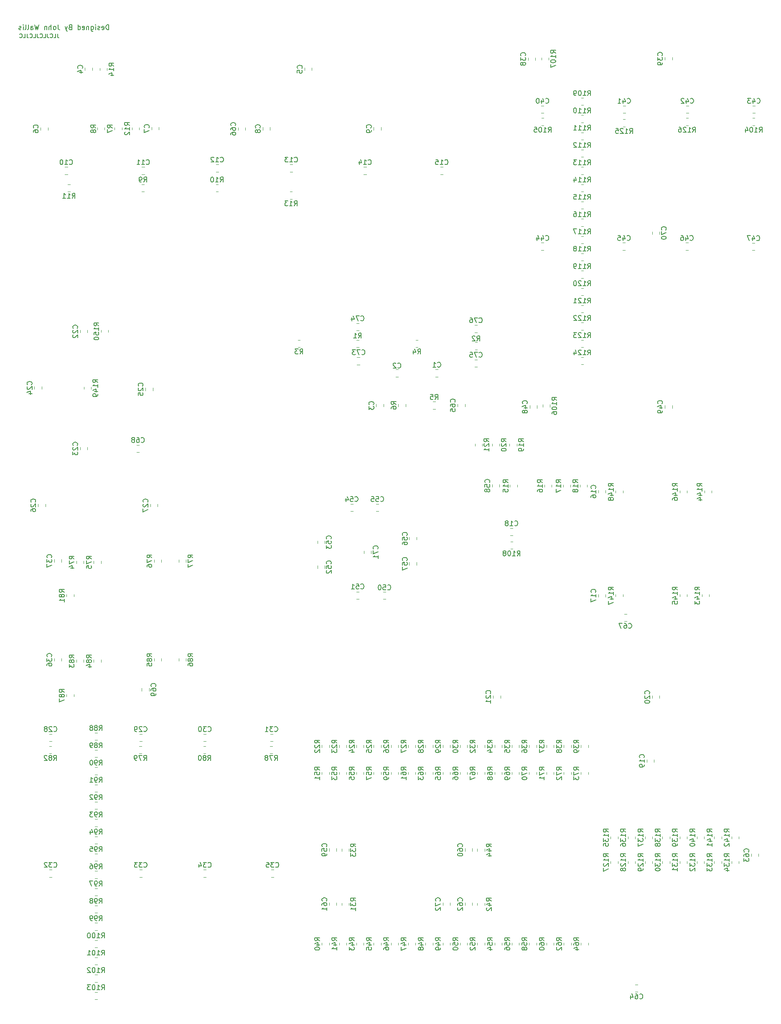
<source format=gbr>
%TF.GenerationSoftware,KiCad,Pcbnew,(5.1.10)-1*%
%TF.CreationDate,2022-03-07T13:42:18+08:00*%
%TF.ProjectId,MAX7000CPU-Gen2_5,4d415837-3030-4304-9350-552d47656e32,rev?*%
%TF.SameCoordinates,Original*%
%TF.FileFunction,Legend,Bot*%
%TF.FilePolarity,Positive*%
%FSLAX46Y46*%
G04 Gerber Fmt 4.6, Leading zero omitted, Abs format (unit mm)*
G04 Created by KiCad (PCBNEW (5.1.10)-1) date 2022-03-07 13:42:18*
%MOMM*%
%LPD*%
G01*
G04 APERTURE LIST*
%ADD10C,0.150000*%
%ADD11C,0.120000*%
G04 APERTURE END LIST*
D10*
X-169804761Y-2311904D02*
X-169804761Y-2883333D01*
X-169766666Y-2997619D01*
X-169690476Y-3073809D01*
X-169576190Y-3111904D01*
X-169500000Y-3111904D01*
X-170566666Y-3111904D02*
X-170185714Y-3111904D01*
X-170185714Y-2311904D01*
X-171290476Y-3035714D02*
X-171252380Y-3073809D01*
X-171138095Y-3111904D01*
X-171061904Y-3111904D01*
X-170947619Y-3073809D01*
X-170871428Y-2997619D01*
X-170833333Y-2921428D01*
X-170795238Y-2769047D01*
X-170795238Y-2654761D01*
X-170833333Y-2502380D01*
X-170871428Y-2426190D01*
X-170947619Y-2350000D01*
X-171061904Y-2311904D01*
X-171138095Y-2311904D01*
X-171252380Y-2350000D01*
X-171290476Y-2388095D01*
X-171861904Y-2311904D02*
X-171861904Y-2883333D01*
X-171823809Y-2997619D01*
X-171747619Y-3073809D01*
X-171633333Y-3111904D01*
X-171557142Y-3111904D01*
X-172623809Y-3111904D02*
X-172242857Y-3111904D01*
X-172242857Y-2311904D01*
X-173347619Y-3035714D02*
X-173309523Y-3073809D01*
X-173195238Y-3111904D01*
X-173119047Y-3111904D01*
X-173004761Y-3073809D01*
X-172928571Y-2997619D01*
X-172890476Y-2921428D01*
X-172852380Y-2769047D01*
X-172852380Y-2654761D01*
X-172890476Y-2502380D01*
X-172928571Y-2426190D01*
X-173004761Y-2350000D01*
X-173119047Y-2311904D01*
X-173195238Y-2311904D01*
X-173309523Y-2350000D01*
X-173347619Y-2388095D01*
X-173919047Y-2311904D02*
X-173919047Y-2883333D01*
X-173880952Y-2997619D01*
X-173804761Y-3073809D01*
X-173690476Y-3111904D01*
X-173614285Y-3111904D01*
X-174680952Y-3111904D02*
X-174300000Y-3111904D01*
X-174300000Y-2311904D01*
X-175404761Y-3035714D02*
X-175366666Y-3073809D01*
X-175252380Y-3111904D01*
X-175176190Y-3111904D01*
X-175061904Y-3073809D01*
X-174985714Y-2997619D01*
X-174947619Y-2921428D01*
X-174909523Y-2769047D01*
X-174909523Y-2654761D01*
X-174947619Y-2502380D01*
X-174985714Y-2426190D01*
X-175061904Y-2350000D01*
X-175176190Y-2311904D01*
X-175252380Y-2311904D01*
X-175366666Y-2350000D01*
X-175404761Y-2388095D01*
X-175976190Y-2311904D02*
X-175976190Y-2883333D01*
X-175938095Y-2997619D01*
X-175861904Y-3073809D01*
X-175747619Y-3111904D01*
X-175671428Y-3111904D01*
X-176738095Y-3111904D02*
X-176357142Y-3111904D01*
X-176357142Y-2311904D01*
X-177461904Y-3035714D02*
X-177423809Y-3073809D01*
X-177309523Y-3111904D01*
X-177233333Y-3111904D01*
X-177119047Y-3073809D01*
X-177042857Y-2997619D01*
X-177004761Y-2921428D01*
X-176966666Y-2769047D01*
X-176966666Y-2654761D01*
X-177004761Y-2502380D01*
X-177042857Y-2426190D01*
X-177119047Y-2350000D01*
X-177233333Y-2311904D01*
X-177309523Y-2311904D01*
X-177423809Y-2350000D01*
X-177461904Y-2388095D01*
X-159428571Y-1452380D02*
X-159428571Y-452380D01*
X-159666666Y-452380D01*
X-159809523Y-500000D01*
X-159904761Y-595238D01*
X-159952380Y-690476D01*
X-160000000Y-880952D01*
X-160000000Y-1023809D01*
X-159952380Y-1214285D01*
X-159904761Y-1309523D01*
X-159809523Y-1404761D01*
X-159666666Y-1452380D01*
X-159428571Y-1452380D01*
X-160809523Y-1404761D02*
X-160714285Y-1452380D01*
X-160523809Y-1452380D01*
X-160428571Y-1404761D01*
X-160380952Y-1309523D01*
X-160380952Y-928571D01*
X-160428571Y-833333D01*
X-160523809Y-785714D01*
X-160714285Y-785714D01*
X-160809523Y-833333D01*
X-160857142Y-928571D01*
X-160857142Y-1023809D01*
X-160380952Y-1119047D01*
X-161238095Y-1404761D02*
X-161333333Y-1452380D01*
X-161523809Y-1452380D01*
X-161619047Y-1404761D01*
X-161666666Y-1309523D01*
X-161666666Y-1261904D01*
X-161619047Y-1166666D01*
X-161523809Y-1119047D01*
X-161380952Y-1119047D01*
X-161285714Y-1071428D01*
X-161238095Y-976190D01*
X-161238095Y-928571D01*
X-161285714Y-833333D01*
X-161380952Y-785714D01*
X-161523809Y-785714D01*
X-161619047Y-833333D01*
X-162095238Y-1452380D02*
X-162095238Y-785714D01*
X-162095238Y-452380D02*
X-162047619Y-500000D01*
X-162095238Y-547619D01*
X-162142857Y-500000D01*
X-162095238Y-452380D01*
X-162095238Y-547619D01*
X-163000000Y-785714D02*
X-163000000Y-1595238D01*
X-162952380Y-1690476D01*
X-162904761Y-1738095D01*
X-162809523Y-1785714D01*
X-162666666Y-1785714D01*
X-162571428Y-1738095D01*
X-163000000Y-1404761D02*
X-162904761Y-1452380D01*
X-162714285Y-1452380D01*
X-162619047Y-1404761D01*
X-162571428Y-1357142D01*
X-162523809Y-1261904D01*
X-162523809Y-976190D01*
X-162571428Y-880952D01*
X-162619047Y-833333D01*
X-162714285Y-785714D01*
X-162904761Y-785714D01*
X-163000000Y-833333D01*
X-163476190Y-785714D02*
X-163476190Y-1452380D01*
X-163476190Y-880952D02*
X-163523809Y-833333D01*
X-163619047Y-785714D01*
X-163761904Y-785714D01*
X-163857142Y-833333D01*
X-163904761Y-928571D01*
X-163904761Y-1452380D01*
X-164761904Y-1404761D02*
X-164666666Y-1452380D01*
X-164476190Y-1452380D01*
X-164380952Y-1404761D01*
X-164333333Y-1309523D01*
X-164333333Y-928571D01*
X-164380952Y-833333D01*
X-164476190Y-785714D01*
X-164666666Y-785714D01*
X-164761904Y-833333D01*
X-164809523Y-928571D01*
X-164809523Y-1023809D01*
X-164333333Y-1119047D01*
X-165666666Y-1452380D02*
X-165666666Y-452380D01*
X-165666666Y-1404761D02*
X-165571428Y-1452380D01*
X-165380952Y-1452380D01*
X-165285714Y-1404761D01*
X-165238095Y-1357142D01*
X-165190476Y-1261904D01*
X-165190476Y-976190D01*
X-165238095Y-880952D01*
X-165285714Y-833333D01*
X-165380952Y-785714D01*
X-165571428Y-785714D01*
X-165666666Y-833333D01*
X-167238095Y-928571D02*
X-167380952Y-976190D01*
X-167428571Y-1023809D01*
X-167476190Y-1119047D01*
X-167476190Y-1261904D01*
X-167428571Y-1357142D01*
X-167380952Y-1404761D01*
X-167285714Y-1452380D01*
X-166904761Y-1452380D01*
X-166904761Y-452380D01*
X-167238095Y-452380D01*
X-167333333Y-500000D01*
X-167380952Y-547619D01*
X-167428571Y-642857D01*
X-167428571Y-738095D01*
X-167380952Y-833333D01*
X-167333333Y-880952D01*
X-167238095Y-928571D01*
X-166904761Y-928571D01*
X-167809523Y-785714D02*
X-168047619Y-1452380D01*
X-168285714Y-785714D02*
X-168047619Y-1452380D01*
X-167952380Y-1690476D01*
X-167904761Y-1738095D01*
X-167809523Y-1785714D01*
X-169714285Y-452380D02*
X-169714285Y-1166666D01*
X-169666666Y-1309523D01*
X-169571428Y-1404761D01*
X-169428571Y-1452380D01*
X-169333333Y-1452380D01*
X-170333333Y-1452380D02*
X-170238095Y-1404761D01*
X-170190476Y-1357142D01*
X-170142857Y-1261904D01*
X-170142857Y-976190D01*
X-170190476Y-880952D01*
X-170238095Y-833333D01*
X-170333333Y-785714D01*
X-170476190Y-785714D01*
X-170571428Y-833333D01*
X-170619047Y-880952D01*
X-170666666Y-976190D01*
X-170666666Y-1261904D01*
X-170619047Y-1357142D01*
X-170571428Y-1404761D01*
X-170476190Y-1452380D01*
X-170333333Y-1452380D01*
X-171095238Y-1452380D02*
X-171095238Y-452380D01*
X-171523809Y-1452380D02*
X-171523809Y-928571D01*
X-171476190Y-833333D01*
X-171380952Y-785714D01*
X-171238095Y-785714D01*
X-171142857Y-833333D01*
X-171095238Y-880952D01*
X-172000000Y-785714D02*
X-172000000Y-1452380D01*
X-172000000Y-880952D02*
X-172047619Y-833333D01*
X-172142857Y-785714D01*
X-172285714Y-785714D01*
X-172380952Y-833333D01*
X-172428571Y-928571D01*
X-172428571Y-1452380D01*
X-173571428Y-452380D02*
X-173809523Y-1452380D01*
X-174000000Y-738095D01*
X-174190476Y-1452380D01*
X-174428571Y-452380D01*
X-175238095Y-1452380D02*
X-175238095Y-928571D01*
X-175190476Y-833333D01*
X-175095238Y-785714D01*
X-174904761Y-785714D01*
X-174809523Y-833333D01*
X-175238095Y-1404761D02*
X-175142857Y-1452380D01*
X-174904761Y-1452380D01*
X-174809523Y-1404761D01*
X-174761904Y-1309523D01*
X-174761904Y-1214285D01*
X-174809523Y-1119047D01*
X-174904761Y-1071428D01*
X-175142857Y-1071428D01*
X-175238095Y-1023809D01*
X-175857142Y-1452380D02*
X-175761904Y-1404761D01*
X-175714285Y-1309523D01*
X-175714285Y-452380D01*
X-176380952Y-1452380D02*
X-176285714Y-1404761D01*
X-176238095Y-1309523D01*
X-176238095Y-452380D01*
X-176761904Y-1452380D02*
X-176761904Y-785714D01*
X-176761904Y-452380D02*
X-176714285Y-500000D01*
X-176761904Y-547619D01*
X-176809523Y-500000D01*
X-176761904Y-452380D01*
X-176761904Y-547619D01*
X-177190476Y-1404761D02*
X-177285714Y-1452380D01*
X-177476190Y-1452380D01*
X-177571428Y-1404761D01*
X-177619047Y-1309523D01*
X-177619047Y-1261904D01*
X-177571428Y-1166666D01*
X-177476190Y-1119047D01*
X-177333333Y-1119047D01*
X-177238095Y-1071428D01*
X-177190476Y-976190D01*
X-177190476Y-928571D01*
X-177238095Y-833333D01*
X-177333333Y-785714D01*
X-177476190Y-785714D01*
X-177571428Y-833333D01*
D11*
%TO.C,R21*%
X-85235000Y-85727064D02*
X-85235000Y-85272936D01*
X-83765000Y-85727064D02*
X-83765000Y-85272936D01*
%TO.C,R20*%
X-81735000Y-85727064D02*
X-81735000Y-85272936D01*
X-80265000Y-85727064D02*
X-80265000Y-85272936D01*
%TO.C,R19*%
X-78235000Y-85727064D02*
X-78235000Y-85272936D01*
X-76765000Y-85727064D02*
X-76765000Y-85272936D01*
%TO.C,R150*%
X-160985000Y-62272936D02*
X-160985000Y-62727064D01*
X-159515000Y-62272936D02*
X-159515000Y-62727064D01*
%TO.C,R149*%
X-163015000Y-74227064D02*
X-163015000Y-73772936D01*
X-164485000Y-74227064D02*
X-164485000Y-73772936D01*
%TO.C,R148*%
X-56735000Y-94772936D02*
X-56735000Y-95227064D01*
X-55265000Y-94772936D02*
X-55265000Y-95227064D01*
%TO.C,R147*%
X-56735000Y-115772936D02*
X-56735000Y-116227064D01*
X-55265000Y-115772936D02*
X-55265000Y-116227064D01*
%TO.C,R146*%
X-43735000Y-94772936D02*
X-43735000Y-95227064D01*
X-42265000Y-94772936D02*
X-42265000Y-95227064D01*
%TO.C,R145*%
X-43735000Y-115772936D02*
X-43735000Y-116227064D01*
X-42265000Y-115772936D02*
X-42265000Y-116227064D01*
%TO.C,R144*%
X-38735000Y-94772936D02*
X-38735000Y-95227064D01*
X-37265000Y-94772936D02*
X-37265000Y-95227064D01*
%TO.C,R143*%
X-39235000Y-115772936D02*
X-39235000Y-116227064D01*
X-37765000Y-115772936D02*
X-37765000Y-116227064D01*
%TO.C,R142*%
X-33235000Y-164772936D02*
X-33235000Y-165227064D01*
X-31765000Y-164772936D02*
X-31765000Y-165227064D01*
%TO.C,R141*%
X-36735000Y-164772936D02*
X-36735000Y-165227064D01*
X-35265000Y-164772936D02*
X-35265000Y-165227064D01*
%TO.C,R140*%
X-40235000Y-164772936D02*
X-40235000Y-165227064D01*
X-38765000Y-164772936D02*
X-38765000Y-165227064D01*
%TO.C,R139*%
X-43735000Y-164772936D02*
X-43735000Y-165227064D01*
X-42265000Y-164772936D02*
X-42265000Y-165227064D01*
%TO.C,R138*%
X-47235000Y-164772936D02*
X-47235000Y-165227064D01*
X-45765000Y-164772936D02*
X-45765000Y-165227064D01*
%TO.C,R137*%
X-50735000Y-164772936D02*
X-50735000Y-165227064D01*
X-49265000Y-164772936D02*
X-49265000Y-165227064D01*
%TO.C,R136*%
X-54235000Y-164772936D02*
X-54235000Y-165227064D01*
X-52765000Y-164772936D02*
X-52765000Y-165227064D01*
%TO.C,R135*%
X-57735000Y-164772936D02*
X-57735000Y-165227064D01*
X-56265000Y-164772936D02*
X-56265000Y-165227064D01*
%TO.C,R134*%
X-33235000Y-169772936D02*
X-33235000Y-170227064D01*
X-31765000Y-169772936D02*
X-31765000Y-170227064D01*
%TO.C,R133*%
X-36735000Y-169772936D02*
X-36735000Y-170227064D01*
X-35265000Y-169772936D02*
X-35265000Y-170227064D01*
%TO.C,R132*%
X-40235000Y-169772936D02*
X-40235000Y-170227064D01*
X-38765000Y-169772936D02*
X-38765000Y-170227064D01*
%TO.C,R131*%
X-43735000Y-169772936D02*
X-43735000Y-170227064D01*
X-42265000Y-169772936D02*
X-42265000Y-170227064D01*
%TO.C,R130*%
X-47235000Y-169772936D02*
X-47235000Y-170227064D01*
X-45765000Y-169772936D02*
X-45765000Y-170227064D01*
%TO.C,R129*%
X-50735000Y-169772936D02*
X-50735000Y-170227064D01*
X-49265000Y-169772936D02*
X-49265000Y-170227064D01*
%TO.C,R128*%
X-54235000Y-169772936D02*
X-54235000Y-170227064D01*
X-52765000Y-169772936D02*
X-52765000Y-170227064D01*
%TO.C,R127*%
X-57735000Y-169772936D02*
X-57735000Y-170227064D01*
X-56265000Y-169772936D02*
X-56265000Y-170227064D01*
%TO.C,R126*%
X-42477064Y-20835000D02*
X-42022936Y-20835000D01*
X-42477064Y-19365000D02*
X-42022936Y-19365000D01*
%TO.C,R125*%
X-55227064Y-21085000D02*
X-54772936Y-21085000D01*
X-55227064Y-19615000D02*
X-54772936Y-19615000D01*
%TO.C,R124*%
X-63272936Y-67765000D02*
X-63727064Y-67765000D01*
X-63272936Y-69235000D02*
X-63727064Y-69235000D01*
%TO.C,R123*%
X-63272936Y-64265000D02*
X-63727064Y-64265000D01*
X-63272936Y-65735000D02*
X-63727064Y-65735000D01*
%TO.C,R122*%
X-63272936Y-60765000D02*
X-63727064Y-60765000D01*
X-63272936Y-62235000D02*
X-63727064Y-62235000D01*
%TO.C,R121*%
X-63272936Y-57265000D02*
X-63727064Y-57265000D01*
X-63272936Y-58735000D02*
X-63727064Y-58735000D01*
%TO.C,R120*%
X-63272936Y-53765000D02*
X-63727064Y-53765000D01*
X-63272936Y-55235000D02*
X-63727064Y-55235000D01*
%TO.C,R119*%
X-63272936Y-50265000D02*
X-63727064Y-50265000D01*
X-63272936Y-51735000D02*
X-63727064Y-51735000D01*
%TO.C,R118*%
X-63272936Y-46765000D02*
X-63727064Y-46765000D01*
X-63272936Y-48235000D02*
X-63727064Y-48235000D01*
%TO.C,R117*%
X-63272936Y-43265000D02*
X-63727064Y-43265000D01*
X-63272936Y-44735000D02*
X-63727064Y-44735000D01*
%TO.C,R116*%
X-63272936Y-39765000D02*
X-63727064Y-39765000D01*
X-63272936Y-41235000D02*
X-63727064Y-41235000D01*
%TO.C,R115*%
X-63272936Y-36265000D02*
X-63727064Y-36265000D01*
X-63272936Y-37735000D02*
X-63727064Y-37735000D01*
%TO.C,R114*%
X-63272936Y-32765000D02*
X-63727064Y-32765000D01*
X-63272936Y-34235000D02*
X-63727064Y-34235000D01*
%TO.C,R113*%
X-63272936Y-29265000D02*
X-63727064Y-29265000D01*
X-63272936Y-30735000D02*
X-63727064Y-30735000D01*
%TO.C,R112*%
X-63272936Y-25765000D02*
X-63727064Y-25765000D01*
X-63272936Y-27235000D02*
X-63727064Y-27235000D01*
%TO.C,R111*%
X-63272936Y-22265000D02*
X-63727064Y-22265000D01*
X-63272936Y-23735000D02*
X-63727064Y-23735000D01*
%TO.C,R110*%
X-63272936Y-18765000D02*
X-63727064Y-18765000D01*
X-63272936Y-20235000D02*
X-63727064Y-20235000D01*
%TO.C,R109*%
X-63272936Y-15265000D02*
X-63727064Y-15265000D01*
X-63272936Y-16735000D02*
X-63727064Y-16735000D01*
%TO.C,R108*%
X-78027064Y-106585000D02*
X-77572936Y-106585000D01*
X-78027064Y-105115000D02*
X-77572936Y-105115000D01*
%TO.C,R107*%
X-70265000Y-7577064D02*
X-70265000Y-7122936D01*
X-71735000Y-7577064D02*
X-71735000Y-7122936D01*
%TO.C,R106*%
X-70015000Y-77827064D02*
X-70015000Y-77372936D01*
X-71485000Y-77827064D02*
X-71485000Y-77372936D01*
%TO.C,R105*%
X-71727064Y-20835000D02*
X-71272936Y-20835000D01*
X-71727064Y-19365000D02*
X-71272936Y-19365000D01*
%TO.C,R104*%
X-28977064Y-20835000D02*
X-28522936Y-20835000D01*
X-28977064Y-19365000D02*
X-28522936Y-19365000D01*
%TO.C,R103*%
X-161772936Y-196265000D02*
X-162227064Y-196265000D01*
X-161772936Y-197735000D02*
X-162227064Y-197735000D01*
%TO.C,R102*%
X-161772936Y-192765000D02*
X-162227064Y-192765000D01*
X-161772936Y-194235000D02*
X-162227064Y-194235000D01*
%TO.C,R101*%
X-161772936Y-189265000D02*
X-162227064Y-189265000D01*
X-161772936Y-190735000D02*
X-162227064Y-190735000D01*
%TO.C,R100*%
X-161772936Y-185765000D02*
X-162227064Y-185765000D01*
X-161772936Y-187235000D02*
X-162227064Y-187235000D01*
%TO.C,R99*%
X-161772936Y-182265000D02*
X-162227064Y-182265000D01*
X-161772936Y-183735000D02*
X-162227064Y-183735000D01*
%TO.C,R98*%
X-161772936Y-178765000D02*
X-162227064Y-178765000D01*
X-161772936Y-180235000D02*
X-162227064Y-180235000D01*
%TO.C,R97*%
X-161772936Y-175265000D02*
X-162227064Y-175265000D01*
X-161772936Y-176735000D02*
X-162227064Y-176735000D01*
%TO.C,R96*%
X-161772936Y-171765000D02*
X-162227064Y-171765000D01*
X-161772936Y-173235000D02*
X-162227064Y-173235000D01*
%TO.C,R95*%
X-161772936Y-168265000D02*
X-162227064Y-168265000D01*
X-161772936Y-169735000D02*
X-162227064Y-169735000D01*
%TO.C,R94*%
X-161772936Y-164765000D02*
X-162227064Y-164765000D01*
X-161772936Y-166235000D02*
X-162227064Y-166235000D01*
%TO.C,R93*%
X-161772936Y-161265000D02*
X-162227064Y-161265000D01*
X-161772936Y-162735000D02*
X-162227064Y-162735000D01*
%TO.C,R92*%
X-161772936Y-157765000D02*
X-162227064Y-157765000D01*
X-161772936Y-159235000D02*
X-162227064Y-159235000D01*
%TO.C,R91*%
X-161772936Y-154265000D02*
X-162227064Y-154265000D01*
X-161772936Y-155735000D02*
X-162227064Y-155735000D01*
%TO.C,R90*%
X-161772936Y-150765000D02*
X-162227064Y-150765000D01*
X-161772936Y-152235000D02*
X-162227064Y-152235000D01*
%TO.C,R89*%
X-161772936Y-147265000D02*
X-162227064Y-147265000D01*
X-161772936Y-148735000D02*
X-162227064Y-148735000D01*
%TO.C,R88*%
X-161772936Y-143765000D02*
X-162227064Y-143765000D01*
X-161772936Y-145235000D02*
X-162227064Y-145235000D01*
%TO.C,R87*%
X-167985000Y-136022936D02*
X-167985000Y-136477064D01*
X-166515000Y-136022936D02*
X-166515000Y-136477064D01*
%TO.C,R86*%
X-143765000Y-129227064D02*
X-143765000Y-128772936D01*
X-145235000Y-129227064D02*
X-145235000Y-128772936D01*
%TO.C,R85*%
X-150235000Y-128772936D02*
X-150235000Y-129227064D01*
X-148765000Y-128772936D02*
X-148765000Y-129227064D01*
%TO.C,R84*%
X-162485000Y-129022936D02*
X-162485000Y-129477064D01*
X-161015000Y-129022936D02*
X-161015000Y-129477064D01*
%TO.C,R83*%
X-165985000Y-129022936D02*
X-165985000Y-129477064D01*
X-164515000Y-129022936D02*
X-164515000Y-129477064D01*
%TO.C,R82*%
X-171477064Y-147985000D02*
X-171022936Y-147985000D01*
X-171477064Y-146515000D02*
X-171022936Y-146515000D01*
%TO.C,R81*%
X-167985000Y-115772936D02*
X-167985000Y-116227064D01*
X-166515000Y-115772936D02*
X-166515000Y-116227064D01*
%TO.C,R80*%
X-140227064Y-147985000D02*
X-139772936Y-147985000D01*
X-140227064Y-146515000D02*
X-139772936Y-146515000D01*
%TO.C,R79*%
X-153227064Y-147985000D02*
X-152772936Y-147985000D01*
X-153227064Y-146515000D02*
X-152772936Y-146515000D01*
%TO.C,R78*%
X-126727064Y-147985000D02*
X-126272936Y-147985000D01*
X-126727064Y-146515000D02*
X-126272936Y-146515000D01*
%TO.C,R77*%
X-143765000Y-109227064D02*
X-143765000Y-108772936D01*
X-145235000Y-109227064D02*
X-145235000Y-108772936D01*
%TO.C,R76*%
X-150235000Y-108772936D02*
X-150235000Y-109227064D01*
X-148765000Y-108772936D02*
X-148765000Y-109227064D01*
%TO.C,R75*%
X-162485000Y-109022936D02*
X-162485000Y-109477064D01*
X-161015000Y-109022936D02*
X-161015000Y-109477064D01*
%TO.C,R74*%
X-165985000Y-109022936D02*
X-165985000Y-109477064D01*
X-164515000Y-109022936D02*
X-164515000Y-109477064D01*
%TO.C,R73*%
X-63735000Y-151772936D02*
X-63735000Y-152227064D01*
X-62265000Y-151772936D02*
X-62265000Y-152227064D01*
%TO.C,R72*%
X-67235000Y-151772936D02*
X-67235000Y-152227064D01*
X-65765000Y-151772936D02*
X-65765000Y-152227064D01*
%TO.C,R71*%
X-70735000Y-151772936D02*
X-70735000Y-152227064D01*
X-69265000Y-151772936D02*
X-69265000Y-152227064D01*
%TO.C,R70*%
X-74235000Y-151772936D02*
X-74235000Y-152227064D01*
X-72765000Y-151772936D02*
X-72765000Y-152227064D01*
%TO.C,R69*%
X-77735000Y-151772936D02*
X-77735000Y-152227064D01*
X-76265000Y-151772936D02*
X-76265000Y-152227064D01*
%TO.C,R68*%
X-81235000Y-151772936D02*
X-81235000Y-152227064D01*
X-79765000Y-151772936D02*
X-79765000Y-152227064D01*
%TO.C,R67*%
X-84735000Y-151772936D02*
X-84735000Y-152227064D01*
X-83265000Y-151772936D02*
X-83265000Y-152227064D01*
%TO.C,R66*%
X-88235000Y-151772936D02*
X-88235000Y-152227064D01*
X-86765000Y-151772936D02*
X-86765000Y-152227064D01*
%TO.C,R65*%
X-91735000Y-151772936D02*
X-91735000Y-152227064D01*
X-90265000Y-151772936D02*
X-90265000Y-152227064D01*
%TO.C,R64*%
X-63735000Y-186272936D02*
X-63735000Y-186727064D01*
X-62265000Y-186272936D02*
X-62265000Y-186727064D01*
%TO.C,R63*%
X-95235000Y-151772936D02*
X-95235000Y-152227064D01*
X-93765000Y-151772936D02*
X-93765000Y-152227064D01*
%TO.C,R62*%
X-67235000Y-186272936D02*
X-67235000Y-186727064D01*
X-65765000Y-186272936D02*
X-65765000Y-186727064D01*
%TO.C,R61*%
X-98735000Y-151772936D02*
X-98735000Y-152227064D01*
X-97265000Y-151772936D02*
X-97265000Y-152227064D01*
%TO.C,R60*%
X-70735000Y-186272936D02*
X-70735000Y-186727064D01*
X-69265000Y-186272936D02*
X-69265000Y-186727064D01*
%TO.C,R59*%
X-102235000Y-151772936D02*
X-102235000Y-152227064D01*
X-100765000Y-151772936D02*
X-100765000Y-152227064D01*
%TO.C,R58*%
X-74235000Y-186272936D02*
X-74235000Y-186727064D01*
X-72765000Y-186272936D02*
X-72765000Y-186727064D01*
%TO.C,R57*%
X-105735000Y-151772936D02*
X-105735000Y-152227064D01*
X-104265000Y-151772936D02*
X-104265000Y-152227064D01*
%TO.C,R56*%
X-77735000Y-186272936D02*
X-77735000Y-186727064D01*
X-76265000Y-186272936D02*
X-76265000Y-186727064D01*
%TO.C,R55*%
X-109235000Y-151772936D02*
X-109235000Y-152227064D01*
X-107765000Y-151772936D02*
X-107765000Y-152227064D01*
%TO.C,R54*%
X-81235000Y-186272936D02*
X-81235000Y-186727064D01*
X-79765000Y-186272936D02*
X-79765000Y-186727064D01*
%TO.C,R53*%
X-112735000Y-151772936D02*
X-112735000Y-152227064D01*
X-111265000Y-151772936D02*
X-111265000Y-152227064D01*
%TO.C,R52*%
X-84735000Y-186272936D02*
X-84735000Y-186727064D01*
X-83265000Y-186272936D02*
X-83265000Y-186727064D01*
%TO.C,R51*%
X-116235000Y-151772936D02*
X-116235000Y-152227064D01*
X-114765000Y-151772936D02*
X-114765000Y-152227064D01*
%TO.C,R50*%
X-88235000Y-186272936D02*
X-88235000Y-186727064D01*
X-86765000Y-186272936D02*
X-86765000Y-186727064D01*
%TO.C,R49*%
X-91735000Y-186272936D02*
X-91735000Y-186727064D01*
X-90265000Y-186272936D02*
X-90265000Y-186727064D01*
%TO.C,R48*%
X-95235000Y-186272936D02*
X-95235000Y-186727064D01*
X-93765000Y-186272936D02*
X-93765000Y-186727064D01*
%TO.C,R47*%
X-98735000Y-186272936D02*
X-98735000Y-186727064D01*
X-97265000Y-186272936D02*
X-97265000Y-186727064D01*
%TO.C,R46*%
X-102235000Y-186272936D02*
X-102235000Y-186727064D01*
X-100765000Y-186272936D02*
X-100765000Y-186727064D01*
%TO.C,R45*%
X-105735000Y-186272936D02*
X-105735000Y-186727064D01*
X-104265000Y-186272936D02*
X-104265000Y-186727064D01*
%TO.C,R44*%
X-83265000Y-167727064D02*
X-83265000Y-167272936D01*
X-84735000Y-167727064D02*
X-84735000Y-167272936D01*
%TO.C,R43*%
X-109235000Y-186272936D02*
X-109235000Y-186727064D01*
X-107765000Y-186272936D02*
X-107765000Y-186727064D01*
%TO.C,R42*%
X-83265000Y-178727064D02*
X-83265000Y-178272936D01*
X-84735000Y-178727064D02*
X-84735000Y-178272936D01*
%TO.C,R41*%
X-112735000Y-186272936D02*
X-112735000Y-186727064D01*
X-111265000Y-186272936D02*
X-111265000Y-186727064D01*
%TO.C,R40*%
X-116235000Y-186272936D02*
X-116235000Y-186727064D01*
X-114765000Y-186272936D02*
X-114765000Y-186727064D01*
%TO.C,R39*%
X-63735000Y-146272936D02*
X-63735000Y-146727064D01*
X-62265000Y-146272936D02*
X-62265000Y-146727064D01*
%TO.C,R38*%
X-67235000Y-146272936D02*
X-67235000Y-146727064D01*
X-65765000Y-146272936D02*
X-65765000Y-146727064D01*
%TO.C,R37*%
X-70735000Y-146272936D02*
X-70735000Y-146727064D01*
X-69265000Y-146272936D02*
X-69265000Y-146727064D01*
%TO.C,R36*%
X-74235000Y-146272936D02*
X-74235000Y-146727064D01*
X-72765000Y-146272936D02*
X-72765000Y-146727064D01*
%TO.C,R35*%
X-77735000Y-146272936D02*
X-77735000Y-146727064D01*
X-76265000Y-146272936D02*
X-76265000Y-146727064D01*
%TO.C,R34*%
X-81235000Y-146272936D02*
X-81235000Y-146727064D01*
X-79765000Y-146272936D02*
X-79765000Y-146727064D01*
%TO.C,R33*%
X-110765000Y-167727064D02*
X-110765000Y-167272936D01*
X-112235000Y-167727064D02*
X-112235000Y-167272936D01*
%TO.C,R32*%
X-84735000Y-146272936D02*
X-84735000Y-146727064D01*
X-83265000Y-146272936D02*
X-83265000Y-146727064D01*
%TO.C,R31*%
X-110765000Y-178727064D02*
X-110765000Y-178272936D01*
X-112235000Y-178727064D02*
X-112235000Y-178272936D01*
%TO.C,R30*%
X-88235000Y-146272936D02*
X-88235000Y-146727064D01*
X-86765000Y-146272936D02*
X-86765000Y-146727064D01*
%TO.C,R29*%
X-91735000Y-146272936D02*
X-91735000Y-146727064D01*
X-90265000Y-146272936D02*
X-90265000Y-146727064D01*
%TO.C,R28*%
X-95235000Y-146272936D02*
X-95235000Y-146727064D01*
X-93765000Y-146272936D02*
X-93765000Y-146727064D01*
%TO.C,R27*%
X-98735000Y-146272936D02*
X-98735000Y-146727064D01*
X-97265000Y-146272936D02*
X-97265000Y-146727064D01*
%TO.C,R26*%
X-102235000Y-146272936D02*
X-102235000Y-146727064D01*
X-100765000Y-146272936D02*
X-100765000Y-146727064D01*
%TO.C,R25*%
X-105735000Y-146272936D02*
X-105735000Y-146727064D01*
X-104265000Y-146272936D02*
X-104265000Y-146727064D01*
%TO.C,R24*%
X-109235000Y-146272936D02*
X-109235000Y-146727064D01*
X-107765000Y-146272936D02*
X-107765000Y-146727064D01*
%TO.C,R23*%
X-112735000Y-146272936D02*
X-112735000Y-146727064D01*
X-111265000Y-146272936D02*
X-111265000Y-146727064D01*
%TO.C,R22*%
X-116235000Y-146272936D02*
X-116235000Y-146727064D01*
X-114765000Y-146272936D02*
X-114765000Y-146727064D01*
%TO.C,R18*%
X-63935000Y-93572936D02*
X-63935000Y-94027064D01*
X-62465000Y-93572936D02*
X-62465000Y-94027064D01*
%TO.C,R17*%
X-67335000Y-93572936D02*
X-67335000Y-94027064D01*
X-65865000Y-93572936D02*
X-65865000Y-94027064D01*
%TO.C,R16*%
X-69665000Y-94027064D02*
X-69665000Y-93572936D01*
X-71135000Y-94027064D02*
X-71135000Y-93572936D01*
%TO.C,R15*%
X-76665000Y-94027064D02*
X-76665000Y-93572936D01*
X-78135000Y-94027064D02*
X-78135000Y-93572936D01*
%TO.C,R14*%
X-159765000Y-9727064D02*
X-159765000Y-9272936D01*
X-161235000Y-9727064D02*
X-161235000Y-9272936D01*
%TO.C,R13*%
X-122727064Y-35735000D02*
X-122272936Y-35735000D01*
X-122727064Y-34265000D02*
X-122272936Y-34265000D01*
%TO.C,R12*%
X-154735000Y-21272936D02*
X-154735000Y-21727064D01*
X-153265000Y-21272936D02*
X-153265000Y-21727064D01*
%TO.C,R11*%
X-167727064Y-34235000D02*
X-167272936Y-34235000D01*
X-167727064Y-32765000D02*
X-167272936Y-32765000D01*
%TO.C,R10*%
X-137272936Y-32765000D02*
X-137727064Y-32765000D01*
X-137272936Y-34235000D02*
X-137727064Y-34235000D01*
%TO.C,R9*%
X-152272936Y-32765000D02*
X-152727064Y-32765000D01*
X-152272936Y-34235000D02*
X-152727064Y-34235000D01*
%TO.C,R8*%
X-160265000Y-21727064D02*
X-160265000Y-21272936D01*
X-161735000Y-21727064D02*
X-161735000Y-21272936D01*
%TO.C,R7*%
X-158235000Y-21272936D02*
X-158235000Y-21727064D01*
X-156765000Y-21272936D02*
X-156765000Y-21727064D01*
%TO.C,R6*%
X-100735000Y-77272936D02*
X-100735000Y-77727064D01*
X-99265000Y-77272936D02*
X-99265000Y-77727064D01*
%TO.C,R5*%
X-93272936Y-76765000D02*
X-93727064Y-76765000D01*
X-93272936Y-78235000D02*
X-93727064Y-78235000D01*
%TO.C,R4*%
X-97227064Y-65735000D02*
X-96772936Y-65735000D01*
X-97227064Y-64265000D02*
X-96772936Y-64265000D01*
%TO.C,R3*%
X-121087064Y-65735000D02*
X-120632936Y-65735000D01*
X-121087064Y-64265000D02*
X-120632936Y-64265000D01*
%TO.C,R2*%
X-85227064Y-66235000D02*
X-84772936Y-66235000D01*
X-85227064Y-64765000D02*
X-84772936Y-64765000D01*
%TO.C,R1*%
X-109227064Y-65775000D02*
X-108772936Y-65775000D01*
X-109227064Y-64305000D02*
X-108772936Y-64305000D01*
%TO.C,C76*%
X-84776248Y-61265000D02*
X-85298752Y-61265000D01*
X-84776248Y-62735000D02*
X-85298752Y-62735000D01*
%TO.C,C75*%
X-84776248Y-68265000D02*
X-85298752Y-68265000D01*
X-84776248Y-69735000D02*
X-85298752Y-69735000D01*
%TO.C,C74*%
X-108736748Y-60895000D02*
X-109259252Y-60895000D01*
X-108736748Y-62365000D02*
X-109259252Y-62365000D01*
%TO.C,C73*%
X-108596748Y-67795000D02*
X-109119252Y-67795000D01*
X-108596748Y-69265000D02*
X-109119252Y-69265000D01*
%TO.C,C72*%
X-91735000Y-178200748D02*
X-91735000Y-178723252D01*
X-90265000Y-178200748D02*
X-90265000Y-178723252D01*
%TO.C,C71*%
X-106265000Y-107461252D02*
X-106265000Y-106938748D01*
X-107735000Y-107461252D02*
X-107735000Y-106938748D01*
%TO.C,C70*%
X-47865000Y-42898752D02*
X-47865000Y-42376248D01*
X-49335000Y-42898752D02*
X-49335000Y-42376248D01*
%TO.C,C69*%
X-151265000Y-135299252D02*
X-151265000Y-134776748D01*
X-152735000Y-135299252D02*
X-152735000Y-134776748D01*
%TO.C,C68*%
X-153238748Y-85515000D02*
X-153761252Y-85515000D01*
X-153238748Y-86985000D02*
X-153761252Y-86985000D01*
%TO.C,C67*%
X-55011252Y-121235000D02*
X-54488748Y-121235000D01*
X-55011252Y-119765000D02*
X-54488748Y-119765000D01*
%TO.C,C66*%
X-133235000Y-21276248D02*
X-133235000Y-21798752D01*
X-131765000Y-21276248D02*
X-131765000Y-21798752D01*
%TO.C,C65*%
X-88735000Y-77238748D02*
X-88735000Y-77761252D01*
X-87265000Y-77238748D02*
X-87265000Y-77761252D01*
%TO.C,C64*%
X-52761252Y-196235000D02*
X-52238748Y-196235000D01*
X-52761252Y-194765000D02*
X-52238748Y-194765000D01*
%TO.C,C63*%
X-29235000Y-168276748D02*
X-29235000Y-168799252D01*
X-27765000Y-168276748D02*
X-27765000Y-168799252D01*
%TO.C,C62*%
X-87235000Y-178200748D02*
X-87235000Y-178723252D01*
X-85765000Y-178200748D02*
X-85765000Y-178723252D01*
%TO.C,C61*%
X-114735000Y-178200748D02*
X-114735000Y-178723252D01*
X-113265000Y-178200748D02*
X-113265000Y-178723252D01*
%TO.C,C60*%
X-87235000Y-167200748D02*
X-87235000Y-167723252D01*
X-85765000Y-167200748D02*
X-85765000Y-167723252D01*
%TO.C,C59*%
X-114735000Y-167200748D02*
X-114735000Y-167723252D01*
X-113265000Y-167200748D02*
X-113265000Y-167723252D01*
%TO.C,C58*%
X-81735000Y-93501248D02*
X-81735000Y-94023752D01*
X-80265000Y-93501248D02*
X-80265000Y-94023752D01*
%TO.C,C57*%
X-97065000Y-109823252D02*
X-97065000Y-109300748D01*
X-98535000Y-109823252D02*
X-98535000Y-109300748D01*
%TO.C,C56*%
X-97065000Y-104699252D02*
X-97065000Y-104176748D01*
X-98535000Y-104699252D02*
X-98535000Y-104176748D01*
%TO.C,C55*%
X-104738748Y-97465000D02*
X-105261252Y-97465000D01*
X-104738748Y-98935000D02*
X-105261252Y-98935000D01*
%TO.C,C54*%
X-109938748Y-97465000D02*
X-110461252Y-97465000D01*
X-109938748Y-98935000D02*
X-110461252Y-98935000D01*
%TO.C,C53*%
X-117135000Y-104938748D02*
X-117135000Y-105461252D01*
X-115665000Y-104938748D02*
X-115665000Y-105461252D01*
%TO.C,C52*%
X-117135000Y-109976748D02*
X-117135000Y-110499252D01*
X-115665000Y-109976748D02*
X-115665000Y-110499252D01*
%TO.C,C51*%
X-109261252Y-116735000D02*
X-108738748Y-116735000D01*
X-109261252Y-115265000D02*
X-108738748Y-115265000D01*
%TO.C,C50*%
X-103823252Y-116735000D02*
X-103300748Y-116735000D01*
X-103823252Y-115265000D02*
X-103300748Y-115265000D01*
%TO.C,C49*%
X-46735000Y-77538748D02*
X-46735000Y-78061252D01*
X-45265000Y-77538748D02*
X-45265000Y-78061252D01*
%TO.C,C48*%
X-74135000Y-77538748D02*
X-74135000Y-78061252D01*
X-72665000Y-77538748D02*
X-72665000Y-78061252D01*
%TO.C,C47*%
X-28538748Y-44665000D02*
X-29061252Y-44665000D01*
X-28538748Y-46135000D02*
X-29061252Y-46135000D01*
%TO.C,C46*%
X-42026248Y-44615000D02*
X-42548752Y-44615000D01*
X-42026248Y-46085000D02*
X-42548752Y-46085000D01*
%TO.C,C45*%
X-54776248Y-44615000D02*
X-55298752Y-44615000D01*
X-54776248Y-46085000D02*
X-55298752Y-46085000D01*
%TO.C,C44*%
X-71276248Y-44615000D02*
X-71798752Y-44615000D01*
X-71276248Y-46085000D02*
X-71798752Y-46085000D01*
%TO.C,C43*%
X-28451248Y-16865000D02*
X-28973752Y-16865000D01*
X-28451248Y-18335000D02*
X-28973752Y-18335000D01*
%TO.C,C42*%
X-41951248Y-16865000D02*
X-42473752Y-16865000D01*
X-41951248Y-18335000D02*
X-42473752Y-18335000D01*
%TO.C,C41*%
X-54738748Y-16865000D02*
X-55261252Y-16865000D01*
X-54738748Y-18335000D02*
X-55261252Y-18335000D01*
%TO.C,C40*%
X-71276248Y-16865000D02*
X-71798752Y-16865000D01*
X-71276248Y-18335000D02*
X-71798752Y-18335000D01*
%TO.C,C39*%
X-46735000Y-7088748D02*
X-46735000Y-7611252D01*
X-45265000Y-7088748D02*
X-45265000Y-7611252D01*
%TO.C,C38*%
X-74485000Y-7126248D02*
X-74485000Y-7648752D01*
X-73015000Y-7126248D02*
X-73015000Y-7648752D01*
%TO.C,C37*%
X-170485000Y-108700748D02*
X-170485000Y-109223252D01*
X-169015000Y-108700748D02*
X-169015000Y-109223252D01*
%TO.C,C36*%
X-170485000Y-128738748D02*
X-170485000Y-129261252D01*
X-169015000Y-128738748D02*
X-169015000Y-129261252D01*
%TO.C,C35*%
X-125988748Y-171515000D02*
X-126511252Y-171515000D01*
X-125988748Y-172985000D02*
X-126511252Y-172985000D01*
%TO.C,C34*%
X-139700748Y-171515000D02*
X-140223252Y-171515000D01*
X-139700748Y-172985000D02*
X-140223252Y-172985000D01*
%TO.C,C33*%
X-152700748Y-171515000D02*
X-153223252Y-171515000D01*
X-152700748Y-172985000D02*
X-153223252Y-172985000D01*
%TO.C,C32*%
X-170950748Y-171515000D02*
X-171473252Y-171515000D01*
X-170950748Y-172985000D02*
X-171473252Y-172985000D01*
%TO.C,C31*%
X-126200748Y-144015000D02*
X-126723252Y-144015000D01*
X-126200748Y-145485000D02*
X-126723252Y-145485000D01*
%TO.C,C30*%
X-139700748Y-144015000D02*
X-140223252Y-144015000D01*
X-139700748Y-145485000D02*
X-140223252Y-145485000D01*
%TO.C,C29*%
X-152700748Y-144015000D02*
X-153223252Y-144015000D01*
X-152700748Y-145485000D02*
X-153223252Y-145485000D01*
%TO.C,C28*%
X-170950748Y-144015000D02*
X-171473252Y-144015000D01*
X-170950748Y-145485000D02*
X-171473252Y-145485000D01*
%TO.C,C27*%
X-150985000Y-97488748D02*
X-150985000Y-98011252D01*
X-149515000Y-97488748D02*
X-149515000Y-98011252D01*
%TO.C,C26*%
X-173735000Y-97488748D02*
X-173735000Y-98011252D01*
X-172265000Y-97488748D02*
X-172265000Y-98011252D01*
%TO.C,C25*%
X-151985000Y-73988748D02*
X-151985000Y-74511252D01*
X-150515000Y-73988748D02*
X-150515000Y-74511252D01*
%TO.C,C24*%
X-174485000Y-73701248D02*
X-174485000Y-74223752D01*
X-173015000Y-73701248D02*
X-173015000Y-74223752D01*
%TO.C,C23*%
X-165235000Y-85988748D02*
X-165235000Y-86511252D01*
X-163765000Y-85988748D02*
X-163765000Y-86511252D01*
%TO.C,C22*%
X-165235000Y-62276248D02*
X-165235000Y-62798752D01*
X-163765000Y-62276248D02*
X-163765000Y-62798752D01*
%TO.C,C21*%
X-81535000Y-136238748D02*
X-81535000Y-136761252D01*
X-80065000Y-136238748D02*
X-80065000Y-136761252D01*
%TO.C,C20*%
X-49335000Y-136276748D02*
X-49335000Y-136799252D01*
X-47865000Y-136276748D02*
X-47865000Y-136799252D01*
%TO.C,C19*%
X-50435000Y-149200748D02*
X-50435000Y-149723252D01*
X-48965000Y-149200748D02*
X-48965000Y-149723252D01*
%TO.C,C18*%
X-77576248Y-102365000D02*
X-78098752Y-102365000D01*
X-77576248Y-103835000D02*
X-78098752Y-103835000D01*
%TO.C,C17*%
X-60235000Y-115738748D02*
X-60235000Y-116261252D01*
X-58765000Y-115738748D02*
X-58765000Y-116261252D01*
%TO.C,C16*%
X-60235000Y-94701248D02*
X-60235000Y-95223752D01*
X-58765000Y-94701248D02*
X-58765000Y-95223752D01*
%TO.C,C15*%
X-91701248Y-29265000D02*
X-92223752Y-29265000D01*
X-91701248Y-30735000D02*
X-92223752Y-30735000D01*
%TO.C,C14*%
X-107238748Y-29265000D02*
X-107761252Y-29265000D01*
X-107238748Y-30735000D02*
X-107761252Y-30735000D01*
%TO.C,C13*%
X-122200748Y-28765000D02*
X-122723252Y-28765000D01*
X-122200748Y-30235000D02*
X-122723252Y-30235000D01*
%TO.C,C12*%
X-137200748Y-28765000D02*
X-137723252Y-28765000D01*
X-137200748Y-30235000D02*
X-137723252Y-30235000D01*
%TO.C,C11*%
X-152200748Y-29265000D02*
X-152723252Y-29265000D01*
X-152200748Y-30735000D02*
X-152723252Y-30735000D01*
%TO.C,C10*%
X-167776748Y-29265000D02*
X-168299252Y-29265000D01*
X-167776748Y-30735000D02*
X-168299252Y-30735000D01*
%TO.C,C9*%
X-105735000Y-21238748D02*
X-105735000Y-21761252D01*
X-104265000Y-21238748D02*
X-104265000Y-21761252D01*
%TO.C,C8*%
X-128235000Y-21238748D02*
X-128235000Y-21761252D01*
X-126765000Y-21238748D02*
X-126765000Y-21761252D01*
%TO.C,C7*%
X-150735000Y-21201248D02*
X-150735000Y-21723752D01*
X-149265000Y-21201248D02*
X-149265000Y-21723752D01*
%TO.C,C6*%
X-173235000Y-21276248D02*
X-173235000Y-21798752D01*
X-171765000Y-21276248D02*
X-171765000Y-21798752D01*
%TO.C,C5*%
X-119735000Y-9201248D02*
X-119735000Y-9723752D01*
X-118265000Y-9201248D02*
X-118265000Y-9723752D01*
%TO.C,C4*%
X-164235000Y-9201248D02*
X-164235000Y-9723752D01*
X-162765000Y-9201248D02*
X-162765000Y-9723752D01*
%TO.C,C3*%
X-105235000Y-77276248D02*
X-105235000Y-77798752D01*
X-103765000Y-77276248D02*
X-103765000Y-77798752D01*
%TO.C,C2*%
X-101299252Y-71735000D02*
X-100776748Y-71735000D01*
X-101299252Y-70265000D02*
X-100776748Y-70265000D01*
%TO.C,C1*%
X-92701248Y-70265000D02*
X-93223752Y-70265000D01*
X-92701248Y-71735000D02*
X-93223752Y-71735000D01*
%TO.C,R21*%
D10*
X-82397619Y-84857142D02*
X-82873809Y-84523809D01*
X-82397619Y-84285714D02*
X-83397619Y-84285714D01*
X-83397619Y-84666666D01*
X-83350000Y-84761904D01*
X-83302380Y-84809523D01*
X-83207142Y-84857142D01*
X-83064285Y-84857142D01*
X-82969047Y-84809523D01*
X-82921428Y-84761904D01*
X-82873809Y-84666666D01*
X-82873809Y-84285714D01*
X-83302380Y-85238095D02*
X-83350000Y-85285714D01*
X-83397619Y-85380952D01*
X-83397619Y-85619047D01*
X-83350000Y-85714285D01*
X-83302380Y-85761904D01*
X-83207142Y-85809523D01*
X-83111904Y-85809523D01*
X-82969047Y-85761904D01*
X-82397619Y-85190476D01*
X-82397619Y-85809523D01*
X-82397619Y-86761904D02*
X-82397619Y-86190476D01*
X-82397619Y-86476190D02*
X-83397619Y-86476190D01*
X-83254761Y-86380952D01*
X-83159523Y-86285714D01*
X-83111904Y-86190476D01*
%TO.C,R20*%
X-78897619Y-84857142D02*
X-79373809Y-84523809D01*
X-78897619Y-84285714D02*
X-79897619Y-84285714D01*
X-79897619Y-84666666D01*
X-79850000Y-84761904D01*
X-79802380Y-84809523D01*
X-79707142Y-84857142D01*
X-79564285Y-84857142D01*
X-79469047Y-84809523D01*
X-79421428Y-84761904D01*
X-79373809Y-84666666D01*
X-79373809Y-84285714D01*
X-79802380Y-85238095D02*
X-79850000Y-85285714D01*
X-79897619Y-85380952D01*
X-79897619Y-85619047D01*
X-79850000Y-85714285D01*
X-79802380Y-85761904D01*
X-79707142Y-85809523D01*
X-79611904Y-85809523D01*
X-79469047Y-85761904D01*
X-78897619Y-85190476D01*
X-78897619Y-85809523D01*
X-79897619Y-86428571D02*
X-79897619Y-86523809D01*
X-79850000Y-86619047D01*
X-79802380Y-86666666D01*
X-79707142Y-86714285D01*
X-79516666Y-86761904D01*
X-79278571Y-86761904D01*
X-79088095Y-86714285D01*
X-78992857Y-86666666D01*
X-78945238Y-86619047D01*
X-78897619Y-86523809D01*
X-78897619Y-86428571D01*
X-78945238Y-86333333D01*
X-78992857Y-86285714D01*
X-79088095Y-86238095D01*
X-79278571Y-86190476D01*
X-79516666Y-86190476D01*
X-79707142Y-86238095D01*
X-79802380Y-86285714D01*
X-79850000Y-86333333D01*
X-79897619Y-86428571D01*
%TO.C,R19*%
X-75397619Y-84857142D02*
X-75873809Y-84523809D01*
X-75397619Y-84285714D02*
X-76397619Y-84285714D01*
X-76397619Y-84666666D01*
X-76350000Y-84761904D01*
X-76302380Y-84809523D01*
X-76207142Y-84857142D01*
X-76064285Y-84857142D01*
X-75969047Y-84809523D01*
X-75921428Y-84761904D01*
X-75873809Y-84666666D01*
X-75873809Y-84285714D01*
X-75397619Y-85809523D02*
X-75397619Y-85238095D01*
X-75397619Y-85523809D02*
X-76397619Y-85523809D01*
X-76254761Y-85428571D01*
X-76159523Y-85333333D01*
X-76111904Y-85238095D01*
X-75397619Y-86285714D02*
X-75397619Y-86476190D01*
X-75445238Y-86571428D01*
X-75492857Y-86619047D01*
X-75635714Y-86714285D01*
X-75826190Y-86761904D01*
X-76207142Y-86761904D01*
X-76302380Y-86714285D01*
X-76350000Y-86666666D01*
X-76397619Y-86571428D01*
X-76397619Y-86380952D01*
X-76350000Y-86285714D01*
X-76302380Y-86238095D01*
X-76207142Y-86190476D01*
X-75969047Y-86190476D01*
X-75873809Y-86238095D01*
X-75826190Y-86285714D01*
X-75778571Y-86380952D01*
X-75778571Y-86571428D01*
X-75826190Y-86666666D01*
X-75873809Y-86714285D01*
X-75969047Y-86761904D01*
%TO.C,R150*%
X-161447619Y-61380952D02*
X-161923809Y-61047619D01*
X-161447619Y-60809523D02*
X-162447619Y-60809523D01*
X-162447619Y-61190476D01*
X-162400000Y-61285714D01*
X-162352380Y-61333333D01*
X-162257142Y-61380952D01*
X-162114285Y-61380952D01*
X-162019047Y-61333333D01*
X-161971428Y-61285714D01*
X-161923809Y-61190476D01*
X-161923809Y-60809523D01*
X-161447619Y-62333333D02*
X-161447619Y-61761904D01*
X-161447619Y-62047619D02*
X-162447619Y-62047619D01*
X-162304761Y-61952380D01*
X-162209523Y-61857142D01*
X-162161904Y-61761904D01*
X-162447619Y-63238095D02*
X-162447619Y-62761904D01*
X-161971428Y-62714285D01*
X-162019047Y-62761904D01*
X-162066666Y-62857142D01*
X-162066666Y-63095238D01*
X-162019047Y-63190476D01*
X-161971428Y-63238095D01*
X-161876190Y-63285714D01*
X-161638095Y-63285714D01*
X-161542857Y-63238095D01*
X-161495238Y-63190476D01*
X-161447619Y-63095238D01*
X-161447619Y-62857142D01*
X-161495238Y-62761904D01*
X-161542857Y-62714285D01*
X-162447619Y-63904761D02*
X-162447619Y-64000000D01*
X-162400000Y-64095238D01*
X-162352380Y-64142857D01*
X-162257142Y-64190476D01*
X-162066666Y-64238095D01*
X-161828571Y-64238095D01*
X-161638095Y-64190476D01*
X-161542857Y-64142857D01*
X-161495238Y-64095238D01*
X-161447619Y-64000000D01*
X-161447619Y-63904761D01*
X-161495238Y-63809523D01*
X-161542857Y-63761904D01*
X-161638095Y-63714285D01*
X-161828571Y-63666666D01*
X-162066666Y-63666666D01*
X-162257142Y-63714285D01*
X-162352380Y-63761904D01*
X-162400000Y-63809523D01*
X-162447619Y-63904761D01*
%TO.C,R149*%
X-161647619Y-72880952D02*
X-162123809Y-72547619D01*
X-161647619Y-72309523D02*
X-162647619Y-72309523D01*
X-162647619Y-72690476D01*
X-162600000Y-72785714D01*
X-162552380Y-72833333D01*
X-162457142Y-72880952D01*
X-162314285Y-72880952D01*
X-162219047Y-72833333D01*
X-162171428Y-72785714D01*
X-162123809Y-72690476D01*
X-162123809Y-72309523D01*
X-161647619Y-73833333D02*
X-161647619Y-73261904D01*
X-161647619Y-73547619D02*
X-162647619Y-73547619D01*
X-162504761Y-73452380D01*
X-162409523Y-73357142D01*
X-162361904Y-73261904D01*
X-162314285Y-74690476D02*
X-161647619Y-74690476D01*
X-162695238Y-74452380D02*
X-161980952Y-74214285D01*
X-161980952Y-74833333D01*
X-161647619Y-75261904D02*
X-161647619Y-75452380D01*
X-161695238Y-75547619D01*
X-161742857Y-75595238D01*
X-161885714Y-75690476D01*
X-162076190Y-75738095D01*
X-162457142Y-75738095D01*
X-162552380Y-75690476D01*
X-162600000Y-75642857D01*
X-162647619Y-75547619D01*
X-162647619Y-75357142D01*
X-162600000Y-75261904D01*
X-162552380Y-75214285D01*
X-162457142Y-75166666D01*
X-162219047Y-75166666D01*
X-162123809Y-75214285D01*
X-162076190Y-75261904D01*
X-162028571Y-75357142D01*
X-162028571Y-75547619D01*
X-162076190Y-75642857D01*
X-162123809Y-75690476D01*
X-162219047Y-75738095D01*
%TO.C,R148*%
X-57197619Y-93880952D02*
X-57673809Y-93547619D01*
X-57197619Y-93309523D02*
X-58197619Y-93309523D01*
X-58197619Y-93690476D01*
X-58150000Y-93785714D01*
X-58102380Y-93833333D01*
X-58007142Y-93880952D01*
X-57864285Y-93880952D01*
X-57769047Y-93833333D01*
X-57721428Y-93785714D01*
X-57673809Y-93690476D01*
X-57673809Y-93309523D01*
X-57197619Y-94833333D02*
X-57197619Y-94261904D01*
X-57197619Y-94547619D02*
X-58197619Y-94547619D01*
X-58054761Y-94452380D01*
X-57959523Y-94357142D01*
X-57911904Y-94261904D01*
X-57864285Y-95690476D02*
X-57197619Y-95690476D01*
X-58245238Y-95452380D02*
X-57530952Y-95214285D01*
X-57530952Y-95833333D01*
X-57769047Y-96357142D02*
X-57816666Y-96261904D01*
X-57864285Y-96214285D01*
X-57959523Y-96166666D01*
X-58007142Y-96166666D01*
X-58102380Y-96214285D01*
X-58150000Y-96261904D01*
X-58197619Y-96357142D01*
X-58197619Y-96547619D01*
X-58150000Y-96642857D01*
X-58102380Y-96690476D01*
X-58007142Y-96738095D01*
X-57959523Y-96738095D01*
X-57864285Y-96690476D01*
X-57816666Y-96642857D01*
X-57769047Y-96547619D01*
X-57769047Y-96357142D01*
X-57721428Y-96261904D01*
X-57673809Y-96214285D01*
X-57578571Y-96166666D01*
X-57388095Y-96166666D01*
X-57292857Y-96214285D01*
X-57245238Y-96261904D01*
X-57197619Y-96357142D01*
X-57197619Y-96547619D01*
X-57245238Y-96642857D01*
X-57292857Y-96690476D01*
X-57388095Y-96738095D01*
X-57578571Y-96738095D01*
X-57673809Y-96690476D01*
X-57721428Y-96642857D01*
X-57769047Y-96547619D01*
%TO.C,R147*%
X-57197619Y-114880952D02*
X-57673809Y-114547619D01*
X-57197619Y-114309523D02*
X-58197619Y-114309523D01*
X-58197619Y-114690476D01*
X-58150000Y-114785714D01*
X-58102380Y-114833333D01*
X-58007142Y-114880952D01*
X-57864285Y-114880952D01*
X-57769047Y-114833333D01*
X-57721428Y-114785714D01*
X-57673809Y-114690476D01*
X-57673809Y-114309523D01*
X-57197619Y-115833333D02*
X-57197619Y-115261904D01*
X-57197619Y-115547619D02*
X-58197619Y-115547619D01*
X-58054761Y-115452380D01*
X-57959523Y-115357142D01*
X-57911904Y-115261904D01*
X-57864285Y-116690476D02*
X-57197619Y-116690476D01*
X-58245238Y-116452380D02*
X-57530952Y-116214285D01*
X-57530952Y-116833333D01*
X-58197619Y-117119047D02*
X-58197619Y-117785714D01*
X-57197619Y-117357142D01*
%TO.C,R146*%
X-44197619Y-93880952D02*
X-44673809Y-93547619D01*
X-44197619Y-93309523D02*
X-45197619Y-93309523D01*
X-45197619Y-93690476D01*
X-45150000Y-93785714D01*
X-45102380Y-93833333D01*
X-45007142Y-93880952D01*
X-44864285Y-93880952D01*
X-44769047Y-93833333D01*
X-44721428Y-93785714D01*
X-44673809Y-93690476D01*
X-44673809Y-93309523D01*
X-44197619Y-94833333D02*
X-44197619Y-94261904D01*
X-44197619Y-94547619D02*
X-45197619Y-94547619D01*
X-45054761Y-94452380D01*
X-44959523Y-94357142D01*
X-44911904Y-94261904D01*
X-44864285Y-95690476D02*
X-44197619Y-95690476D01*
X-45245238Y-95452380D02*
X-44530952Y-95214285D01*
X-44530952Y-95833333D01*
X-45197619Y-96642857D02*
X-45197619Y-96452380D01*
X-45150000Y-96357142D01*
X-45102380Y-96309523D01*
X-44959523Y-96214285D01*
X-44769047Y-96166666D01*
X-44388095Y-96166666D01*
X-44292857Y-96214285D01*
X-44245238Y-96261904D01*
X-44197619Y-96357142D01*
X-44197619Y-96547619D01*
X-44245238Y-96642857D01*
X-44292857Y-96690476D01*
X-44388095Y-96738095D01*
X-44626190Y-96738095D01*
X-44721428Y-96690476D01*
X-44769047Y-96642857D01*
X-44816666Y-96547619D01*
X-44816666Y-96357142D01*
X-44769047Y-96261904D01*
X-44721428Y-96214285D01*
X-44626190Y-96166666D01*
%TO.C,R145*%
X-44197619Y-114880952D02*
X-44673809Y-114547619D01*
X-44197619Y-114309523D02*
X-45197619Y-114309523D01*
X-45197619Y-114690476D01*
X-45150000Y-114785714D01*
X-45102380Y-114833333D01*
X-45007142Y-114880952D01*
X-44864285Y-114880952D01*
X-44769047Y-114833333D01*
X-44721428Y-114785714D01*
X-44673809Y-114690476D01*
X-44673809Y-114309523D01*
X-44197619Y-115833333D02*
X-44197619Y-115261904D01*
X-44197619Y-115547619D02*
X-45197619Y-115547619D01*
X-45054761Y-115452380D01*
X-44959523Y-115357142D01*
X-44911904Y-115261904D01*
X-44864285Y-116690476D02*
X-44197619Y-116690476D01*
X-45245238Y-116452380D02*
X-44530952Y-116214285D01*
X-44530952Y-116833333D01*
X-45197619Y-117690476D02*
X-45197619Y-117214285D01*
X-44721428Y-117166666D01*
X-44769047Y-117214285D01*
X-44816666Y-117309523D01*
X-44816666Y-117547619D01*
X-44769047Y-117642857D01*
X-44721428Y-117690476D01*
X-44626190Y-117738095D01*
X-44388095Y-117738095D01*
X-44292857Y-117690476D01*
X-44245238Y-117642857D01*
X-44197619Y-117547619D01*
X-44197619Y-117309523D01*
X-44245238Y-117214285D01*
X-44292857Y-117166666D01*
%TO.C,R144*%
X-39197619Y-93880952D02*
X-39673809Y-93547619D01*
X-39197619Y-93309523D02*
X-40197619Y-93309523D01*
X-40197619Y-93690476D01*
X-40150000Y-93785714D01*
X-40102380Y-93833333D01*
X-40007142Y-93880952D01*
X-39864285Y-93880952D01*
X-39769047Y-93833333D01*
X-39721428Y-93785714D01*
X-39673809Y-93690476D01*
X-39673809Y-93309523D01*
X-39197619Y-94833333D02*
X-39197619Y-94261904D01*
X-39197619Y-94547619D02*
X-40197619Y-94547619D01*
X-40054761Y-94452380D01*
X-39959523Y-94357142D01*
X-39911904Y-94261904D01*
X-39864285Y-95690476D02*
X-39197619Y-95690476D01*
X-40245238Y-95452380D02*
X-39530952Y-95214285D01*
X-39530952Y-95833333D01*
X-39864285Y-96642857D02*
X-39197619Y-96642857D01*
X-40245238Y-96404761D02*
X-39530952Y-96166666D01*
X-39530952Y-96785714D01*
%TO.C,R143*%
X-39697619Y-114880952D02*
X-40173809Y-114547619D01*
X-39697619Y-114309523D02*
X-40697619Y-114309523D01*
X-40697619Y-114690476D01*
X-40650000Y-114785714D01*
X-40602380Y-114833333D01*
X-40507142Y-114880952D01*
X-40364285Y-114880952D01*
X-40269047Y-114833333D01*
X-40221428Y-114785714D01*
X-40173809Y-114690476D01*
X-40173809Y-114309523D01*
X-39697619Y-115833333D02*
X-39697619Y-115261904D01*
X-39697619Y-115547619D02*
X-40697619Y-115547619D01*
X-40554761Y-115452380D01*
X-40459523Y-115357142D01*
X-40411904Y-115261904D01*
X-40364285Y-116690476D02*
X-39697619Y-116690476D01*
X-40745238Y-116452380D02*
X-40030952Y-116214285D01*
X-40030952Y-116833333D01*
X-40697619Y-117119047D02*
X-40697619Y-117738095D01*
X-40316666Y-117404761D01*
X-40316666Y-117547619D01*
X-40269047Y-117642857D01*
X-40221428Y-117690476D01*
X-40126190Y-117738095D01*
X-39888095Y-117738095D01*
X-39792857Y-117690476D01*
X-39745238Y-117642857D01*
X-39697619Y-117547619D01*
X-39697619Y-117261904D01*
X-39745238Y-117166666D01*
X-39792857Y-117119047D01*
%TO.C,R142*%
X-33697619Y-163880952D02*
X-34173809Y-163547619D01*
X-33697619Y-163309523D02*
X-34697619Y-163309523D01*
X-34697619Y-163690476D01*
X-34650000Y-163785714D01*
X-34602380Y-163833333D01*
X-34507142Y-163880952D01*
X-34364285Y-163880952D01*
X-34269047Y-163833333D01*
X-34221428Y-163785714D01*
X-34173809Y-163690476D01*
X-34173809Y-163309523D01*
X-33697619Y-164833333D02*
X-33697619Y-164261904D01*
X-33697619Y-164547619D02*
X-34697619Y-164547619D01*
X-34554761Y-164452380D01*
X-34459523Y-164357142D01*
X-34411904Y-164261904D01*
X-34364285Y-165690476D02*
X-33697619Y-165690476D01*
X-34745238Y-165452380D02*
X-34030952Y-165214285D01*
X-34030952Y-165833333D01*
X-34602380Y-166166666D02*
X-34650000Y-166214285D01*
X-34697619Y-166309523D01*
X-34697619Y-166547619D01*
X-34650000Y-166642857D01*
X-34602380Y-166690476D01*
X-34507142Y-166738095D01*
X-34411904Y-166738095D01*
X-34269047Y-166690476D01*
X-33697619Y-166119047D01*
X-33697619Y-166738095D01*
%TO.C,R141*%
X-37197619Y-163880952D02*
X-37673809Y-163547619D01*
X-37197619Y-163309523D02*
X-38197619Y-163309523D01*
X-38197619Y-163690476D01*
X-38150000Y-163785714D01*
X-38102380Y-163833333D01*
X-38007142Y-163880952D01*
X-37864285Y-163880952D01*
X-37769047Y-163833333D01*
X-37721428Y-163785714D01*
X-37673809Y-163690476D01*
X-37673809Y-163309523D01*
X-37197619Y-164833333D02*
X-37197619Y-164261904D01*
X-37197619Y-164547619D02*
X-38197619Y-164547619D01*
X-38054761Y-164452380D01*
X-37959523Y-164357142D01*
X-37911904Y-164261904D01*
X-37864285Y-165690476D02*
X-37197619Y-165690476D01*
X-38245238Y-165452380D02*
X-37530952Y-165214285D01*
X-37530952Y-165833333D01*
X-37197619Y-166738095D02*
X-37197619Y-166166666D01*
X-37197619Y-166452380D02*
X-38197619Y-166452380D01*
X-38054761Y-166357142D01*
X-37959523Y-166261904D01*
X-37911904Y-166166666D01*
%TO.C,R140*%
X-40697619Y-163880952D02*
X-41173809Y-163547619D01*
X-40697619Y-163309523D02*
X-41697619Y-163309523D01*
X-41697619Y-163690476D01*
X-41650000Y-163785714D01*
X-41602380Y-163833333D01*
X-41507142Y-163880952D01*
X-41364285Y-163880952D01*
X-41269047Y-163833333D01*
X-41221428Y-163785714D01*
X-41173809Y-163690476D01*
X-41173809Y-163309523D01*
X-40697619Y-164833333D02*
X-40697619Y-164261904D01*
X-40697619Y-164547619D02*
X-41697619Y-164547619D01*
X-41554761Y-164452380D01*
X-41459523Y-164357142D01*
X-41411904Y-164261904D01*
X-41364285Y-165690476D02*
X-40697619Y-165690476D01*
X-41745238Y-165452380D02*
X-41030952Y-165214285D01*
X-41030952Y-165833333D01*
X-41697619Y-166404761D02*
X-41697619Y-166500000D01*
X-41650000Y-166595238D01*
X-41602380Y-166642857D01*
X-41507142Y-166690476D01*
X-41316666Y-166738095D01*
X-41078571Y-166738095D01*
X-40888095Y-166690476D01*
X-40792857Y-166642857D01*
X-40745238Y-166595238D01*
X-40697619Y-166500000D01*
X-40697619Y-166404761D01*
X-40745238Y-166309523D01*
X-40792857Y-166261904D01*
X-40888095Y-166214285D01*
X-41078571Y-166166666D01*
X-41316666Y-166166666D01*
X-41507142Y-166214285D01*
X-41602380Y-166261904D01*
X-41650000Y-166309523D01*
X-41697619Y-166404761D01*
%TO.C,R139*%
X-44197619Y-163880952D02*
X-44673809Y-163547619D01*
X-44197619Y-163309523D02*
X-45197619Y-163309523D01*
X-45197619Y-163690476D01*
X-45150000Y-163785714D01*
X-45102380Y-163833333D01*
X-45007142Y-163880952D01*
X-44864285Y-163880952D01*
X-44769047Y-163833333D01*
X-44721428Y-163785714D01*
X-44673809Y-163690476D01*
X-44673809Y-163309523D01*
X-44197619Y-164833333D02*
X-44197619Y-164261904D01*
X-44197619Y-164547619D02*
X-45197619Y-164547619D01*
X-45054761Y-164452380D01*
X-44959523Y-164357142D01*
X-44911904Y-164261904D01*
X-45197619Y-165166666D02*
X-45197619Y-165785714D01*
X-44816666Y-165452380D01*
X-44816666Y-165595238D01*
X-44769047Y-165690476D01*
X-44721428Y-165738095D01*
X-44626190Y-165785714D01*
X-44388095Y-165785714D01*
X-44292857Y-165738095D01*
X-44245238Y-165690476D01*
X-44197619Y-165595238D01*
X-44197619Y-165309523D01*
X-44245238Y-165214285D01*
X-44292857Y-165166666D01*
X-44197619Y-166261904D02*
X-44197619Y-166452380D01*
X-44245238Y-166547619D01*
X-44292857Y-166595238D01*
X-44435714Y-166690476D01*
X-44626190Y-166738095D01*
X-45007142Y-166738095D01*
X-45102380Y-166690476D01*
X-45150000Y-166642857D01*
X-45197619Y-166547619D01*
X-45197619Y-166357142D01*
X-45150000Y-166261904D01*
X-45102380Y-166214285D01*
X-45007142Y-166166666D01*
X-44769047Y-166166666D01*
X-44673809Y-166214285D01*
X-44626190Y-166261904D01*
X-44578571Y-166357142D01*
X-44578571Y-166547619D01*
X-44626190Y-166642857D01*
X-44673809Y-166690476D01*
X-44769047Y-166738095D01*
%TO.C,R138*%
X-47697619Y-163880952D02*
X-48173809Y-163547619D01*
X-47697619Y-163309523D02*
X-48697619Y-163309523D01*
X-48697619Y-163690476D01*
X-48650000Y-163785714D01*
X-48602380Y-163833333D01*
X-48507142Y-163880952D01*
X-48364285Y-163880952D01*
X-48269047Y-163833333D01*
X-48221428Y-163785714D01*
X-48173809Y-163690476D01*
X-48173809Y-163309523D01*
X-47697619Y-164833333D02*
X-47697619Y-164261904D01*
X-47697619Y-164547619D02*
X-48697619Y-164547619D01*
X-48554761Y-164452380D01*
X-48459523Y-164357142D01*
X-48411904Y-164261904D01*
X-48697619Y-165166666D02*
X-48697619Y-165785714D01*
X-48316666Y-165452380D01*
X-48316666Y-165595238D01*
X-48269047Y-165690476D01*
X-48221428Y-165738095D01*
X-48126190Y-165785714D01*
X-47888095Y-165785714D01*
X-47792857Y-165738095D01*
X-47745238Y-165690476D01*
X-47697619Y-165595238D01*
X-47697619Y-165309523D01*
X-47745238Y-165214285D01*
X-47792857Y-165166666D01*
X-48269047Y-166357142D02*
X-48316666Y-166261904D01*
X-48364285Y-166214285D01*
X-48459523Y-166166666D01*
X-48507142Y-166166666D01*
X-48602380Y-166214285D01*
X-48650000Y-166261904D01*
X-48697619Y-166357142D01*
X-48697619Y-166547619D01*
X-48650000Y-166642857D01*
X-48602380Y-166690476D01*
X-48507142Y-166738095D01*
X-48459523Y-166738095D01*
X-48364285Y-166690476D01*
X-48316666Y-166642857D01*
X-48269047Y-166547619D01*
X-48269047Y-166357142D01*
X-48221428Y-166261904D01*
X-48173809Y-166214285D01*
X-48078571Y-166166666D01*
X-47888095Y-166166666D01*
X-47792857Y-166214285D01*
X-47745238Y-166261904D01*
X-47697619Y-166357142D01*
X-47697619Y-166547619D01*
X-47745238Y-166642857D01*
X-47792857Y-166690476D01*
X-47888095Y-166738095D01*
X-48078571Y-166738095D01*
X-48173809Y-166690476D01*
X-48221428Y-166642857D01*
X-48269047Y-166547619D01*
%TO.C,R137*%
X-51197619Y-163880952D02*
X-51673809Y-163547619D01*
X-51197619Y-163309523D02*
X-52197619Y-163309523D01*
X-52197619Y-163690476D01*
X-52150000Y-163785714D01*
X-52102380Y-163833333D01*
X-52007142Y-163880952D01*
X-51864285Y-163880952D01*
X-51769047Y-163833333D01*
X-51721428Y-163785714D01*
X-51673809Y-163690476D01*
X-51673809Y-163309523D01*
X-51197619Y-164833333D02*
X-51197619Y-164261904D01*
X-51197619Y-164547619D02*
X-52197619Y-164547619D01*
X-52054761Y-164452380D01*
X-51959523Y-164357142D01*
X-51911904Y-164261904D01*
X-52197619Y-165166666D02*
X-52197619Y-165785714D01*
X-51816666Y-165452380D01*
X-51816666Y-165595238D01*
X-51769047Y-165690476D01*
X-51721428Y-165738095D01*
X-51626190Y-165785714D01*
X-51388095Y-165785714D01*
X-51292857Y-165738095D01*
X-51245238Y-165690476D01*
X-51197619Y-165595238D01*
X-51197619Y-165309523D01*
X-51245238Y-165214285D01*
X-51292857Y-165166666D01*
X-52197619Y-166119047D02*
X-52197619Y-166785714D01*
X-51197619Y-166357142D01*
%TO.C,R136*%
X-54697619Y-163880952D02*
X-55173809Y-163547619D01*
X-54697619Y-163309523D02*
X-55697619Y-163309523D01*
X-55697619Y-163690476D01*
X-55650000Y-163785714D01*
X-55602380Y-163833333D01*
X-55507142Y-163880952D01*
X-55364285Y-163880952D01*
X-55269047Y-163833333D01*
X-55221428Y-163785714D01*
X-55173809Y-163690476D01*
X-55173809Y-163309523D01*
X-54697619Y-164833333D02*
X-54697619Y-164261904D01*
X-54697619Y-164547619D02*
X-55697619Y-164547619D01*
X-55554761Y-164452380D01*
X-55459523Y-164357142D01*
X-55411904Y-164261904D01*
X-55697619Y-165166666D02*
X-55697619Y-165785714D01*
X-55316666Y-165452380D01*
X-55316666Y-165595238D01*
X-55269047Y-165690476D01*
X-55221428Y-165738095D01*
X-55126190Y-165785714D01*
X-54888095Y-165785714D01*
X-54792857Y-165738095D01*
X-54745238Y-165690476D01*
X-54697619Y-165595238D01*
X-54697619Y-165309523D01*
X-54745238Y-165214285D01*
X-54792857Y-165166666D01*
X-55697619Y-166642857D02*
X-55697619Y-166452380D01*
X-55650000Y-166357142D01*
X-55602380Y-166309523D01*
X-55459523Y-166214285D01*
X-55269047Y-166166666D01*
X-54888095Y-166166666D01*
X-54792857Y-166214285D01*
X-54745238Y-166261904D01*
X-54697619Y-166357142D01*
X-54697619Y-166547619D01*
X-54745238Y-166642857D01*
X-54792857Y-166690476D01*
X-54888095Y-166738095D01*
X-55126190Y-166738095D01*
X-55221428Y-166690476D01*
X-55269047Y-166642857D01*
X-55316666Y-166547619D01*
X-55316666Y-166357142D01*
X-55269047Y-166261904D01*
X-55221428Y-166214285D01*
X-55126190Y-166166666D01*
%TO.C,R135*%
X-58197619Y-163880952D02*
X-58673809Y-163547619D01*
X-58197619Y-163309523D02*
X-59197619Y-163309523D01*
X-59197619Y-163690476D01*
X-59150000Y-163785714D01*
X-59102380Y-163833333D01*
X-59007142Y-163880952D01*
X-58864285Y-163880952D01*
X-58769047Y-163833333D01*
X-58721428Y-163785714D01*
X-58673809Y-163690476D01*
X-58673809Y-163309523D01*
X-58197619Y-164833333D02*
X-58197619Y-164261904D01*
X-58197619Y-164547619D02*
X-59197619Y-164547619D01*
X-59054761Y-164452380D01*
X-58959523Y-164357142D01*
X-58911904Y-164261904D01*
X-59197619Y-165166666D02*
X-59197619Y-165785714D01*
X-58816666Y-165452380D01*
X-58816666Y-165595238D01*
X-58769047Y-165690476D01*
X-58721428Y-165738095D01*
X-58626190Y-165785714D01*
X-58388095Y-165785714D01*
X-58292857Y-165738095D01*
X-58245238Y-165690476D01*
X-58197619Y-165595238D01*
X-58197619Y-165309523D01*
X-58245238Y-165214285D01*
X-58292857Y-165166666D01*
X-59197619Y-166690476D02*
X-59197619Y-166214285D01*
X-58721428Y-166166666D01*
X-58769047Y-166214285D01*
X-58816666Y-166309523D01*
X-58816666Y-166547619D01*
X-58769047Y-166642857D01*
X-58721428Y-166690476D01*
X-58626190Y-166738095D01*
X-58388095Y-166738095D01*
X-58292857Y-166690476D01*
X-58245238Y-166642857D01*
X-58197619Y-166547619D01*
X-58197619Y-166309523D01*
X-58245238Y-166214285D01*
X-58292857Y-166166666D01*
%TO.C,R134*%
X-33697619Y-168880952D02*
X-34173809Y-168547619D01*
X-33697619Y-168309523D02*
X-34697619Y-168309523D01*
X-34697619Y-168690476D01*
X-34650000Y-168785714D01*
X-34602380Y-168833333D01*
X-34507142Y-168880952D01*
X-34364285Y-168880952D01*
X-34269047Y-168833333D01*
X-34221428Y-168785714D01*
X-34173809Y-168690476D01*
X-34173809Y-168309523D01*
X-33697619Y-169833333D02*
X-33697619Y-169261904D01*
X-33697619Y-169547619D02*
X-34697619Y-169547619D01*
X-34554761Y-169452380D01*
X-34459523Y-169357142D01*
X-34411904Y-169261904D01*
X-34697619Y-170166666D02*
X-34697619Y-170785714D01*
X-34316666Y-170452380D01*
X-34316666Y-170595238D01*
X-34269047Y-170690476D01*
X-34221428Y-170738095D01*
X-34126190Y-170785714D01*
X-33888095Y-170785714D01*
X-33792857Y-170738095D01*
X-33745238Y-170690476D01*
X-33697619Y-170595238D01*
X-33697619Y-170309523D01*
X-33745238Y-170214285D01*
X-33792857Y-170166666D01*
X-34364285Y-171642857D02*
X-33697619Y-171642857D01*
X-34745238Y-171404761D02*
X-34030952Y-171166666D01*
X-34030952Y-171785714D01*
%TO.C,R133*%
X-37197619Y-168880952D02*
X-37673809Y-168547619D01*
X-37197619Y-168309523D02*
X-38197619Y-168309523D01*
X-38197619Y-168690476D01*
X-38150000Y-168785714D01*
X-38102380Y-168833333D01*
X-38007142Y-168880952D01*
X-37864285Y-168880952D01*
X-37769047Y-168833333D01*
X-37721428Y-168785714D01*
X-37673809Y-168690476D01*
X-37673809Y-168309523D01*
X-37197619Y-169833333D02*
X-37197619Y-169261904D01*
X-37197619Y-169547619D02*
X-38197619Y-169547619D01*
X-38054761Y-169452380D01*
X-37959523Y-169357142D01*
X-37911904Y-169261904D01*
X-38197619Y-170166666D02*
X-38197619Y-170785714D01*
X-37816666Y-170452380D01*
X-37816666Y-170595238D01*
X-37769047Y-170690476D01*
X-37721428Y-170738095D01*
X-37626190Y-170785714D01*
X-37388095Y-170785714D01*
X-37292857Y-170738095D01*
X-37245238Y-170690476D01*
X-37197619Y-170595238D01*
X-37197619Y-170309523D01*
X-37245238Y-170214285D01*
X-37292857Y-170166666D01*
X-38197619Y-171119047D02*
X-38197619Y-171738095D01*
X-37816666Y-171404761D01*
X-37816666Y-171547619D01*
X-37769047Y-171642857D01*
X-37721428Y-171690476D01*
X-37626190Y-171738095D01*
X-37388095Y-171738095D01*
X-37292857Y-171690476D01*
X-37245238Y-171642857D01*
X-37197619Y-171547619D01*
X-37197619Y-171261904D01*
X-37245238Y-171166666D01*
X-37292857Y-171119047D01*
%TO.C,R132*%
X-40697619Y-168880952D02*
X-41173809Y-168547619D01*
X-40697619Y-168309523D02*
X-41697619Y-168309523D01*
X-41697619Y-168690476D01*
X-41650000Y-168785714D01*
X-41602380Y-168833333D01*
X-41507142Y-168880952D01*
X-41364285Y-168880952D01*
X-41269047Y-168833333D01*
X-41221428Y-168785714D01*
X-41173809Y-168690476D01*
X-41173809Y-168309523D01*
X-40697619Y-169833333D02*
X-40697619Y-169261904D01*
X-40697619Y-169547619D02*
X-41697619Y-169547619D01*
X-41554761Y-169452380D01*
X-41459523Y-169357142D01*
X-41411904Y-169261904D01*
X-41697619Y-170166666D02*
X-41697619Y-170785714D01*
X-41316666Y-170452380D01*
X-41316666Y-170595238D01*
X-41269047Y-170690476D01*
X-41221428Y-170738095D01*
X-41126190Y-170785714D01*
X-40888095Y-170785714D01*
X-40792857Y-170738095D01*
X-40745238Y-170690476D01*
X-40697619Y-170595238D01*
X-40697619Y-170309523D01*
X-40745238Y-170214285D01*
X-40792857Y-170166666D01*
X-41602380Y-171166666D02*
X-41650000Y-171214285D01*
X-41697619Y-171309523D01*
X-41697619Y-171547619D01*
X-41650000Y-171642857D01*
X-41602380Y-171690476D01*
X-41507142Y-171738095D01*
X-41411904Y-171738095D01*
X-41269047Y-171690476D01*
X-40697619Y-171119047D01*
X-40697619Y-171738095D01*
%TO.C,R131*%
X-44197619Y-168880952D02*
X-44673809Y-168547619D01*
X-44197619Y-168309523D02*
X-45197619Y-168309523D01*
X-45197619Y-168690476D01*
X-45150000Y-168785714D01*
X-45102380Y-168833333D01*
X-45007142Y-168880952D01*
X-44864285Y-168880952D01*
X-44769047Y-168833333D01*
X-44721428Y-168785714D01*
X-44673809Y-168690476D01*
X-44673809Y-168309523D01*
X-44197619Y-169833333D02*
X-44197619Y-169261904D01*
X-44197619Y-169547619D02*
X-45197619Y-169547619D01*
X-45054761Y-169452380D01*
X-44959523Y-169357142D01*
X-44911904Y-169261904D01*
X-45197619Y-170166666D02*
X-45197619Y-170785714D01*
X-44816666Y-170452380D01*
X-44816666Y-170595238D01*
X-44769047Y-170690476D01*
X-44721428Y-170738095D01*
X-44626190Y-170785714D01*
X-44388095Y-170785714D01*
X-44292857Y-170738095D01*
X-44245238Y-170690476D01*
X-44197619Y-170595238D01*
X-44197619Y-170309523D01*
X-44245238Y-170214285D01*
X-44292857Y-170166666D01*
X-44197619Y-171738095D02*
X-44197619Y-171166666D01*
X-44197619Y-171452380D02*
X-45197619Y-171452380D01*
X-45054761Y-171357142D01*
X-44959523Y-171261904D01*
X-44911904Y-171166666D01*
%TO.C,R130*%
X-47697619Y-168880952D02*
X-48173809Y-168547619D01*
X-47697619Y-168309523D02*
X-48697619Y-168309523D01*
X-48697619Y-168690476D01*
X-48650000Y-168785714D01*
X-48602380Y-168833333D01*
X-48507142Y-168880952D01*
X-48364285Y-168880952D01*
X-48269047Y-168833333D01*
X-48221428Y-168785714D01*
X-48173809Y-168690476D01*
X-48173809Y-168309523D01*
X-47697619Y-169833333D02*
X-47697619Y-169261904D01*
X-47697619Y-169547619D02*
X-48697619Y-169547619D01*
X-48554761Y-169452380D01*
X-48459523Y-169357142D01*
X-48411904Y-169261904D01*
X-48697619Y-170166666D02*
X-48697619Y-170785714D01*
X-48316666Y-170452380D01*
X-48316666Y-170595238D01*
X-48269047Y-170690476D01*
X-48221428Y-170738095D01*
X-48126190Y-170785714D01*
X-47888095Y-170785714D01*
X-47792857Y-170738095D01*
X-47745238Y-170690476D01*
X-47697619Y-170595238D01*
X-47697619Y-170309523D01*
X-47745238Y-170214285D01*
X-47792857Y-170166666D01*
X-48697619Y-171404761D02*
X-48697619Y-171500000D01*
X-48650000Y-171595238D01*
X-48602380Y-171642857D01*
X-48507142Y-171690476D01*
X-48316666Y-171738095D01*
X-48078571Y-171738095D01*
X-47888095Y-171690476D01*
X-47792857Y-171642857D01*
X-47745238Y-171595238D01*
X-47697619Y-171500000D01*
X-47697619Y-171404761D01*
X-47745238Y-171309523D01*
X-47792857Y-171261904D01*
X-47888095Y-171214285D01*
X-48078571Y-171166666D01*
X-48316666Y-171166666D01*
X-48507142Y-171214285D01*
X-48602380Y-171261904D01*
X-48650000Y-171309523D01*
X-48697619Y-171404761D01*
%TO.C,R129*%
X-51197619Y-168880952D02*
X-51673809Y-168547619D01*
X-51197619Y-168309523D02*
X-52197619Y-168309523D01*
X-52197619Y-168690476D01*
X-52150000Y-168785714D01*
X-52102380Y-168833333D01*
X-52007142Y-168880952D01*
X-51864285Y-168880952D01*
X-51769047Y-168833333D01*
X-51721428Y-168785714D01*
X-51673809Y-168690476D01*
X-51673809Y-168309523D01*
X-51197619Y-169833333D02*
X-51197619Y-169261904D01*
X-51197619Y-169547619D02*
X-52197619Y-169547619D01*
X-52054761Y-169452380D01*
X-51959523Y-169357142D01*
X-51911904Y-169261904D01*
X-52102380Y-170214285D02*
X-52150000Y-170261904D01*
X-52197619Y-170357142D01*
X-52197619Y-170595238D01*
X-52150000Y-170690476D01*
X-52102380Y-170738095D01*
X-52007142Y-170785714D01*
X-51911904Y-170785714D01*
X-51769047Y-170738095D01*
X-51197619Y-170166666D01*
X-51197619Y-170785714D01*
X-51197619Y-171261904D02*
X-51197619Y-171452380D01*
X-51245238Y-171547619D01*
X-51292857Y-171595238D01*
X-51435714Y-171690476D01*
X-51626190Y-171738095D01*
X-52007142Y-171738095D01*
X-52102380Y-171690476D01*
X-52150000Y-171642857D01*
X-52197619Y-171547619D01*
X-52197619Y-171357142D01*
X-52150000Y-171261904D01*
X-52102380Y-171214285D01*
X-52007142Y-171166666D01*
X-51769047Y-171166666D01*
X-51673809Y-171214285D01*
X-51626190Y-171261904D01*
X-51578571Y-171357142D01*
X-51578571Y-171547619D01*
X-51626190Y-171642857D01*
X-51673809Y-171690476D01*
X-51769047Y-171738095D01*
%TO.C,R128*%
X-54697619Y-168880952D02*
X-55173809Y-168547619D01*
X-54697619Y-168309523D02*
X-55697619Y-168309523D01*
X-55697619Y-168690476D01*
X-55650000Y-168785714D01*
X-55602380Y-168833333D01*
X-55507142Y-168880952D01*
X-55364285Y-168880952D01*
X-55269047Y-168833333D01*
X-55221428Y-168785714D01*
X-55173809Y-168690476D01*
X-55173809Y-168309523D01*
X-54697619Y-169833333D02*
X-54697619Y-169261904D01*
X-54697619Y-169547619D02*
X-55697619Y-169547619D01*
X-55554761Y-169452380D01*
X-55459523Y-169357142D01*
X-55411904Y-169261904D01*
X-55602380Y-170214285D02*
X-55650000Y-170261904D01*
X-55697619Y-170357142D01*
X-55697619Y-170595238D01*
X-55650000Y-170690476D01*
X-55602380Y-170738095D01*
X-55507142Y-170785714D01*
X-55411904Y-170785714D01*
X-55269047Y-170738095D01*
X-54697619Y-170166666D01*
X-54697619Y-170785714D01*
X-55269047Y-171357142D02*
X-55316666Y-171261904D01*
X-55364285Y-171214285D01*
X-55459523Y-171166666D01*
X-55507142Y-171166666D01*
X-55602380Y-171214285D01*
X-55650000Y-171261904D01*
X-55697619Y-171357142D01*
X-55697619Y-171547619D01*
X-55650000Y-171642857D01*
X-55602380Y-171690476D01*
X-55507142Y-171738095D01*
X-55459523Y-171738095D01*
X-55364285Y-171690476D01*
X-55316666Y-171642857D01*
X-55269047Y-171547619D01*
X-55269047Y-171357142D01*
X-55221428Y-171261904D01*
X-55173809Y-171214285D01*
X-55078571Y-171166666D01*
X-54888095Y-171166666D01*
X-54792857Y-171214285D01*
X-54745238Y-171261904D01*
X-54697619Y-171357142D01*
X-54697619Y-171547619D01*
X-54745238Y-171642857D01*
X-54792857Y-171690476D01*
X-54888095Y-171738095D01*
X-55078571Y-171738095D01*
X-55173809Y-171690476D01*
X-55221428Y-171642857D01*
X-55269047Y-171547619D01*
%TO.C,R127*%
X-58197619Y-168880952D02*
X-58673809Y-168547619D01*
X-58197619Y-168309523D02*
X-59197619Y-168309523D01*
X-59197619Y-168690476D01*
X-59150000Y-168785714D01*
X-59102380Y-168833333D01*
X-59007142Y-168880952D01*
X-58864285Y-168880952D01*
X-58769047Y-168833333D01*
X-58721428Y-168785714D01*
X-58673809Y-168690476D01*
X-58673809Y-168309523D01*
X-58197619Y-169833333D02*
X-58197619Y-169261904D01*
X-58197619Y-169547619D02*
X-59197619Y-169547619D01*
X-59054761Y-169452380D01*
X-58959523Y-169357142D01*
X-58911904Y-169261904D01*
X-59102380Y-170214285D02*
X-59150000Y-170261904D01*
X-59197619Y-170357142D01*
X-59197619Y-170595238D01*
X-59150000Y-170690476D01*
X-59102380Y-170738095D01*
X-59007142Y-170785714D01*
X-58911904Y-170785714D01*
X-58769047Y-170738095D01*
X-58197619Y-170166666D01*
X-58197619Y-170785714D01*
X-59197619Y-171119047D02*
X-59197619Y-171785714D01*
X-58197619Y-171357142D01*
%TO.C,R126*%
X-41130952Y-22202380D02*
X-40797619Y-21726190D01*
X-40559523Y-22202380D02*
X-40559523Y-21202380D01*
X-40940476Y-21202380D01*
X-41035714Y-21250000D01*
X-41083333Y-21297619D01*
X-41130952Y-21392857D01*
X-41130952Y-21535714D01*
X-41083333Y-21630952D01*
X-41035714Y-21678571D01*
X-40940476Y-21726190D01*
X-40559523Y-21726190D01*
X-42083333Y-22202380D02*
X-41511904Y-22202380D01*
X-41797619Y-22202380D02*
X-41797619Y-21202380D01*
X-41702380Y-21345238D01*
X-41607142Y-21440476D01*
X-41511904Y-21488095D01*
X-42464285Y-21297619D02*
X-42511904Y-21250000D01*
X-42607142Y-21202380D01*
X-42845238Y-21202380D01*
X-42940476Y-21250000D01*
X-42988095Y-21297619D01*
X-43035714Y-21392857D01*
X-43035714Y-21488095D01*
X-42988095Y-21630952D01*
X-42416666Y-22202380D01*
X-43035714Y-22202380D01*
X-43892857Y-21202380D02*
X-43702380Y-21202380D01*
X-43607142Y-21250000D01*
X-43559523Y-21297619D01*
X-43464285Y-21440476D01*
X-43416666Y-21630952D01*
X-43416666Y-22011904D01*
X-43464285Y-22107142D01*
X-43511904Y-22154761D01*
X-43607142Y-22202380D01*
X-43797619Y-22202380D01*
X-43892857Y-22154761D01*
X-43940476Y-22107142D01*
X-43988095Y-22011904D01*
X-43988095Y-21773809D01*
X-43940476Y-21678571D01*
X-43892857Y-21630952D01*
X-43797619Y-21583333D01*
X-43607142Y-21583333D01*
X-43511904Y-21630952D01*
X-43464285Y-21678571D01*
X-43416666Y-21773809D01*
%TO.C,R125*%
X-53880952Y-22452380D02*
X-53547619Y-21976190D01*
X-53309523Y-22452380D02*
X-53309523Y-21452380D01*
X-53690476Y-21452380D01*
X-53785714Y-21500000D01*
X-53833333Y-21547619D01*
X-53880952Y-21642857D01*
X-53880952Y-21785714D01*
X-53833333Y-21880952D01*
X-53785714Y-21928571D01*
X-53690476Y-21976190D01*
X-53309523Y-21976190D01*
X-54833333Y-22452380D02*
X-54261904Y-22452380D01*
X-54547619Y-22452380D02*
X-54547619Y-21452380D01*
X-54452380Y-21595238D01*
X-54357142Y-21690476D01*
X-54261904Y-21738095D01*
X-55214285Y-21547619D02*
X-55261904Y-21500000D01*
X-55357142Y-21452380D01*
X-55595238Y-21452380D01*
X-55690476Y-21500000D01*
X-55738095Y-21547619D01*
X-55785714Y-21642857D01*
X-55785714Y-21738095D01*
X-55738095Y-21880952D01*
X-55166666Y-22452380D01*
X-55785714Y-22452380D01*
X-56690476Y-21452380D02*
X-56214285Y-21452380D01*
X-56166666Y-21928571D01*
X-56214285Y-21880952D01*
X-56309523Y-21833333D01*
X-56547619Y-21833333D01*
X-56642857Y-21880952D01*
X-56690476Y-21928571D01*
X-56738095Y-22023809D01*
X-56738095Y-22261904D01*
X-56690476Y-22357142D01*
X-56642857Y-22404761D01*
X-56547619Y-22452380D01*
X-56309523Y-22452380D01*
X-56214285Y-22404761D01*
X-56166666Y-22357142D01*
%TO.C,R124*%
X-62380952Y-67302380D02*
X-62047619Y-66826190D01*
X-61809523Y-67302380D02*
X-61809523Y-66302380D01*
X-62190476Y-66302380D01*
X-62285714Y-66350000D01*
X-62333333Y-66397619D01*
X-62380952Y-66492857D01*
X-62380952Y-66635714D01*
X-62333333Y-66730952D01*
X-62285714Y-66778571D01*
X-62190476Y-66826190D01*
X-61809523Y-66826190D01*
X-63333333Y-67302380D02*
X-62761904Y-67302380D01*
X-63047619Y-67302380D02*
X-63047619Y-66302380D01*
X-62952380Y-66445238D01*
X-62857142Y-66540476D01*
X-62761904Y-66588095D01*
X-63714285Y-66397619D02*
X-63761904Y-66350000D01*
X-63857142Y-66302380D01*
X-64095238Y-66302380D01*
X-64190476Y-66350000D01*
X-64238095Y-66397619D01*
X-64285714Y-66492857D01*
X-64285714Y-66588095D01*
X-64238095Y-66730952D01*
X-63666666Y-67302380D01*
X-64285714Y-67302380D01*
X-65142857Y-66635714D02*
X-65142857Y-67302380D01*
X-64904761Y-66254761D02*
X-64666666Y-66969047D01*
X-65285714Y-66969047D01*
%TO.C,R123*%
X-62380952Y-63802380D02*
X-62047619Y-63326190D01*
X-61809523Y-63802380D02*
X-61809523Y-62802380D01*
X-62190476Y-62802380D01*
X-62285714Y-62850000D01*
X-62333333Y-62897619D01*
X-62380952Y-62992857D01*
X-62380952Y-63135714D01*
X-62333333Y-63230952D01*
X-62285714Y-63278571D01*
X-62190476Y-63326190D01*
X-61809523Y-63326190D01*
X-63333333Y-63802380D02*
X-62761904Y-63802380D01*
X-63047619Y-63802380D02*
X-63047619Y-62802380D01*
X-62952380Y-62945238D01*
X-62857142Y-63040476D01*
X-62761904Y-63088095D01*
X-63714285Y-62897619D02*
X-63761904Y-62850000D01*
X-63857142Y-62802380D01*
X-64095238Y-62802380D01*
X-64190476Y-62850000D01*
X-64238095Y-62897619D01*
X-64285714Y-62992857D01*
X-64285714Y-63088095D01*
X-64238095Y-63230952D01*
X-63666666Y-63802380D01*
X-64285714Y-63802380D01*
X-64619047Y-62802380D02*
X-65238095Y-62802380D01*
X-64904761Y-63183333D01*
X-65047619Y-63183333D01*
X-65142857Y-63230952D01*
X-65190476Y-63278571D01*
X-65238095Y-63373809D01*
X-65238095Y-63611904D01*
X-65190476Y-63707142D01*
X-65142857Y-63754761D01*
X-65047619Y-63802380D01*
X-64761904Y-63802380D01*
X-64666666Y-63754761D01*
X-64619047Y-63707142D01*
%TO.C,R122*%
X-62380952Y-60302380D02*
X-62047619Y-59826190D01*
X-61809523Y-60302380D02*
X-61809523Y-59302380D01*
X-62190476Y-59302380D01*
X-62285714Y-59350000D01*
X-62333333Y-59397619D01*
X-62380952Y-59492857D01*
X-62380952Y-59635714D01*
X-62333333Y-59730952D01*
X-62285714Y-59778571D01*
X-62190476Y-59826190D01*
X-61809523Y-59826190D01*
X-63333333Y-60302380D02*
X-62761904Y-60302380D01*
X-63047619Y-60302380D02*
X-63047619Y-59302380D01*
X-62952380Y-59445238D01*
X-62857142Y-59540476D01*
X-62761904Y-59588095D01*
X-63714285Y-59397619D02*
X-63761904Y-59350000D01*
X-63857142Y-59302380D01*
X-64095238Y-59302380D01*
X-64190476Y-59350000D01*
X-64238095Y-59397619D01*
X-64285714Y-59492857D01*
X-64285714Y-59588095D01*
X-64238095Y-59730952D01*
X-63666666Y-60302380D01*
X-64285714Y-60302380D01*
X-64666666Y-59397619D02*
X-64714285Y-59350000D01*
X-64809523Y-59302380D01*
X-65047619Y-59302380D01*
X-65142857Y-59350000D01*
X-65190476Y-59397619D01*
X-65238095Y-59492857D01*
X-65238095Y-59588095D01*
X-65190476Y-59730952D01*
X-64619047Y-60302380D01*
X-65238095Y-60302380D01*
%TO.C,R121*%
X-62380952Y-56802380D02*
X-62047619Y-56326190D01*
X-61809523Y-56802380D02*
X-61809523Y-55802380D01*
X-62190476Y-55802380D01*
X-62285714Y-55850000D01*
X-62333333Y-55897619D01*
X-62380952Y-55992857D01*
X-62380952Y-56135714D01*
X-62333333Y-56230952D01*
X-62285714Y-56278571D01*
X-62190476Y-56326190D01*
X-61809523Y-56326190D01*
X-63333333Y-56802380D02*
X-62761904Y-56802380D01*
X-63047619Y-56802380D02*
X-63047619Y-55802380D01*
X-62952380Y-55945238D01*
X-62857142Y-56040476D01*
X-62761904Y-56088095D01*
X-63714285Y-55897619D02*
X-63761904Y-55850000D01*
X-63857142Y-55802380D01*
X-64095238Y-55802380D01*
X-64190476Y-55850000D01*
X-64238095Y-55897619D01*
X-64285714Y-55992857D01*
X-64285714Y-56088095D01*
X-64238095Y-56230952D01*
X-63666666Y-56802380D01*
X-64285714Y-56802380D01*
X-65238095Y-56802380D02*
X-64666666Y-56802380D01*
X-64952380Y-56802380D02*
X-64952380Y-55802380D01*
X-64857142Y-55945238D01*
X-64761904Y-56040476D01*
X-64666666Y-56088095D01*
%TO.C,R120*%
X-62380952Y-53302380D02*
X-62047619Y-52826190D01*
X-61809523Y-53302380D02*
X-61809523Y-52302380D01*
X-62190476Y-52302380D01*
X-62285714Y-52350000D01*
X-62333333Y-52397619D01*
X-62380952Y-52492857D01*
X-62380952Y-52635714D01*
X-62333333Y-52730952D01*
X-62285714Y-52778571D01*
X-62190476Y-52826190D01*
X-61809523Y-52826190D01*
X-63333333Y-53302380D02*
X-62761904Y-53302380D01*
X-63047619Y-53302380D02*
X-63047619Y-52302380D01*
X-62952380Y-52445238D01*
X-62857142Y-52540476D01*
X-62761904Y-52588095D01*
X-63714285Y-52397619D02*
X-63761904Y-52350000D01*
X-63857142Y-52302380D01*
X-64095238Y-52302380D01*
X-64190476Y-52350000D01*
X-64238095Y-52397619D01*
X-64285714Y-52492857D01*
X-64285714Y-52588095D01*
X-64238095Y-52730952D01*
X-63666666Y-53302380D01*
X-64285714Y-53302380D01*
X-64904761Y-52302380D02*
X-65000000Y-52302380D01*
X-65095238Y-52350000D01*
X-65142857Y-52397619D01*
X-65190476Y-52492857D01*
X-65238095Y-52683333D01*
X-65238095Y-52921428D01*
X-65190476Y-53111904D01*
X-65142857Y-53207142D01*
X-65095238Y-53254761D01*
X-65000000Y-53302380D01*
X-64904761Y-53302380D01*
X-64809523Y-53254761D01*
X-64761904Y-53207142D01*
X-64714285Y-53111904D01*
X-64666666Y-52921428D01*
X-64666666Y-52683333D01*
X-64714285Y-52492857D01*
X-64761904Y-52397619D01*
X-64809523Y-52350000D01*
X-64904761Y-52302380D01*
%TO.C,R119*%
X-62380952Y-49802380D02*
X-62047619Y-49326190D01*
X-61809523Y-49802380D02*
X-61809523Y-48802380D01*
X-62190476Y-48802380D01*
X-62285714Y-48850000D01*
X-62333333Y-48897619D01*
X-62380952Y-48992857D01*
X-62380952Y-49135714D01*
X-62333333Y-49230952D01*
X-62285714Y-49278571D01*
X-62190476Y-49326190D01*
X-61809523Y-49326190D01*
X-63333333Y-49802380D02*
X-62761904Y-49802380D01*
X-63047619Y-49802380D02*
X-63047619Y-48802380D01*
X-62952380Y-48945238D01*
X-62857142Y-49040476D01*
X-62761904Y-49088095D01*
X-64285714Y-49802380D02*
X-63714285Y-49802380D01*
X-64000000Y-49802380D02*
X-64000000Y-48802380D01*
X-63904761Y-48945238D01*
X-63809523Y-49040476D01*
X-63714285Y-49088095D01*
X-64761904Y-49802380D02*
X-64952380Y-49802380D01*
X-65047619Y-49754761D01*
X-65095238Y-49707142D01*
X-65190476Y-49564285D01*
X-65238095Y-49373809D01*
X-65238095Y-48992857D01*
X-65190476Y-48897619D01*
X-65142857Y-48850000D01*
X-65047619Y-48802380D01*
X-64857142Y-48802380D01*
X-64761904Y-48850000D01*
X-64714285Y-48897619D01*
X-64666666Y-48992857D01*
X-64666666Y-49230952D01*
X-64714285Y-49326190D01*
X-64761904Y-49373809D01*
X-64857142Y-49421428D01*
X-65047619Y-49421428D01*
X-65142857Y-49373809D01*
X-65190476Y-49326190D01*
X-65238095Y-49230952D01*
%TO.C,R118*%
X-62380952Y-46302380D02*
X-62047619Y-45826190D01*
X-61809523Y-46302380D02*
X-61809523Y-45302380D01*
X-62190476Y-45302380D01*
X-62285714Y-45350000D01*
X-62333333Y-45397619D01*
X-62380952Y-45492857D01*
X-62380952Y-45635714D01*
X-62333333Y-45730952D01*
X-62285714Y-45778571D01*
X-62190476Y-45826190D01*
X-61809523Y-45826190D01*
X-63333333Y-46302380D02*
X-62761904Y-46302380D01*
X-63047619Y-46302380D02*
X-63047619Y-45302380D01*
X-62952380Y-45445238D01*
X-62857142Y-45540476D01*
X-62761904Y-45588095D01*
X-64285714Y-46302380D02*
X-63714285Y-46302380D01*
X-64000000Y-46302380D02*
X-64000000Y-45302380D01*
X-63904761Y-45445238D01*
X-63809523Y-45540476D01*
X-63714285Y-45588095D01*
X-64857142Y-45730952D02*
X-64761904Y-45683333D01*
X-64714285Y-45635714D01*
X-64666666Y-45540476D01*
X-64666666Y-45492857D01*
X-64714285Y-45397619D01*
X-64761904Y-45350000D01*
X-64857142Y-45302380D01*
X-65047619Y-45302380D01*
X-65142857Y-45350000D01*
X-65190476Y-45397619D01*
X-65238095Y-45492857D01*
X-65238095Y-45540476D01*
X-65190476Y-45635714D01*
X-65142857Y-45683333D01*
X-65047619Y-45730952D01*
X-64857142Y-45730952D01*
X-64761904Y-45778571D01*
X-64714285Y-45826190D01*
X-64666666Y-45921428D01*
X-64666666Y-46111904D01*
X-64714285Y-46207142D01*
X-64761904Y-46254761D01*
X-64857142Y-46302380D01*
X-65047619Y-46302380D01*
X-65142857Y-46254761D01*
X-65190476Y-46207142D01*
X-65238095Y-46111904D01*
X-65238095Y-45921428D01*
X-65190476Y-45826190D01*
X-65142857Y-45778571D01*
X-65047619Y-45730952D01*
%TO.C,R117*%
X-62380952Y-42802380D02*
X-62047619Y-42326190D01*
X-61809523Y-42802380D02*
X-61809523Y-41802380D01*
X-62190476Y-41802380D01*
X-62285714Y-41850000D01*
X-62333333Y-41897619D01*
X-62380952Y-41992857D01*
X-62380952Y-42135714D01*
X-62333333Y-42230952D01*
X-62285714Y-42278571D01*
X-62190476Y-42326190D01*
X-61809523Y-42326190D01*
X-63333333Y-42802380D02*
X-62761904Y-42802380D01*
X-63047619Y-42802380D02*
X-63047619Y-41802380D01*
X-62952380Y-41945238D01*
X-62857142Y-42040476D01*
X-62761904Y-42088095D01*
X-64285714Y-42802380D02*
X-63714285Y-42802380D01*
X-64000000Y-42802380D02*
X-64000000Y-41802380D01*
X-63904761Y-41945238D01*
X-63809523Y-42040476D01*
X-63714285Y-42088095D01*
X-64619047Y-41802380D02*
X-65285714Y-41802380D01*
X-64857142Y-42802380D01*
%TO.C,R116*%
X-62380952Y-39302380D02*
X-62047619Y-38826190D01*
X-61809523Y-39302380D02*
X-61809523Y-38302380D01*
X-62190476Y-38302380D01*
X-62285714Y-38350000D01*
X-62333333Y-38397619D01*
X-62380952Y-38492857D01*
X-62380952Y-38635714D01*
X-62333333Y-38730952D01*
X-62285714Y-38778571D01*
X-62190476Y-38826190D01*
X-61809523Y-38826190D01*
X-63333333Y-39302380D02*
X-62761904Y-39302380D01*
X-63047619Y-39302380D02*
X-63047619Y-38302380D01*
X-62952380Y-38445238D01*
X-62857142Y-38540476D01*
X-62761904Y-38588095D01*
X-64285714Y-39302380D02*
X-63714285Y-39302380D01*
X-64000000Y-39302380D02*
X-64000000Y-38302380D01*
X-63904761Y-38445238D01*
X-63809523Y-38540476D01*
X-63714285Y-38588095D01*
X-65142857Y-38302380D02*
X-64952380Y-38302380D01*
X-64857142Y-38350000D01*
X-64809523Y-38397619D01*
X-64714285Y-38540476D01*
X-64666666Y-38730952D01*
X-64666666Y-39111904D01*
X-64714285Y-39207142D01*
X-64761904Y-39254761D01*
X-64857142Y-39302380D01*
X-65047619Y-39302380D01*
X-65142857Y-39254761D01*
X-65190476Y-39207142D01*
X-65238095Y-39111904D01*
X-65238095Y-38873809D01*
X-65190476Y-38778571D01*
X-65142857Y-38730952D01*
X-65047619Y-38683333D01*
X-64857142Y-38683333D01*
X-64761904Y-38730952D01*
X-64714285Y-38778571D01*
X-64666666Y-38873809D01*
%TO.C,R115*%
X-62380952Y-35802380D02*
X-62047619Y-35326190D01*
X-61809523Y-35802380D02*
X-61809523Y-34802380D01*
X-62190476Y-34802380D01*
X-62285714Y-34850000D01*
X-62333333Y-34897619D01*
X-62380952Y-34992857D01*
X-62380952Y-35135714D01*
X-62333333Y-35230952D01*
X-62285714Y-35278571D01*
X-62190476Y-35326190D01*
X-61809523Y-35326190D01*
X-63333333Y-35802380D02*
X-62761904Y-35802380D01*
X-63047619Y-35802380D02*
X-63047619Y-34802380D01*
X-62952380Y-34945238D01*
X-62857142Y-35040476D01*
X-62761904Y-35088095D01*
X-64285714Y-35802380D02*
X-63714285Y-35802380D01*
X-64000000Y-35802380D02*
X-64000000Y-34802380D01*
X-63904761Y-34945238D01*
X-63809523Y-35040476D01*
X-63714285Y-35088095D01*
X-65190476Y-34802380D02*
X-64714285Y-34802380D01*
X-64666666Y-35278571D01*
X-64714285Y-35230952D01*
X-64809523Y-35183333D01*
X-65047619Y-35183333D01*
X-65142857Y-35230952D01*
X-65190476Y-35278571D01*
X-65238095Y-35373809D01*
X-65238095Y-35611904D01*
X-65190476Y-35707142D01*
X-65142857Y-35754761D01*
X-65047619Y-35802380D01*
X-64809523Y-35802380D01*
X-64714285Y-35754761D01*
X-64666666Y-35707142D01*
%TO.C,R114*%
X-62380952Y-32302380D02*
X-62047619Y-31826190D01*
X-61809523Y-32302380D02*
X-61809523Y-31302380D01*
X-62190476Y-31302380D01*
X-62285714Y-31350000D01*
X-62333333Y-31397619D01*
X-62380952Y-31492857D01*
X-62380952Y-31635714D01*
X-62333333Y-31730952D01*
X-62285714Y-31778571D01*
X-62190476Y-31826190D01*
X-61809523Y-31826190D01*
X-63333333Y-32302380D02*
X-62761904Y-32302380D01*
X-63047619Y-32302380D02*
X-63047619Y-31302380D01*
X-62952380Y-31445238D01*
X-62857142Y-31540476D01*
X-62761904Y-31588095D01*
X-64285714Y-32302380D02*
X-63714285Y-32302380D01*
X-64000000Y-32302380D02*
X-64000000Y-31302380D01*
X-63904761Y-31445238D01*
X-63809523Y-31540476D01*
X-63714285Y-31588095D01*
X-65142857Y-31635714D02*
X-65142857Y-32302380D01*
X-64904761Y-31254761D02*
X-64666666Y-31969047D01*
X-65285714Y-31969047D01*
%TO.C,R113*%
X-62380952Y-28802380D02*
X-62047619Y-28326190D01*
X-61809523Y-28802380D02*
X-61809523Y-27802380D01*
X-62190476Y-27802380D01*
X-62285714Y-27850000D01*
X-62333333Y-27897619D01*
X-62380952Y-27992857D01*
X-62380952Y-28135714D01*
X-62333333Y-28230952D01*
X-62285714Y-28278571D01*
X-62190476Y-28326190D01*
X-61809523Y-28326190D01*
X-63333333Y-28802380D02*
X-62761904Y-28802380D01*
X-63047619Y-28802380D02*
X-63047619Y-27802380D01*
X-62952380Y-27945238D01*
X-62857142Y-28040476D01*
X-62761904Y-28088095D01*
X-64285714Y-28802380D02*
X-63714285Y-28802380D01*
X-64000000Y-28802380D02*
X-64000000Y-27802380D01*
X-63904761Y-27945238D01*
X-63809523Y-28040476D01*
X-63714285Y-28088095D01*
X-64619047Y-27802380D02*
X-65238095Y-27802380D01*
X-64904761Y-28183333D01*
X-65047619Y-28183333D01*
X-65142857Y-28230952D01*
X-65190476Y-28278571D01*
X-65238095Y-28373809D01*
X-65238095Y-28611904D01*
X-65190476Y-28707142D01*
X-65142857Y-28754761D01*
X-65047619Y-28802380D01*
X-64761904Y-28802380D01*
X-64666666Y-28754761D01*
X-64619047Y-28707142D01*
%TO.C,R112*%
X-62380952Y-25302380D02*
X-62047619Y-24826190D01*
X-61809523Y-25302380D02*
X-61809523Y-24302380D01*
X-62190476Y-24302380D01*
X-62285714Y-24350000D01*
X-62333333Y-24397619D01*
X-62380952Y-24492857D01*
X-62380952Y-24635714D01*
X-62333333Y-24730952D01*
X-62285714Y-24778571D01*
X-62190476Y-24826190D01*
X-61809523Y-24826190D01*
X-63333333Y-25302380D02*
X-62761904Y-25302380D01*
X-63047619Y-25302380D02*
X-63047619Y-24302380D01*
X-62952380Y-24445238D01*
X-62857142Y-24540476D01*
X-62761904Y-24588095D01*
X-64285714Y-25302380D02*
X-63714285Y-25302380D01*
X-64000000Y-25302380D02*
X-64000000Y-24302380D01*
X-63904761Y-24445238D01*
X-63809523Y-24540476D01*
X-63714285Y-24588095D01*
X-64666666Y-24397619D02*
X-64714285Y-24350000D01*
X-64809523Y-24302380D01*
X-65047619Y-24302380D01*
X-65142857Y-24350000D01*
X-65190476Y-24397619D01*
X-65238095Y-24492857D01*
X-65238095Y-24588095D01*
X-65190476Y-24730952D01*
X-64619047Y-25302380D01*
X-65238095Y-25302380D01*
%TO.C,R111*%
X-62380952Y-21802380D02*
X-62047619Y-21326190D01*
X-61809523Y-21802380D02*
X-61809523Y-20802380D01*
X-62190476Y-20802380D01*
X-62285714Y-20850000D01*
X-62333333Y-20897619D01*
X-62380952Y-20992857D01*
X-62380952Y-21135714D01*
X-62333333Y-21230952D01*
X-62285714Y-21278571D01*
X-62190476Y-21326190D01*
X-61809523Y-21326190D01*
X-63333333Y-21802380D02*
X-62761904Y-21802380D01*
X-63047619Y-21802380D02*
X-63047619Y-20802380D01*
X-62952380Y-20945238D01*
X-62857142Y-21040476D01*
X-62761904Y-21088095D01*
X-64285714Y-21802380D02*
X-63714285Y-21802380D01*
X-64000000Y-21802380D02*
X-64000000Y-20802380D01*
X-63904761Y-20945238D01*
X-63809523Y-21040476D01*
X-63714285Y-21088095D01*
X-65238095Y-21802380D02*
X-64666666Y-21802380D01*
X-64952380Y-21802380D02*
X-64952380Y-20802380D01*
X-64857142Y-20945238D01*
X-64761904Y-21040476D01*
X-64666666Y-21088095D01*
%TO.C,R110*%
X-62380952Y-18302380D02*
X-62047619Y-17826190D01*
X-61809523Y-18302380D02*
X-61809523Y-17302380D01*
X-62190476Y-17302380D01*
X-62285714Y-17350000D01*
X-62333333Y-17397619D01*
X-62380952Y-17492857D01*
X-62380952Y-17635714D01*
X-62333333Y-17730952D01*
X-62285714Y-17778571D01*
X-62190476Y-17826190D01*
X-61809523Y-17826190D01*
X-63333333Y-18302380D02*
X-62761904Y-18302380D01*
X-63047619Y-18302380D02*
X-63047619Y-17302380D01*
X-62952380Y-17445238D01*
X-62857142Y-17540476D01*
X-62761904Y-17588095D01*
X-64285714Y-18302380D02*
X-63714285Y-18302380D01*
X-64000000Y-18302380D02*
X-64000000Y-17302380D01*
X-63904761Y-17445238D01*
X-63809523Y-17540476D01*
X-63714285Y-17588095D01*
X-64904761Y-17302380D02*
X-65000000Y-17302380D01*
X-65095238Y-17350000D01*
X-65142857Y-17397619D01*
X-65190476Y-17492857D01*
X-65238095Y-17683333D01*
X-65238095Y-17921428D01*
X-65190476Y-18111904D01*
X-65142857Y-18207142D01*
X-65095238Y-18254761D01*
X-65000000Y-18302380D01*
X-64904761Y-18302380D01*
X-64809523Y-18254761D01*
X-64761904Y-18207142D01*
X-64714285Y-18111904D01*
X-64666666Y-17921428D01*
X-64666666Y-17683333D01*
X-64714285Y-17492857D01*
X-64761904Y-17397619D01*
X-64809523Y-17350000D01*
X-64904761Y-17302380D01*
%TO.C,R109*%
X-62380952Y-14802380D02*
X-62047619Y-14326190D01*
X-61809523Y-14802380D02*
X-61809523Y-13802380D01*
X-62190476Y-13802380D01*
X-62285714Y-13850000D01*
X-62333333Y-13897619D01*
X-62380952Y-13992857D01*
X-62380952Y-14135714D01*
X-62333333Y-14230952D01*
X-62285714Y-14278571D01*
X-62190476Y-14326190D01*
X-61809523Y-14326190D01*
X-63333333Y-14802380D02*
X-62761904Y-14802380D01*
X-63047619Y-14802380D02*
X-63047619Y-13802380D01*
X-62952380Y-13945238D01*
X-62857142Y-14040476D01*
X-62761904Y-14088095D01*
X-63952380Y-13802380D02*
X-64047619Y-13802380D01*
X-64142857Y-13850000D01*
X-64190476Y-13897619D01*
X-64238095Y-13992857D01*
X-64285714Y-14183333D01*
X-64285714Y-14421428D01*
X-64238095Y-14611904D01*
X-64190476Y-14707142D01*
X-64142857Y-14754761D01*
X-64047619Y-14802380D01*
X-63952380Y-14802380D01*
X-63857142Y-14754761D01*
X-63809523Y-14707142D01*
X-63761904Y-14611904D01*
X-63714285Y-14421428D01*
X-63714285Y-14183333D01*
X-63761904Y-13992857D01*
X-63809523Y-13897619D01*
X-63857142Y-13850000D01*
X-63952380Y-13802380D01*
X-64761904Y-14802380D02*
X-64952380Y-14802380D01*
X-65047619Y-14754761D01*
X-65095238Y-14707142D01*
X-65190476Y-14564285D01*
X-65238095Y-14373809D01*
X-65238095Y-13992857D01*
X-65190476Y-13897619D01*
X-65142857Y-13850000D01*
X-65047619Y-13802380D01*
X-64857142Y-13802380D01*
X-64761904Y-13850000D01*
X-64714285Y-13897619D01*
X-64666666Y-13992857D01*
X-64666666Y-14230952D01*
X-64714285Y-14326190D01*
X-64761904Y-14373809D01*
X-64857142Y-14421428D01*
X-65047619Y-14421428D01*
X-65142857Y-14373809D01*
X-65190476Y-14326190D01*
X-65238095Y-14230952D01*
%TO.C,R108*%
X-76680952Y-107952380D02*
X-76347619Y-107476190D01*
X-76109523Y-107952380D02*
X-76109523Y-106952380D01*
X-76490476Y-106952380D01*
X-76585714Y-107000000D01*
X-76633333Y-107047619D01*
X-76680952Y-107142857D01*
X-76680952Y-107285714D01*
X-76633333Y-107380952D01*
X-76585714Y-107428571D01*
X-76490476Y-107476190D01*
X-76109523Y-107476190D01*
X-77633333Y-107952380D02*
X-77061904Y-107952380D01*
X-77347619Y-107952380D02*
X-77347619Y-106952380D01*
X-77252380Y-107095238D01*
X-77157142Y-107190476D01*
X-77061904Y-107238095D01*
X-78252380Y-106952380D02*
X-78347619Y-106952380D01*
X-78442857Y-107000000D01*
X-78490476Y-107047619D01*
X-78538095Y-107142857D01*
X-78585714Y-107333333D01*
X-78585714Y-107571428D01*
X-78538095Y-107761904D01*
X-78490476Y-107857142D01*
X-78442857Y-107904761D01*
X-78347619Y-107952380D01*
X-78252380Y-107952380D01*
X-78157142Y-107904761D01*
X-78109523Y-107857142D01*
X-78061904Y-107761904D01*
X-78014285Y-107571428D01*
X-78014285Y-107333333D01*
X-78061904Y-107142857D01*
X-78109523Y-107047619D01*
X-78157142Y-107000000D01*
X-78252380Y-106952380D01*
X-79157142Y-107380952D02*
X-79061904Y-107333333D01*
X-79014285Y-107285714D01*
X-78966666Y-107190476D01*
X-78966666Y-107142857D01*
X-79014285Y-107047619D01*
X-79061904Y-107000000D01*
X-79157142Y-106952380D01*
X-79347619Y-106952380D01*
X-79442857Y-107000000D01*
X-79490476Y-107047619D01*
X-79538095Y-107142857D01*
X-79538095Y-107190476D01*
X-79490476Y-107285714D01*
X-79442857Y-107333333D01*
X-79347619Y-107380952D01*
X-79157142Y-107380952D01*
X-79061904Y-107428571D01*
X-79014285Y-107476190D01*
X-78966666Y-107571428D01*
X-78966666Y-107761904D01*
X-79014285Y-107857142D01*
X-79061904Y-107904761D01*
X-79157142Y-107952380D01*
X-79347619Y-107952380D01*
X-79442857Y-107904761D01*
X-79490476Y-107857142D01*
X-79538095Y-107761904D01*
X-79538095Y-107571428D01*
X-79490476Y-107476190D01*
X-79442857Y-107428571D01*
X-79347619Y-107380952D01*
%TO.C,R107*%
X-68897619Y-6230952D02*
X-69373809Y-5897619D01*
X-68897619Y-5659523D02*
X-69897619Y-5659523D01*
X-69897619Y-6040476D01*
X-69850000Y-6135714D01*
X-69802380Y-6183333D01*
X-69707142Y-6230952D01*
X-69564285Y-6230952D01*
X-69469047Y-6183333D01*
X-69421428Y-6135714D01*
X-69373809Y-6040476D01*
X-69373809Y-5659523D01*
X-68897619Y-7183333D02*
X-68897619Y-6611904D01*
X-68897619Y-6897619D02*
X-69897619Y-6897619D01*
X-69754761Y-6802380D01*
X-69659523Y-6707142D01*
X-69611904Y-6611904D01*
X-69897619Y-7802380D02*
X-69897619Y-7897619D01*
X-69850000Y-7992857D01*
X-69802380Y-8040476D01*
X-69707142Y-8088095D01*
X-69516666Y-8135714D01*
X-69278571Y-8135714D01*
X-69088095Y-8088095D01*
X-68992857Y-8040476D01*
X-68945238Y-7992857D01*
X-68897619Y-7897619D01*
X-68897619Y-7802380D01*
X-68945238Y-7707142D01*
X-68992857Y-7659523D01*
X-69088095Y-7611904D01*
X-69278571Y-7564285D01*
X-69516666Y-7564285D01*
X-69707142Y-7611904D01*
X-69802380Y-7659523D01*
X-69850000Y-7707142D01*
X-69897619Y-7802380D01*
X-69897619Y-8469047D02*
X-69897619Y-9135714D01*
X-68897619Y-8707142D01*
%TO.C,R106*%
X-68647619Y-76480952D02*
X-69123809Y-76147619D01*
X-68647619Y-75909523D02*
X-69647619Y-75909523D01*
X-69647619Y-76290476D01*
X-69600000Y-76385714D01*
X-69552380Y-76433333D01*
X-69457142Y-76480952D01*
X-69314285Y-76480952D01*
X-69219047Y-76433333D01*
X-69171428Y-76385714D01*
X-69123809Y-76290476D01*
X-69123809Y-75909523D01*
X-68647619Y-77433333D02*
X-68647619Y-76861904D01*
X-68647619Y-77147619D02*
X-69647619Y-77147619D01*
X-69504761Y-77052380D01*
X-69409523Y-76957142D01*
X-69361904Y-76861904D01*
X-69647619Y-78052380D02*
X-69647619Y-78147619D01*
X-69600000Y-78242857D01*
X-69552380Y-78290476D01*
X-69457142Y-78338095D01*
X-69266666Y-78385714D01*
X-69028571Y-78385714D01*
X-68838095Y-78338095D01*
X-68742857Y-78290476D01*
X-68695238Y-78242857D01*
X-68647619Y-78147619D01*
X-68647619Y-78052380D01*
X-68695238Y-77957142D01*
X-68742857Y-77909523D01*
X-68838095Y-77861904D01*
X-69028571Y-77814285D01*
X-69266666Y-77814285D01*
X-69457142Y-77861904D01*
X-69552380Y-77909523D01*
X-69600000Y-77957142D01*
X-69647619Y-78052380D01*
X-69647619Y-79242857D02*
X-69647619Y-79052380D01*
X-69600000Y-78957142D01*
X-69552380Y-78909523D01*
X-69409523Y-78814285D01*
X-69219047Y-78766666D01*
X-68838095Y-78766666D01*
X-68742857Y-78814285D01*
X-68695238Y-78861904D01*
X-68647619Y-78957142D01*
X-68647619Y-79147619D01*
X-68695238Y-79242857D01*
X-68742857Y-79290476D01*
X-68838095Y-79338095D01*
X-69076190Y-79338095D01*
X-69171428Y-79290476D01*
X-69219047Y-79242857D01*
X-69266666Y-79147619D01*
X-69266666Y-78957142D01*
X-69219047Y-78861904D01*
X-69171428Y-78814285D01*
X-69076190Y-78766666D01*
%TO.C,R105*%
X-70380952Y-22202380D02*
X-70047619Y-21726190D01*
X-69809523Y-22202380D02*
X-69809523Y-21202380D01*
X-70190476Y-21202380D01*
X-70285714Y-21250000D01*
X-70333333Y-21297619D01*
X-70380952Y-21392857D01*
X-70380952Y-21535714D01*
X-70333333Y-21630952D01*
X-70285714Y-21678571D01*
X-70190476Y-21726190D01*
X-69809523Y-21726190D01*
X-71333333Y-22202380D02*
X-70761904Y-22202380D01*
X-71047619Y-22202380D02*
X-71047619Y-21202380D01*
X-70952380Y-21345238D01*
X-70857142Y-21440476D01*
X-70761904Y-21488095D01*
X-71952380Y-21202380D02*
X-72047619Y-21202380D01*
X-72142857Y-21250000D01*
X-72190476Y-21297619D01*
X-72238095Y-21392857D01*
X-72285714Y-21583333D01*
X-72285714Y-21821428D01*
X-72238095Y-22011904D01*
X-72190476Y-22107142D01*
X-72142857Y-22154761D01*
X-72047619Y-22202380D01*
X-71952380Y-22202380D01*
X-71857142Y-22154761D01*
X-71809523Y-22107142D01*
X-71761904Y-22011904D01*
X-71714285Y-21821428D01*
X-71714285Y-21583333D01*
X-71761904Y-21392857D01*
X-71809523Y-21297619D01*
X-71857142Y-21250000D01*
X-71952380Y-21202380D01*
X-73190476Y-21202380D02*
X-72714285Y-21202380D01*
X-72666666Y-21678571D01*
X-72714285Y-21630952D01*
X-72809523Y-21583333D01*
X-73047619Y-21583333D01*
X-73142857Y-21630952D01*
X-73190476Y-21678571D01*
X-73238095Y-21773809D01*
X-73238095Y-22011904D01*
X-73190476Y-22107142D01*
X-73142857Y-22154761D01*
X-73047619Y-22202380D01*
X-72809523Y-22202380D01*
X-72714285Y-22154761D01*
X-72666666Y-22107142D01*
%TO.C,R104*%
X-27630952Y-22202380D02*
X-27297619Y-21726190D01*
X-27059523Y-22202380D02*
X-27059523Y-21202380D01*
X-27440476Y-21202380D01*
X-27535714Y-21250000D01*
X-27583333Y-21297619D01*
X-27630952Y-21392857D01*
X-27630952Y-21535714D01*
X-27583333Y-21630952D01*
X-27535714Y-21678571D01*
X-27440476Y-21726190D01*
X-27059523Y-21726190D01*
X-28583333Y-22202380D02*
X-28011904Y-22202380D01*
X-28297619Y-22202380D02*
X-28297619Y-21202380D01*
X-28202380Y-21345238D01*
X-28107142Y-21440476D01*
X-28011904Y-21488095D01*
X-29202380Y-21202380D02*
X-29297619Y-21202380D01*
X-29392857Y-21250000D01*
X-29440476Y-21297619D01*
X-29488095Y-21392857D01*
X-29535714Y-21583333D01*
X-29535714Y-21821428D01*
X-29488095Y-22011904D01*
X-29440476Y-22107142D01*
X-29392857Y-22154761D01*
X-29297619Y-22202380D01*
X-29202380Y-22202380D01*
X-29107142Y-22154761D01*
X-29059523Y-22107142D01*
X-29011904Y-22011904D01*
X-28964285Y-21821428D01*
X-28964285Y-21583333D01*
X-29011904Y-21392857D01*
X-29059523Y-21297619D01*
X-29107142Y-21250000D01*
X-29202380Y-21202380D01*
X-30392857Y-21535714D02*
X-30392857Y-22202380D01*
X-30154761Y-21154761D02*
X-29916666Y-21869047D01*
X-30535714Y-21869047D01*
%TO.C,R103*%
X-160880952Y-195802380D02*
X-160547619Y-195326190D01*
X-160309523Y-195802380D02*
X-160309523Y-194802380D01*
X-160690476Y-194802380D01*
X-160785714Y-194850000D01*
X-160833333Y-194897619D01*
X-160880952Y-194992857D01*
X-160880952Y-195135714D01*
X-160833333Y-195230952D01*
X-160785714Y-195278571D01*
X-160690476Y-195326190D01*
X-160309523Y-195326190D01*
X-161833333Y-195802380D02*
X-161261904Y-195802380D01*
X-161547619Y-195802380D02*
X-161547619Y-194802380D01*
X-161452380Y-194945238D01*
X-161357142Y-195040476D01*
X-161261904Y-195088095D01*
X-162452380Y-194802380D02*
X-162547619Y-194802380D01*
X-162642857Y-194850000D01*
X-162690476Y-194897619D01*
X-162738095Y-194992857D01*
X-162785714Y-195183333D01*
X-162785714Y-195421428D01*
X-162738095Y-195611904D01*
X-162690476Y-195707142D01*
X-162642857Y-195754761D01*
X-162547619Y-195802380D01*
X-162452380Y-195802380D01*
X-162357142Y-195754761D01*
X-162309523Y-195707142D01*
X-162261904Y-195611904D01*
X-162214285Y-195421428D01*
X-162214285Y-195183333D01*
X-162261904Y-194992857D01*
X-162309523Y-194897619D01*
X-162357142Y-194850000D01*
X-162452380Y-194802380D01*
X-163119047Y-194802380D02*
X-163738095Y-194802380D01*
X-163404761Y-195183333D01*
X-163547619Y-195183333D01*
X-163642857Y-195230952D01*
X-163690476Y-195278571D01*
X-163738095Y-195373809D01*
X-163738095Y-195611904D01*
X-163690476Y-195707142D01*
X-163642857Y-195754761D01*
X-163547619Y-195802380D01*
X-163261904Y-195802380D01*
X-163166666Y-195754761D01*
X-163119047Y-195707142D01*
%TO.C,R102*%
X-160880952Y-192302380D02*
X-160547619Y-191826190D01*
X-160309523Y-192302380D02*
X-160309523Y-191302380D01*
X-160690476Y-191302380D01*
X-160785714Y-191350000D01*
X-160833333Y-191397619D01*
X-160880952Y-191492857D01*
X-160880952Y-191635714D01*
X-160833333Y-191730952D01*
X-160785714Y-191778571D01*
X-160690476Y-191826190D01*
X-160309523Y-191826190D01*
X-161833333Y-192302380D02*
X-161261904Y-192302380D01*
X-161547619Y-192302380D02*
X-161547619Y-191302380D01*
X-161452380Y-191445238D01*
X-161357142Y-191540476D01*
X-161261904Y-191588095D01*
X-162452380Y-191302380D02*
X-162547619Y-191302380D01*
X-162642857Y-191350000D01*
X-162690476Y-191397619D01*
X-162738095Y-191492857D01*
X-162785714Y-191683333D01*
X-162785714Y-191921428D01*
X-162738095Y-192111904D01*
X-162690476Y-192207142D01*
X-162642857Y-192254761D01*
X-162547619Y-192302380D01*
X-162452380Y-192302380D01*
X-162357142Y-192254761D01*
X-162309523Y-192207142D01*
X-162261904Y-192111904D01*
X-162214285Y-191921428D01*
X-162214285Y-191683333D01*
X-162261904Y-191492857D01*
X-162309523Y-191397619D01*
X-162357142Y-191350000D01*
X-162452380Y-191302380D01*
X-163166666Y-191397619D02*
X-163214285Y-191350000D01*
X-163309523Y-191302380D01*
X-163547619Y-191302380D01*
X-163642857Y-191350000D01*
X-163690476Y-191397619D01*
X-163738095Y-191492857D01*
X-163738095Y-191588095D01*
X-163690476Y-191730952D01*
X-163119047Y-192302380D01*
X-163738095Y-192302380D01*
%TO.C,R101*%
X-160880952Y-188802380D02*
X-160547619Y-188326190D01*
X-160309523Y-188802380D02*
X-160309523Y-187802380D01*
X-160690476Y-187802380D01*
X-160785714Y-187850000D01*
X-160833333Y-187897619D01*
X-160880952Y-187992857D01*
X-160880952Y-188135714D01*
X-160833333Y-188230952D01*
X-160785714Y-188278571D01*
X-160690476Y-188326190D01*
X-160309523Y-188326190D01*
X-161833333Y-188802380D02*
X-161261904Y-188802380D01*
X-161547619Y-188802380D02*
X-161547619Y-187802380D01*
X-161452380Y-187945238D01*
X-161357142Y-188040476D01*
X-161261904Y-188088095D01*
X-162452380Y-187802380D02*
X-162547619Y-187802380D01*
X-162642857Y-187850000D01*
X-162690476Y-187897619D01*
X-162738095Y-187992857D01*
X-162785714Y-188183333D01*
X-162785714Y-188421428D01*
X-162738095Y-188611904D01*
X-162690476Y-188707142D01*
X-162642857Y-188754761D01*
X-162547619Y-188802380D01*
X-162452380Y-188802380D01*
X-162357142Y-188754761D01*
X-162309523Y-188707142D01*
X-162261904Y-188611904D01*
X-162214285Y-188421428D01*
X-162214285Y-188183333D01*
X-162261904Y-187992857D01*
X-162309523Y-187897619D01*
X-162357142Y-187850000D01*
X-162452380Y-187802380D01*
X-163738095Y-188802380D02*
X-163166666Y-188802380D01*
X-163452380Y-188802380D02*
X-163452380Y-187802380D01*
X-163357142Y-187945238D01*
X-163261904Y-188040476D01*
X-163166666Y-188088095D01*
%TO.C,R100*%
X-160880952Y-185302380D02*
X-160547619Y-184826190D01*
X-160309523Y-185302380D02*
X-160309523Y-184302380D01*
X-160690476Y-184302380D01*
X-160785714Y-184350000D01*
X-160833333Y-184397619D01*
X-160880952Y-184492857D01*
X-160880952Y-184635714D01*
X-160833333Y-184730952D01*
X-160785714Y-184778571D01*
X-160690476Y-184826190D01*
X-160309523Y-184826190D01*
X-161833333Y-185302380D02*
X-161261904Y-185302380D01*
X-161547619Y-185302380D02*
X-161547619Y-184302380D01*
X-161452380Y-184445238D01*
X-161357142Y-184540476D01*
X-161261904Y-184588095D01*
X-162452380Y-184302380D02*
X-162547619Y-184302380D01*
X-162642857Y-184350000D01*
X-162690476Y-184397619D01*
X-162738095Y-184492857D01*
X-162785714Y-184683333D01*
X-162785714Y-184921428D01*
X-162738095Y-185111904D01*
X-162690476Y-185207142D01*
X-162642857Y-185254761D01*
X-162547619Y-185302380D01*
X-162452380Y-185302380D01*
X-162357142Y-185254761D01*
X-162309523Y-185207142D01*
X-162261904Y-185111904D01*
X-162214285Y-184921428D01*
X-162214285Y-184683333D01*
X-162261904Y-184492857D01*
X-162309523Y-184397619D01*
X-162357142Y-184350000D01*
X-162452380Y-184302380D01*
X-163404761Y-184302380D02*
X-163500000Y-184302380D01*
X-163595238Y-184350000D01*
X-163642857Y-184397619D01*
X-163690476Y-184492857D01*
X-163738095Y-184683333D01*
X-163738095Y-184921428D01*
X-163690476Y-185111904D01*
X-163642857Y-185207142D01*
X-163595238Y-185254761D01*
X-163500000Y-185302380D01*
X-163404761Y-185302380D01*
X-163309523Y-185254761D01*
X-163261904Y-185207142D01*
X-163214285Y-185111904D01*
X-163166666Y-184921428D01*
X-163166666Y-184683333D01*
X-163214285Y-184492857D01*
X-163261904Y-184397619D01*
X-163309523Y-184350000D01*
X-163404761Y-184302380D01*
%TO.C,R99*%
X-161357142Y-181802380D02*
X-161023809Y-181326190D01*
X-160785714Y-181802380D02*
X-160785714Y-180802380D01*
X-161166666Y-180802380D01*
X-161261904Y-180850000D01*
X-161309523Y-180897619D01*
X-161357142Y-180992857D01*
X-161357142Y-181135714D01*
X-161309523Y-181230952D01*
X-161261904Y-181278571D01*
X-161166666Y-181326190D01*
X-160785714Y-181326190D01*
X-161833333Y-181802380D02*
X-162023809Y-181802380D01*
X-162119047Y-181754761D01*
X-162166666Y-181707142D01*
X-162261904Y-181564285D01*
X-162309523Y-181373809D01*
X-162309523Y-180992857D01*
X-162261904Y-180897619D01*
X-162214285Y-180850000D01*
X-162119047Y-180802380D01*
X-161928571Y-180802380D01*
X-161833333Y-180850000D01*
X-161785714Y-180897619D01*
X-161738095Y-180992857D01*
X-161738095Y-181230952D01*
X-161785714Y-181326190D01*
X-161833333Y-181373809D01*
X-161928571Y-181421428D01*
X-162119047Y-181421428D01*
X-162214285Y-181373809D01*
X-162261904Y-181326190D01*
X-162309523Y-181230952D01*
X-162785714Y-181802380D02*
X-162976190Y-181802380D01*
X-163071428Y-181754761D01*
X-163119047Y-181707142D01*
X-163214285Y-181564285D01*
X-163261904Y-181373809D01*
X-163261904Y-180992857D01*
X-163214285Y-180897619D01*
X-163166666Y-180850000D01*
X-163071428Y-180802380D01*
X-162880952Y-180802380D01*
X-162785714Y-180850000D01*
X-162738095Y-180897619D01*
X-162690476Y-180992857D01*
X-162690476Y-181230952D01*
X-162738095Y-181326190D01*
X-162785714Y-181373809D01*
X-162880952Y-181421428D01*
X-163071428Y-181421428D01*
X-163166666Y-181373809D01*
X-163214285Y-181326190D01*
X-163261904Y-181230952D01*
%TO.C,R98*%
X-161357142Y-178302380D02*
X-161023809Y-177826190D01*
X-160785714Y-178302380D02*
X-160785714Y-177302380D01*
X-161166666Y-177302380D01*
X-161261904Y-177350000D01*
X-161309523Y-177397619D01*
X-161357142Y-177492857D01*
X-161357142Y-177635714D01*
X-161309523Y-177730952D01*
X-161261904Y-177778571D01*
X-161166666Y-177826190D01*
X-160785714Y-177826190D01*
X-161833333Y-178302380D02*
X-162023809Y-178302380D01*
X-162119047Y-178254761D01*
X-162166666Y-178207142D01*
X-162261904Y-178064285D01*
X-162309523Y-177873809D01*
X-162309523Y-177492857D01*
X-162261904Y-177397619D01*
X-162214285Y-177350000D01*
X-162119047Y-177302380D01*
X-161928571Y-177302380D01*
X-161833333Y-177350000D01*
X-161785714Y-177397619D01*
X-161738095Y-177492857D01*
X-161738095Y-177730952D01*
X-161785714Y-177826190D01*
X-161833333Y-177873809D01*
X-161928571Y-177921428D01*
X-162119047Y-177921428D01*
X-162214285Y-177873809D01*
X-162261904Y-177826190D01*
X-162309523Y-177730952D01*
X-162880952Y-177730952D02*
X-162785714Y-177683333D01*
X-162738095Y-177635714D01*
X-162690476Y-177540476D01*
X-162690476Y-177492857D01*
X-162738095Y-177397619D01*
X-162785714Y-177350000D01*
X-162880952Y-177302380D01*
X-163071428Y-177302380D01*
X-163166666Y-177350000D01*
X-163214285Y-177397619D01*
X-163261904Y-177492857D01*
X-163261904Y-177540476D01*
X-163214285Y-177635714D01*
X-163166666Y-177683333D01*
X-163071428Y-177730952D01*
X-162880952Y-177730952D01*
X-162785714Y-177778571D01*
X-162738095Y-177826190D01*
X-162690476Y-177921428D01*
X-162690476Y-178111904D01*
X-162738095Y-178207142D01*
X-162785714Y-178254761D01*
X-162880952Y-178302380D01*
X-163071428Y-178302380D01*
X-163166666Y-178254761D01*
X-163214285Y-178207142D01*
X-163261904Y-178111904D01*
X-163261904Y-177921428D01*
X-163214285Y-177826190D01*
X-163166666Y-177778571D01*
X-163071428Y-177730952D01*
%TO.C,R97*%
X-161357142Y-174802380D02*
X-161023809Y-174326190D01*
X-160785714Y-174802380D02*
X-160785714Y-173802380D01*
X-161166666Y-173802380D01*
X-161261904Y-173850000D01*
X-161309523Y-173897619D01*
X-161357142Y-173992857D01*
X-161357142Y-174135714D01*
X-161309523Y-174230952D01*
X-161261904Y-174278571D01*
X-161166666Y-174326190D01*
X-160785714Y-174326190D01*
X-161833333Y-174802380D02*
X-162023809Y-174802380D01*
X-162119047Y-174754761D01*
X-162166666Y-174707142D01*
X-162261904Y-174564285D01*
X-162309523Y-174373809D01*
X-162309523Y-173992857D01*
X-162261904Y-173897619D01*
X-162214285Y-173850000D01*
X-162119047Y-173802380D01*
X-161928571Y-173802380D01*
X-161833333Y-173850000D01*
X-161785714Y-173897619D01*
X-161738095Y-173992857D01*
X-161738095Y-174230952D01*
X-161785714Y-174326190D01*
X-161833333Y-174373809D01*
X-161928571Y-174421428D01*
X-162119047Y-174421428D01*
X-162214285Y-174373809D01*
X-162261904Y-174326190D01*
X-162309523Y-174230952D01*
X-162642857Y-173802380D02*
X-163309523Y-173802380D01*
X-162880952Y-174802380D01*
%TO.C,R96*%
X-161357142Y-171302380D02*
X-161023809Y-170826190D01*
X-160785714Y-171302380D02*
X-160785714Y-170302380D01*
X-161166666Y-170302380D01*
X-161261904Y-170350000D01*
X-161309523Y-170397619D01*
X-161357142Y-170492857D01*
X-161357142Y-170635714D01*
X-161309523Y-170730952D01*
X-161261904Y-170778571D01*
X-161166666Y-170826190D01*
X-160785714Y-170826190D01*
X-161833333Y-171302380D02*
X-162023809Y-171302380D01*
X-162119047Y-171254761D01*
X-162166666Y-171207142D01*
X-162261904Y-171064285D01*
X-162309523Y-170873809D01*
X-162309523Y-170492857D01*
X-162261904Y-170397619D01*
X-162214285Y-170350000D01*
X-162119047Y-170302380D01*
X-161928571Y-170302380D01*
X-161833333Y-170350000D01*
X-161785714Y-170397619D01*
X-161738095Y-170492857D01*
X-161738095Y-170730952D01*
X-161785714Y-170826190D01*
X-161833333Y-170873809D01*
X-161928571Y-170921428D01*
X-162119047Y-170921428D01*
X-162214285Y-170873809D01*
X-162261904Y-170826190D01*
X-162309523Y-170730952D01*
X-163166666Y-170302380D02*
X-162976190Y-170302380D01*
X-162880952Y-170350000D01*
X-162833333Y-170397619D01*
X-162738095Y-170540476D01*
X-162690476Y-170730952D01*
X-162690476Y-171111904D01*
X-162738095Y-171207142D01*
X-162785714Y-171254761D01*
X-162880952Y-171302380D01*
X-163071428Y-171302380D01*
X-163166666Y-171254761D01*
X-163214285Y-171207142D01*
X-163261904Y-171111904D01*
X-163261904Y-170873809D01*
X-163214285Y-170778571D01*
X-163166666Y-170730952D01*
X-163071428Y-170683333D01*
X-162880952Y-170683333D01*
X-162785714Y-170730952D01*
X-162738095Y-170778571D01*
X-162690476Y-170873809D01*
%TO.C,R95*%
X-161357142Y-167802380D02*
X-161023809Y-167326190D01*
X-160785714Y-167802380D02*
X-160785714Y-166802380D01*
X-161166666Y-166802380D01*
X-161261904Y-166850000D01*
X-161309523Y-166897619D01*
X-161357142Y-166992857D01*
X-161357142Y-167135714D01*
X-161309523Y-167230952D01*
X-161261904Y-167278571D01*
X-161166666Y-167326190D01*
X-160785714Y-167326190D01*
X-161833333Y-167802380D02*
X-162023809Y-167802380D01*
X-162119047Y-167754761D01*
X-162166666Y-167707142D01*
X-162261904Y-167564285D01*
X-162309523Y-167373809D01*
X-162309523Y-166992857D01*
X-162261904Y-166897619D01*
X-162214285Y-166850000D01*
X-162119047Y-166802380D01*
X-161928571Y-166802380D01*
X-161833333Y-166850000D01*
X-161785714Y-166897619D01*
X-161738095Y-166992857D01*
X-161738095Y-167230952D01*
X-161785714Y-167326190D01*
X-161833333Y-167373809D01*
X-161928571Y-167421428D01*
X-162119047Y-167421428D01*
X-162214285Y-167373809D01*
X-162261904Y-167326190D01*
X-162309523Y-167230952D01*
X-163214285Y-166802380D02*
X-162738095Y-166802380D01*
X-162690476Y-167278571D01*
X-162738095Y-167230952D01*
X-162833333Y-167183333D01*
X-163071428Y-167183333D01*
X-163166666Y-167230952D01*
X-163214285Y-167278571D01*
X-163261904Y-167373809D01*
X-163261904Y-167611904D01*
X-163214285Y-167707142D01*
X-163166666Y-167754761D01*
X-163071428Y-167802380D01*
X-162833333Y-167802380D01*
X-162738095Y-167754761D01*
X-162690476Y-167707142D01*
%TO.C,R94*%
X-161357142Y-164302380D02*
X-161023809Y-163826190D01*
X-160785714Y-164302380D02*
X-160785714Y-163302380D01*
X-161166666Y-163302380D01*
X-161261904Y-163350000D01*
X-161309523Y-163397619D01*
X-161357142Y-163492857D01*
X-161357142Y-163635714D01*
X-161309523Y-163730952D01*
X-161261904Y-163778571D01*
X-161166666Y-163826190D01*
X-160785714Y-163826190D01*
X-161833333Y-164302380D02*
X-162023809Y-164302380D01*
X-162119047Y-164254761D01*
X-162166666Y-164207142D01*
X-162261904Y-164064285D01*
X-162309523Y-163873809D01*
X-162309523Y-163492857D01*
X-162261904Y-163397619D01*
X-162214285Y-163350000D01*
X-162119047Y-163302380D01*
X-161928571Y-163302380D01*
X-161833333Y-163350000D01*
X-161785714Y-163397619D01*
X-161738095Y-163492857D01*
X-161738095Y-163730952D01*
X-161785714Y-163826190D01*
X-161833333Y-163873809D01*
X-161928571Y-163921428D01*
X-162119047Y-163921428D01*
X-162214285Y-163873809D01*
X-162261904Y-163826190D01*
X-162309523Y-163730952D01*
X-163166666Y-163635714D02*
X-163166666Y-164302380D01*
X-162928571Y-163254761D02*
X-162690476Y-163969047D01*
X-163309523Y-163969047D01*
%TO.C,R93*%
X-161357142Y-160802380D02*
X-161023809Y-160326190D01*
X-160785714Y-160802380D02*
X-160785714Y-159802380D01*
X-161166666Y-159802380D01*
X-161261904Y-159850000D01*
X-161309523Y-159897619D01*
X-161357142Y-159992857D01*
X-161357142Y-160135714D01*
X-161309523Y-160230952D01*
X-161261904Y-160278571D01*
X-161166666Y-160326190D01*
X-160785714Y-160326190D01*
X-161833333Y-160802380D02*
X-162023809Y-160802380D01*
X-162119047Y-160754761D01*
X-162166666Y-160707142D01*
X-162261904Y-160564285D01*
X-162309523Y-160373809D01*
X-162309523Y-159992857D01*
X-162261904Y-159897619D01*
X-162214285Y-159850000D01*
X-162119047Y-159802380D01*
X-161928571Y-159802380D01*
X-161833333Y-159850000D01*
X-161785714Y-159897619D01*
X-161738095Y-159992857D01*
X-161738095Y-160230952D01*
X-161785714Y-160326190D01*
X-161833333Y-160373809D01*
X-161928571Y-160421428D01*
X-162119047Y-160421428D01*
X-162214285Y-160373809D01*
X-162261904Y-160326190D01*
X-162309523Y-160230952D01*
X-162642857Y-159802380D02*
X-163261904Y-159802380D01*
X-162928571Y-160183333D01*
X-163071428Y-160183333D01*
X-163166666Y-160230952D01*
X-163214285Y-160278571D01*
X-163261904Y-160373809D01*
X-163261904Y-160611904D01*
X-163214285Y-160707142D01*
X-163166666Y-160754761D01*
X-163071428Y-160802380D01*
X-162785714Y-160802380D01*
X-162690476Y-160754761D01*
X-162642857Y-160707142D01*
%TO.C,R92*%
X-161357142Y-157302380D02*
X-161023809Y-156826190D01*
X-160785714Y-157302380D02*
X-160785714Y-156302380D01*
X-161166666Y-156302380D01*
X-161261904Y-156350000D01*
X-161309523Y-156397619D01*
X-161357142Y-156492857D01*
X-161357142Y-156635714D01*
X-161309523Y-156730952D01*
X-161261904Y-156778571D01*
X-161166666Y-156826190D01*
X-160785714Y-156826190D01*
X-161833333Y-157302380D02*
X-162023809Y-157302380D01*
X-162119047Y-157254761D01*
X-162166666Y-157207142D01*
X-162261904Y-157064285D01*
X-162309523Y-156873809D01*
X-162309523Y-156492857D01*
X-162261904Y-156397619D01*
X-162214285Y-156350000D01*
X-162119047Y-156302380D01*
X-161928571Y-156302380D01*
X-161833333Y-156350000D01*
X-161785714Y-156397619D01*
X-161738095Y-156492857D01*
X-161738095Y-156730952D01*
X-161785714Y-156826190D01*
X-161833333Y-156873809D01*
X-161928571Y-156921428D01*
X-162119047Y-156921428D01*
X-162214285Y-156873809D01*
X-162261904Y-156826190D01*
X-162309523Y-156730952D01*
X-162690476Y-156397619D02*
X-162738095Y-156350000D01*
X-162833333Y-156302380D01*
X-163071428Y-156302380D01*
X-163166666Y-156350000D01*
X-163214285Y-156397619D01*
X-163261904Y-156492857D01*
X-163261904Y-156588095D01*
X-163214285Y-156730952D01*
X-162642857Y-157302380D01*
X-163261904Y-157302380D01*
%TO.C,R91*%
X-161357142Y-153802380D02*
X-161023809Y-153326190D01*
X-160785714Y-153802380D02*
X-160785714Y-152802380D01*
X-161166666Y-152802380D01*
X-161261904Y-152850000D01*
X-161309523Y-152897619D01*
X-161357142Y-152992857D01*
X-161357142Y-153135714D01*
X-161309523Y-153230952D01*
X-161261904Y-153278571D01*
X-161166666Y-153326190D01*
X-160785714Y-153326190D01*
X-161833333Y-153802380D02*
X-162023809Y-153802380D01*
X-162119047Y-153754761D01*
X-162166666Y-153707142D01*
X-162261904Y-153564285D01*
X-162309523Y-153373809D01*
X-162309523Y-152992857D01*
X-162261904Y-152897619D01*
X-162214285Y-152850000D01*
X-162119047Y-152802380D01*
X-161928571Y-152802380D01*
X-161833333Y-152850000D01*
X-161785714Y-152897619D01*
X-161738095Y-152992857D01*
X-161738095Y-153230952D01*
X-161785714Y-153326190D01*
X-161833333Y-153373809D01*
X-161928571Y-153421428D01*
X-162119047Y-153421428D01*
X-162214285Y-153373809D01*
X-162261904Y-153326190D01*
X-162309523Y-153230952D01*
X-163261904Y-153802380D02*
X-162690476Y-153802380D01*
X-162976190Y-153802380D02*
X-162976190Y-152802380D01*
X-162880952Y-152945238D01*
X-162785714Y-153040476D01*
X-162690476Y-153088095D01*
%TO.C,R90*%
X-161357142Y-150302380D02*
X-161023809Y-149826190D01*
X-160785714Y-150302380D02*
X-160785714Y-149302380D01*
X-161166666Y-149302380D01*
X-161261904Y-149350000D01*
X-161309523Y-149397619D01*
X-161357142Y-149492857D01*
X-161357142Y-149635714D01*
X-161309523Y-149730952D01*
X-161261904Y-149778571D01*
X-161166666Y-149826190D01*
X-160785714Y-149826190D01*
X-161833333Y-150302380D02*
X-162023809Y-150302380D01*
X-162119047Y-150254761D01*
X-162166666Y-150207142D01*
X-162261904Y-150064285D01*
X-162309523Y-149873809D01*
X-162309523Y-149492857D01*
X-162261904Y-149397619D01*
X-162214285Y-149350000D01*
X-162119047Y-149302380D01*
X-161928571Y-149302380D01*
X-161833333Y-149350000D01*
X-161785714Y-149397619D01*
X-161738095Y-149492857D01*
X-161738095Y-149730952D01*
X-161785714Y-149826190D01*
X-161833333Y-149873809D01*
X-161928571Y-149921428D01*
X-162119047Y-149921428D01*
X-162214285Y-149873809D01*
X-162261904Y-149826190D01*
X-162309523Y-149730952D01*
X-162928571Y-149302380D02*
X-163023809Y-149302380D01*
X-163119047Y-149350000D01*
X-163166666Y-149397619D01*
X-163214285Y-149492857D01*
X-163261904Y-149683333D01*
X-163261904Y-149921428D01*
X-163214285Y-150111904D01*
X-163166666Y-150207142D01*
X-163119047Y-150254761D01*
X-163023809Y-150302380D01*
X-162928571Y-150302380D01*
X-162833333Y-150254761D01*
X-162785714Y-150207142D01*
X-162738095Y-150111904D01*
X-162690476Y-149921428D01*
X-162690476Y-149683333D01*
X-162738095Y-149492857D01*
X-162785714Y-149397619D01*
X-162833333Y-149350000D01*
X-162928571Y-149302380D01*
%TO.C,R89*%
X-161357142Y-146802380D02*
X-161023809Y-146326190D01*
X-160785714Y-146802380D02*
X-160785714Y-145802380D01*
X-161166666Y-145802380D01*
X-161261904Y-145850000D01*
X-161309523Y-145897619D01*
X-161357142Y-145992857D01*
X-161357142Y-146135714D01*
X-161309523Y-146230952D01*
X-161261904Y-146278571D01*
X-161166666Y-146326190D01*
X-160785714Y-146326190D01*
X-161928571Y-146230952D02*
X-161833333Y-146183333D01*
X-161785714Y-146135714D01*
X-161738095Y-146040476D01*
X-161738095Y-145992857D01*
X-161785714Y-145897619D01*
X-161833333Y-145850000D01*
X-161928571Y-145802380D01*
X-162119047Y-145802380D01*
X-162214285Y-145850000D01*
X-162261904Y-145897619D01*
X-162309523Y-145992857D01*
X-162309523Y-146040476D01*
X-162261904Y-146135714D01*
X-162214285Y-146183333D01*
X-162119047Y-146230952D01*
X-161928571Y-146230952D01*
X-161833333Y-146278571D01*
X-161785714Y-146326190D01*
X-161738095Y-146421428D01*
X-161738095Y-146611904D01*
X-161785714Y-146707142D01*
X-161833333Y-146754761D01*
X-161928571Y-146802380D01*
X-162119047Y-146802380D01*
X-162214285Y-146754761D01*
X-162261904Y-146707142D01*
X-162309523Y-146611904D01*
X-162309523Y-146421428D01*
X-162261904Y-146326190D01*
X-162214285Y-146278571D01*
X-162119047Y-146230952D01*
X-162785714Y-146802380D02*
X-162976190Y-146802380D01*
X-163071428Y-146754761D01*
X-163119047Y-146707142D01*
X-163214285Y-146564285D01*
X-163261904Y-146373809D01*
X-163261904Y-145992857D01*
X-163214285Y-145897619D01*
X-163166666Y-145850000D01*
X-163071428Y-145802380D01*
X-162880952Y-145802380D01*
X-162785714Y-145850000D01*
X-162738095Y-145897619D01*
X-162690476Y-145992857D01*
X-162690476Y-146230952D01*
X-162738095Y-146326190D01*
X-162785714Y-146373809D01*
X-162880952Y-146421428D01*
X-163071428Y-146421428D01*
X-163166666Y-146373809D01*
X-163214285Y-146326190D01*
X-163261904Y-146230952D01*
%TO.C,R88*%
X-161357142Y-143302380D02*
X-161023809Y-142826190D01*
X-160785714Y-143302380D02*
X-160785714Y-142302380D01*
X-161166666Y-142302380D01*
X-161261904Y-142350000D01*
X-161309523Y-142397619D01*
X-161357142Y-142492857D01*
X-161357142Y-142635714D01*
X-161309523Y-142730952D01*
X-161261904Y-142778571D01*
X-161166666Y-142826190D01*
X-160785714Y-142826190D01*
X-161928571Y-142730952D02*
X-161833333Y-142683333D01*
X-161785714Y-142635714D01*
X-161738095Y-142540476D01*
X-161738095Y-142492857D01*
X-161785714Y-142397619D01*
X-161833333Y-142350000D01*
X-161928571Y-142302380D01*
X-162119047Y-142302380D01*
X-162214285Y-142350000D01*
X-162261904Y-142397619D01*
X-162309523Y-142492857D01*
X-162309523Y-142540476D01*
X-162261904Y-142635714D01*
X-162214285Y-142683333D01*
X-162119047Y-142730952D01*
X-161928571Y-142730952D01*
X-161833333Y-142778571D01*
X-161785714Y-142826190D01*
X-161738095Y-142921428D01*
X-161738095Y-143111904D01*
X-161785714Y-143207142D01*
X-161833333Y-143254761D01*
X-161928571Y-143302380D01*
X-162119047Y-143302380D01*
X-162214285Y-143254761D01*
X-162261904Y-143207142D01*
X-162309523Y-143111904D01*
X-162309523Y-142921428D01*
X-162261904Y-142826190D01*
X-162214285Y-142778571D01*
X-162119047Y-142730952D01*
X-162880952Y-142730952D02*
X-162785714Y-142683333D01*
X-162738095Y-142635714D01*
X-162690476Y-142540476D01*
X-162690476Y-142492857D01*
X-162738095Y-142397619D01*
X-162785714Y-142350000D01*
X-162880952Y-142302380D01*
X-163071428Y-142302380D01*
X-163166666Y-142350000D01*
X-163214285Y-142397619D01*
X-163261904Y-142492857D01*
X-163261904Y-142540476D01*
X-163214285Y-142635714D01*
X-163166666Y-142683333D01*
X-163071428Y-142730952D01*
X-162880952Y-142730952D01*
X-162785714Y-142778571D01*
X-162738095Y-142826190D01*
X-162690476Y-142921428D01*
X-162690476Y-143111904D01*
X-162738095Y-143207142D01*
X-162785714Y-143254761D01*
X-162880952Y-143302380D01*
X-163071428Y-143302380D01*
X-163166666Y-143254761D01*
X-163214285Y-143207142D01*
X-163261904Y-143111904D01*
X-163261904Y-142921428D01*
X-163214285Y-142826190D01*
X-163166666Y-142778571D01*
X-163071428Y-142730952D01*
%TO.C,R87*%
X-168447619Y-135607142D02*
X-168923809Y-135273809D01*
X-168447619Y-135035714D02*
X-169447619Y-135035714D01*
X-169447619Y-135416666D01*
X-169400000Y-135511904D01*
X-169352380Y-135559523D01*
X-169257142Y-135607142D01*
X-169114285Y-135607142D01*
X-169019047Y-135559523D01*
X-168971428Y-135511904D01*
X-168923809Y-135416666D01*
X-168923809Y-135035714D01*
X-169019047Y-136178571D02*
X-169066666Y-136083333D01*
X-169114285Y-136035714D01*
X-169209523Y-135988095D01*
X-169257142Y-135988095D01*
X-169352380Y-136035714D01*
X-169400000Y-136083333D01*
X-169447619Y-136178571D01*
X-169447619Y-136369047D01*
X-169400000Y-136464285D01*
X-169352380Y-136511904D01*
X-169257142Y-136559523D01*
X-169209523Y-136559523D01*
X-169114285Y-136511904D01*
X-169066666Y-136464285D01*
X-169019047Y-136369047D01*
X-169019047Y-136178571D01*
X-168971428Y-136083333D01*
X-168923809Y-136035714D01*
X-168828571Y-135988095D01*
X-168638095Y-135988095D01*
X-168542857Y-136035714D01*
X-168495238Y-136083333D01*
X-168447619Y-136178571D01*
X-168447619Y-136369047D01*
X-168495238Y-136464285D01*
X-168542857Y-136511904D01*
X-168638095Y-136559523D01*
X-168828571Y-136559523D01*
X-168923809Y-136511904D01*
X-168971428Y-136464285D01*
X-169019047Y-136369047D01*
X-169447619Y-136892857D02*
X-169447619Y-137559523D01*
X-168447619Y-137130952D01*
%TO.C,R86*%
X-142397619Y-128357142D02*
X-142873809Y-128023809D01*
X-142397619Y-127785714D02*
X-143397619Y-127785714D01*
X-143397619Y-128166666D01*
X-143350000Y-128261904D01*
X-143302380Y-128309523D01*
X-143207142Y-128357142D01*
X-143064285Y-128357142D01*
X-142969047Y-128309523D01*
X-142921428Y-128261904D01*
X-142873809Y-128166666D01*
X-142873809Y-127785714D01*
X-142969047Y-128928571D02*
X-143016666Y-128833333D01*
X-143064285Y-128785714D01*
X-143159523Y-128738095D01*
X-143207142Y-128738095D01*
X-143302380Y-128785714D01*
X-143350000Y-128833333D01*
X-143397619Y-128928571D01*
X-143397619Y-129119047D01*
X-143350000Y-129214285D01*
X-143302380Y-129261904D01*
X-143207142Y-129309523D01*
X-143159523Y-129309523D01*
X-143064285Y-129261904D01*
X-143016666Y-129214285D01*
X-142969047Y-129119047D01*
X-142969047Y-128928571D01*
X-142921428Y-128833333D01*
X-142873809Y-128785714D01*
X-142778571Y-128738095D01*
X-142588095Y-128738095D01*
X-142492857Y-128785714D01*
X-142445238Y-128833333D01*
X-142397619Y-128928571D01*
X-142397619Y-129119047D01*
X-142445238Y-129214285D01*
X-142492857Y-129261904D01*
X-142588095Y-129309523D01*
X-142778571Y-129309523D01*
X-142873809Y-129261904D01*
X-142921428Y-129214285D01*
X-142969047Y-129119047D01*
X-143397619Y-130166666D02*
X-143397619Y-129976190D01*
X-143350000Y-129880952D01*
X-143302380Y-129833333D01*
X-143159523Y-129738095D01*
X-142969047Y-129690476D01*
X-142588095Y-129690476D01*
X-142492857Y-129738095D01*
X-142445238Y-129785714D01*
X-142397619Y-129880952D01*
X-142397619Y-130071428D01*
X-142445238Y-130166666D01*
X-142492857Y-130214285D01*
X-142588095Y-130261904D01*
X-142826190Y-130261904D01*
X-142921428Y-130214285D01*
X-142969047Y-130166666D01*
X-143016666Y-130071428D01*
X-143016666Y-129880952D01*
X-142969047Y-129785714D01*
X-142921428Y-129738095D01*
X-142826190Y-129690476D01*
%TO.C,R85*%
X-150697619Y-128357142D02*
X-151173809Y-128023809D01*
X-150697619Y-127785714D02*
X-151697619Y-127785714D01*
X-151697619Y-128166666D01*
X-151650000Y-128261904D01*
X-151602380Y-128309523D01*
X-151507142Y-128357142D01*
X-151364285Y-128357142D01*
X-151269047Y-128309523D01*
X-151221428Y-128261904D01*
X-151173809Y-128166666D01*
X-151173809Y-127785714D01*
X-151269047Y-128928571D02*
X-151316666Y-128833333D01*
X-151364285Y-128785714D01*
X-151459523Y-128738095D01*
X-151507142Y-128738095D01*
X-151602380Y-128785714D01*
X-151650000Y-128833333D01*
X-151697619Y-128928571D01*
X-151697619Y-129119047D01*
X-151650000Y-129214285D01*
X-151602380Y-129261904D01*
X-151507142Y-129309523D01*
X-151459523Y-129309523D01*
X-151364285Y-129261904D01*
X-151316666Y-129214285D01*
X-151269047Y-129119047D01*
X-151269047Y-128928571D01*
X-151221428Y-128833333D01*
X-151173809Y-128785714D01*
X-151078571Y-128738095D01*
X-150888095Y-128738095D01*
X-150792857Y-128785714D01*
X-150745238Y-128833333D01*
X-150697619Y-128928571D01*
X-150697619Y-129119047D01*
X-150745238Y-129214285D01*
X-150792857Y-129261904D01*
X-150888095Y-129309523D01*
X-151078571Y-129309523D01*
X-151173809Y-129261904D01*
X-151221428Y-129214285D01*
X-151269047Y-129119047D01*
X-151697619Y-130214285D02*
X-151697619Y-129738095D01*
X-151221428Y-129690476D01*
X-151269047Y-129738095D01*
X-151316666Y-129833333D01*
X-151316666Y-130071428D01*
X-151269047Y-130166666D01*
X-151221428Y-130214285D01*
X-151126190Y-130261904D01*
X-150888095Y-130261904D01*
X-150792857Y-130214285D01*
X-150745238Y-130166666D01*
X-150697619Y-130071428D01*
X-150697619Y-129833333D01*
X-150745238Y-129738095D01*
X-150792857Y-129690476D01*
%TO.C,R84*%
X-162947619Y-128607142D02*
X-163423809Y-128273809D01*
X-162947619Y-128035714D02*
X-163947619Y-128035714D01*
X-163947619Y-128416666D01*
X-163900000Y-128511904D01*
X-163852380Y-128559523D01*
X-163757142Y-128607142D01*
X-163614285Y-128607142D01*
X-163519047Y-128559523D01*
X-163471428Y-128511904D01*
X-163423809Y-128416666D01*
X-163423809Y-128035714D01*
X-163519047Y-129178571D02*
X-163566666Y-129083333D01*
X-163614285Y-129035714D01*
X-163709523Y-128988095D01*
X-163757142Y-128988095D01*
X-163852380Y-129035714D01*
X-163900000Y-129083333D01*
X-163947619Y-129178571D01*
X-163947619Y-129369047D01*
X-163900000Y-129464285D01*
X-163852380Y-129511904D01*
X-163757142Y-129559523D01*
X-163709523Y-129559523D01*
X-163614285Y-129511904D01*
X-163566666Y-129464285D01*
X-163519047Y-129369047D01*
X-163519047Y-129178571D01*
X-163471428Y-129083333D01*
X-163423809Y-129035714D01*
X-163328571Y-128988095D01*
X-163138095Y-128988095D01*
X-163042857Y-129035714D01*
X-162995238Y-129083333D01*
X-162947619Y-129178571D01*
X-162947619Y-129369047D01*
X-162995238Y-129464285D01*
X-163042857Y-129511904D01*
X-163138095Y-129559523D01*
X-163328571Y-129559523D01*
X-163423809Y-129511904D01*
X-163471428Y-129464285D01*
X-163519047Y-129369047D01*
X-163614285Y-130416666D02*
X-162947619Y-130416666D01*
X-163995238Y-130178571D02*
X-163280952Y-129940476D01*
X-163280952Y-130559523D01*
%TO.C,R83*%
X-166447619Y-128607142D02*
X-166923809Y-128273809D01*
X-166447619Y-128035714D02*
X-167447619Y-128035714D01*
X-167447619Y-128416666D01*
X-167400000Y-128511904D01*
X-167352380Y-128559523D01*
X-167257142Y-128607142D01*
X-167114285Y-128607142D01*
X-167019047Y-128559523D01*
X-166971428Y-128511904D01*
X-166923809Y-128416666D01*
X-166923809Y-128035714D01*
X-167019047Y-129178571D02*
X-167066666Y-129083333D01*
X-167114285Y-129035714D01*
X-167209523Y-128988095D01*
X-167257142Y-128988095D01*
X-167352380Y-129035714D01*
X-167400000Y-129083333D01*
X-167447619Y-129178571D01*
X-167447619Y-129369047D01*
X-167400000Y-129464285D01*
X-167352380Y-129511904D01*
X-167257142Y-129559523D01*
X-167209523Y-129559523D01*
X-167114285Y-129511904D01*
X-167066666Y-129464285D01*
X-167019047Y-129369047D01*
X-167019047Y-129178571D01*
X-166971428Y-129083333D01*
X-166923809Y-129035714D01*
X-166828571Y-128988095D01*
X-166638095Y-128988095D01*
X-166542857Y-129035714D01*
X-166495238Y-129083333D01*
X-166447619Y-129178571D01*
X-166447619Y-129369047D01*
X-166495238Y-129464285D01*
X-166542857Y-129511904D01*
X-166638095Y-129559523D01*
X-166828571Y-129559523D01*
X-166923809Y-129511904D01*
X-166971428Y-129464285D01*
X-167019047Y-129369047D01*
X-167447619Y-129892857D02*
X-167447619Y-130511904D01*
X-167066666Y-130178571D01*
X-167066666Y-130321428D01*
X-167019047Y-130416666D01*
X-166971428Y-130464285D01*
X-166876190Y-130511904D01*
X-166638095Y-130511904D01*
X-166542857Y-130464285D01*
X-166495238Y-130416666D01*
X-166447619Y-130321428D01*
X-166447619Y-130035714D01*
X-166495238Y-129940476D01*
X-166542857Y-129892857D01*
%TO.C,R82*%
X-170607142Y-149352380D02*
X-170273809Y-148876190D01*
X-170035714Y-149352380D02*
X-170035714Y-148352380D01*
X-170416666Y-148352380D01*
X-170511904Y-148400000D01*
X-170559523Y-148447619D01*
X-170607142Y-148542857D01*
X-170607142Y-148685714D01*
X-170559523Y-148780952D01*
X-170511904Y-148828571D01*
X-170416666Y-148876190D01*
X-170035714Y-148876190D01*
X-171178571Y-148780952D02*
X-171083333Y-148733333D01*
X-171035714Y-148685714D01*
X-170988095Y-148590476D01*
X-170988095Y-148542857D01*
X-171035714Y-148447619D01*
X-171083333Y-148400000D01*
X-171178571Y-148352380D01*
X-171369047Y-148352380D01*
X-171464285Y-148400000D01*
X-171511904Y-148447619D01*
X-171559523Y-148542857D01*
X-171559523Y-148590476D01*
X-171511904Y-148685714D01*
X-171464285Y-148733333D01*
X-171369047Y-148780952D01*
X-171178571Y-148780952D01*
X-171083333Y-148828571D01*
X-171035714Y-148876190D01*
X-170988095Y-148971428D01*
X-170988095Y-149161904D01*
X-171035714Y-149257142D01*
X-171083333Y-149304761D01*
X-171178571Y-149352380D01*
X-171369047Y-149352380D01*
X-171464285Y-149304761D01*
X-171511904Y-149257142D01*
X-171559523Y-149161904D01*
X-171559523Y-148971428D01*
X-171511904Y-148876190D01*
X-171464285Y-148828571D01*
X-171369047Y-148780952D01*
X-171940476Y-148447619D02*
X-171988095Y-148400000D01*
X-172083333Y-148352380D01*
X-172321428Y-148352380D01*
X-172416666Y-148400000D01*
X-172464285Y-148447619D01*
X-172511904Y-148542857D01*
X-172511904Y-148638095D01*
X-172464285Y-148780952D01*
X-171892857Y-149352380D01*
X-172511904Y-149352380D01*
%TO.C,R81*%
X-168447619Y-115357142D02*
X-168923809Y-115023809D01*
X-168447619Y-114785714D02*
X-169447619Y-114785714D01*
X-169447619Y-115166666D01*
X-169400000Y-115261904D01*
X-169352380Y-115309523D01*
X-169257142Y-115357142D01*
X-169114285Y-115357142D01*
X-169019047Y-115309523D01*
X-168971428Y-115261904D01*
X-168923809Y-115166666D01*
X-168923809Y-114785714D01*
X-169019047Y-115928571D02*
X-169066666Y-115833333D01*
X-169114285Y-115785714D01*
X-169209523Y-115738095D01*
X-169257142Y-115738095D01*
X-169352380Y-115785714D01*
X-169400000Y-115833333D01*
X-169447619Y-115928571D01*
X-169447619Y-116119047D01*
X-169400000Y-116214285D01*
X-169352380Y-116261904D01*
X-169257142Y-116309523D01*
X-169209523Y-116309523D01*
X-169114285Y-116261904D01*
X-169066666Y-116214285D01*
X-169019047Y-116119047D01*
X-169019047Y-115928571D01*
X-168971428Y-115833333D01*
X-168923809Y-115785714D01*
X-168828571Y-115738095D01*
X-168638095Y-115738095D01*
X-168542857Y-115785714D01*
X-168495238Y-115833333D01*
X-168447619Y-115928571D01*
X-168447619Y-116119047D01*
X-168495238Y-116214285D01*
X-168542857Y-116261904D01*
X-168638095Y-116309523D01*
X-168828571Y-116309523D01*
X-168923809Y-116261904D01*
X-168971428Y-116214285D01*
X-169019047Y-116119047D01*
X-168447619Y-117261904D02*
X-168447619Y-116690476D01*
X-168447619Y-116976190D02*
X-169447619Y-116976190D01*
X-169304761Y-116880952D01*
X-169209523Y-116785714D01*
X-169161904Y-116690476D01*
%TO.C,R80*%
X-139357142Y-149352380D02*
X-139023809Y-148876190D01*
X-138785714Y-149352380D02*
X-138785714Y-148352380D01*
X-139166666Y-148352380D01*
X-139261904Y-148400000D01*
X-139309523Y-148447619D01*
X-139357142Y-148542857D01*
X-139357142Y-148685714D01*
X-139309523Y-148780952D01*
X-139261904Y-148828571D01*
X-139166666Y-148876190D01*
X-138785714Y-148876190D01*
X-139928571Y-148780952D02*
X-139833333Y-148733333D01*
X-139785714Y-148685714D01*
X-139738095Y-148590476D01*
X-139738095Y-148542857D01*
X-139785714Y-148447619D01*
X-139833333Y-148400000D01*
X-139928571Y-148352380D01*
X-140119047Y-148352380D01*
X-140214285Y-148400000D01*
X-140261904Y-148447619D01*
X-140309523Y-148542857D01*
X-140309523Y-148590476D01*
X-140261904Y-148685714D01*
X-140214285Y-148733333D01*
X-140119047Y-148780952D01*
X-139928571Y-148780952D01*
X-139833333Y-148828571D01*
X-139785714Y-148876190D01*
X-139738095Y-148971428D01*
X-139738095Y-149161904D01*
X-139785714Y-149257142D01*
X-139833333Y-149304761D01*
X-139928571Y-149352380D01*
X-140119047Y-149352380D01*
X-140214285Y-149304761D01*
X-140261904Y-149257142D01*
X-140309523Y-149161904D01*
X-140309523Y-148971428D01*
X-140261904Y-148876190D01*
X-140214285Y-148828571D01*
X-140119047Y-148780952D01*
X-140928571Y-148352380D02*
X-141023809Y-148352380D01*
X-141119047Y-148400000D01*
X-141166666Y-148447619D01*
X-141214285Y-148542857D01*
X-141261904Y-148733333D01*
X-141261904Y-148971428D01*
X-141214285Y-149161904D01*
X-141166666Y-149257142D01*
X-141119047Y-149304761D01*
X-141023809Y-149352380D01*
X-140928571Y-149352380D01*
X-140833333Y-149304761D01*
X-140785714Y-149257142D01*
X-140738095Y-149161904D01*
X-140690476Y-148971428D01*
X-140690476Y-148733333D01*
X-140738095Y-148542857D01*
X-140785714Y-148447619D01*
X-140833333Y-148400000D01*
X-140928571Y-148352380D01*
%TO.C,R79*%
X-152357142Y-149352380D02*
X-152023809Y-148876190D01*
X-151785714Y-149352380D02*
X-151785714Y-148352380D01*
X-152166666Y-148352380D01*
X-152261904Y-148400000D01*
X-152309523Y-148447619D01*
X-152357142Y-148542857D01*
X-152357142Y-148685714D01*
X-152309523Y-148780952D01*
X-152261904Y-148828571D01*
X-152166666Y-148876190D01*
X-151785714Y-148876190D01*
X-152690476Y-148352380D02*
X-153357142Y-148352380D01*
X-152928571Y-149352380D01*
X-153785714Y-149352380D02*
X-153976190Y-149352380D01*
X-154071428Y-149304761D01*
X-154119047Y-149257142D01*
X-154214285Y-149114285D01*
X-154261904Y-148923809D01*
X-154261904Y-148542857D01*
X-154214285Y-148447619D01*
X-154166666Y-148400000D01*
X-154071428Y-148352380D01*
X-153880952Y-148352380D01*
X-153785714Y-148400000D01*
X-153738095Y-148447619D01*
X-153690476Y-148542857D01*
X-153690476Y-148780952D01*
X-153738095Y-148876190D01*
X-153785714Y-148923809D01*
X-153880952Y-148971428D01*
X-154071428Y-148971428D01*
X-154166666Y-148923809D01*
X-154214285Y-148876190D01*
X-154261904Y-148780952D01*
%TO.C,R78*%
X-125857142Y-149352380D02*
X-125523809Y-148876190D01*
X-125285714Y-149352380D02*
X-125285714Y-148352380D01*
X-125666666Y-148352380D01*
X-125761904Y-148400000D01*
X-125809523Y-148447619D01*
X-125857142Y-148542857D01*
X-125857142Y-148685714D01*
X-125809523Y-148780952D01*
X-125761904Y-148828571D01*
X-125666666Y-148876190D01*
X-125285714Y-148876190D01*
X-126190476Y-148352380D02*
X-126857142Y-148352380D01*
X-126428571Y-149352380D01*
X-127380952Y-148780952D02*
X-127285714Y-148733333D01*
X-127238095Y-148685714D01*
X-127190476Y-148590476D01*
X-127190476Y-148542857D01*
X-127238095Y-148447619D01*
X-127285714Y-148400000D01*
X-127380952Y-148352380D01*
X-127571428Y-148352380D01*
X-127666666Y-148400000D01*
X-127714285Y-148447619D01*
X-127761904Y-148542857D01*
X-127761904Y-148590476D01*
X-127714285Y-148685714D01*
X-127666666Y-148733333D01*
X-127571428Y-148780952D01*
X-127380952Y-148780952D01*
X-127285714Y-148828571D01*
X-127238095Y-148876190D01*
X-127190476Y-148971428D01*
X-127190476Y-149161904D01*
X-127238095Y-149257142D01*
X-127285714Y-149304761D01*
X-127380952Y-149352380D01*
X-127571428Y-149352380D01*
X-127666666Y-149304761D01*
X-127714285Y-149257142D01*
X-127761904Y-149161904D01*
X-127761904Y-148971428D01*
X-127714285Y-148876190D01*
X-127666666Y-148828571D01*
X-127571428Y-148780952D01*
%TO.C,R77*%
X-142397619Y-108357142D02*
X-142873809Y-108023809D01*
X-142397619Y-107785714D02*
X-143397619Y-107785714D01*
X-143397619Y-108166666D01*
X-143350000Y-108261904D01*
X-143302380Y-108309523D01*
X-143207142Y-108357142D01*
X-143064285Y-108357142D01*
X-142969047Y-108309523D01*
X-142921428Y-108261904D01*
X-142873809Y-108166666D01*
X-142873809Y-107785714D01*
X-143397619Y-108690476D02*
X-143397619Y-109357142D01*
X-142397619Y-108928571D01*
X-143397619Y-109642857D02*
X-143397619Y-110309523D01*
X-142397619Y-109880952D01*
%TO.C,R76*%
X-150697619Y-108357142D02*
X-151173809Y-108023809D01*
X-150697619Y-107785714D02*
X-151697619Y-107785714D01*
X-151697619Y-108166666D01*
X-151650000Y-108261904D01*
X-151602380Y-108309523D01*
X-151507142Y-108357142D01*
X-151364285Y-108357142D01*
X-151269047Y-108309523D01*
X-151221428Y-108261904D01*
X-151173809Y-108166666D01*
X-151173809Y-107785714D01*
X-151697619Y-108690476D02*
X-151697619Y-109357142D01*
X-150697619Y-108928571D01*
X-151697619Y-110166666D02*
X-151697619Y-109976190D01*
X-151650000Y-109880952D01*
X-151602380Y-109833333D01*
X-151459523Y-109738095D01*
X-151269047Y-109690476D01*
X-150888095Y-109690476D01*
X-150792857Y-109738095D01*
X-150745238Y-109785714D01*
X-150697619Y-109880952D01*
X-150697619Y-110071428D01*
X-150745238Y-110166666D01*
X-150792857Y-110214285D01*
X-150888095Y-110261904D01*
X-151126190Y-110261904D01*
X-151221428Y-110214285D01*
X-151269047Y-110166666D01*
X-151316666Y-110071428D01*
X-151316666Y-109880952D01*
X-151269047Y-109785714D01*
X-151221428Y-109738095D01*
X-151126190Y-109690476D01*
%TO.C,R75*%
X-162947619Y-108607142D02*
X-163423809Y-108273809D01*
X-162947619Y-108035714D02*
X-163947619Y-108035714D01*
X-163947619Y-108416666D01*
X-163900000Y-108511904D01*
X-163852380Y-108559523D01*
X-163757142Y-108607142D01*
X-163614285Y-108607142D01*
X-163519047Y-108559523D01*
X-163471428Y-108511904D01*
X-163423809Y-108416666D01*
X-163423809Y-108035714D01*
X-163947619Y-108940476D02*
X-163947619Y-109607142D01*
X-162947619Y-109178571D01*
X-163947619Y-110464285D02*
X-163947619Y-109988095D01*
X-163471428Y-109940476D01*
X-163519047Y-109988095D01*
X-163566666Y-110083333D01*
X-163566666Y-110321428D01*
X-163519047Y-110416666D01*
X-163471428Y-110464285D01*
X-163376190Y-110511904D01*
X-163138095Y-110511904D01*
X-163042857Y-110464285D01*
X-162995238Y-110416666D01*
X-162947619Y-110321428D01*
X-162947619Y-110083333D01*
X-162995238Y-109988095D01*
X-163042857Y-109940476D01*
%TO.C,R74*%
X-166447619Y-108607142D02*
X-166923809Y-108273809D01*
X-166447619Y-108035714D02*
X-167447619Y-108035714D01*
X-167447619Y-108416666D01*
X-167400000Y-108511904D01*
X-167352380Y-108559523D01*
X-167257142Y-108607142D01*
X-167114285Y-108607142D01*
X-167019047Y-108559523D01*
X-166971428Y-108511904D01*
X-166923809Y-108416666D01*
X-166923809Y-108035714D01*
X-167447619Y-108940476D02*
X-167447619Y-109607142D01*
X-166447619Y-109178571D01*
X-167114285Y-110416666D02*
X-166447619Y-110416666D01*
X-167495238Y-110178571D02*
X-166780952Y-109940476D01*
X-166780952Y-110559523D01*
%TO.C,R73*%
X-64197619Y-151357142D02*
X-64673809Y-151023809D01*
X-64197619Y-150785714D02*
X-65197619Y-150785714D01*
X-65197619Y-151166666D01*
X-65150000Y-151261904D01*
X-65102380Y-151309523D01*
X-65007142Y-151357142D01*
X-64864285Y-151357142D01*
X-64769047Y-151309523D01*
X-64721428Y-151261904D01*
X-64673809Y-151166666D01*
X-64673809Y-150785714D01*
X-65197619Y-151690476D02*
X-65197619Y-152357142D01*
X-64197619Y-151928571D01*
X-65197619Y-152642857D02*
X-65197619Y-153261904D01*
X-64816666Y-152928571D01*
X-64816666Y-153071428D01*
X-64769047Y-153166666D01*
X-64721428Y-153214285D01*
X-64626190Y-153261904D01*
X-64388095Y-153261904D01*
X-64292857Y-153214285D01*
X-64245238Y-153166666D01*
X-64197619Y-153071428D01*
X-64197619Y-152785714D01*
X-64245238Y-152690476D01*
X-64292857Y-152642857D01*
%TO.C,R72*%
X-67697619Y-151357142D02*
X-68173809Y-151023809D01*
X-67697619Y-150785714D02*
X-68697619Y-150785714D01*
X-68697619Y-151166666D01*
X-68650000Y-151261904D01*
X-68602380Y-151309523D01*
X-68507142Y-151357142D01*
X-68364285Y-151357142D01*
X-68269047Y-151309523D01*
X-68221428Y-151261904D01*
X-68173809Y-151166666D01*
X-68173809Y-150785714D01*
X-68697619Y-151690476D02*
X-68697619Y-152357142D01*
X-67697619Y-151928571D01*
X-68602380Y-152690476D02*
X-68650000Y-152738095D01*
X-68697619Y-152833333D01*
X-68697619Y-153071428D01*
X-68650000Y-153166666D01*
X-68602380Y-153214285D01*
X-68507142Y-153261904D01*
X-68411904Y-153261904D01*
X-68269047Y-153214285D01*
X-67697619Y-152642857D01*
X-67697619Y-153261904D01*
%TO.C,R71*%
X-71197619Y-151357142D02*
X-71673809Y-151023809D01*
X-71197619Y-150785714D02*
X-72197619Y-150785714D01*
X-72197619Y-151166666D01*
X-72150000Y-151261904D01*
X-72102380Y-151309523D01*
X-72007142Y-151357142D01*
X-71864285Y-151357142D01*
X-71769047Y-151309523D01*
X-71721428Y-151261904D01*
X-71673809Y-151166666D01*
X-71673809Y-150785714D01*
X-72197619Y-151690476D02*
X-72197619Y-152357142D01*
X-71197619Y-151928571D01*
X-71197619Y-153261904D02*
X-71197619Y-152690476D01*
X-71197619Y-152976190D02*
X-72197619Y-152976190D01*
X-72054761Y-152880952D01*
X-71959523Y-152785714D01*
X-71911904Y-152690476D01*
%TO.C,R70*%
X-74697619Y-151357142D02*
X-75173809Y-151023809D01*
X-74697619Y-150785714D02*
X-75697619Y-150785714D01*
X-75697619Y-151166666D01*
X-75650000Y-151261904D01*
X-75602380Y-151309523D01*
X-75507142Y-151357142D01*
X-75364285Y-151357142D01*
X-75269047Y-151309523D01*
X-75221428Y-151261904D01*
X-75173809Y-151166666D01*
X-75173809Y-150785714D01*
X-75697619Y-151690476D02*
X-75697619Y-152357142D01*
X-74697619Y-151928571D01*
X-75697619Y-152928571D02*
X-75697619Y-153023809D01*
X-75650000Y-153119047D01*
X-75602380Y-153166666D01*
X-75507142Y-153214285D01*
X-75316666Y-153261904D01*
X-75078571Y-153261904D01*
X-74888095Y-153214285D01*
X-74792857Y-153166666D01*
X-74745238Y-153119047D01*
X-74697619Y-153023809D01*
X-74697619Y-152928571D01*
X-74745238Y-152833333D01*
X-74792857Y-152785714D01*
X-74888095Y-152738095D01*
X-75078571Y-152690476D01*
X-75316666Y-152690476D01*
X-75507142Y-152738095D01*
X-75602380Y-152785714D01*
X-75650000Y-152833333D01*
X-75697619Y-152928571D01*
%TO.C,R69*%
X-78197619Y-151357142D02*
X-78673809Y-151023809D01*
X-78197619Y-150785714D02*
X-79197619Y-150785714D01*
X-79197619Y-151166666D01*
X-79150000Y-151261904D01*
X-79102380Y-151309523D01*
X-79007142Y-151357142D01*
X-78864285Y-151357142D01*
X-78769047Y-151309523D01*
X-78721428Y-151261904D01*
X-78673809Y-151166666D01*
X-78673809Y-150785714D01*
X-79197619Y-152214285D02*
X-79197619Y-152023809D01*
X-79150000Y-151928571D01*
X-79102380Y-151880952D01*
X-78959523Y-151785714D01*
X-78769047Y-151738095D01*
X-78388095Y-151738095D01*
X-78292857Y-151785714D01*
X-78245238Y-151833333D01*
X-78197619Y-151928571D01*
X-78197619Y-152119047D01*
X-78245238Y-152214285D01*
X-78292857Y-152261904D01*
X-78388095Y-152309523D01*
X-78626190Y-152309523D01*
X-78721428Y-152261904D01*
X-78769047Y-152214285D01*
X-78816666Y-152119047D01*
X-78816666Y-151928571D01*
X-78769047Y-151833333D01*
X-78721428Y-151785714D01*
X-78626190Y-151738095D01*
X-78197619Y-152785714D02*
X-78197619Y-152976190D01*
X-78245238Y-153071428D01*
X-78292857Y-153119047D01*
X-78435714Y-153214285D01*
X-78626190Y-153261904D01*
X-79007142Y-153261904D01*
X-79102380Y-153214285D01*
X-79150000Y-153166666D01*
X-79197619Y-153071428D01*
X-79197619Y-152880952D01*
X-79150000Y-152785714D01*
X-79102380Y-152738095D01*
X-79007142Y-152690476D01*
X-78769047Y-152690476D01*
X-78673809Y-152738095D01*
X-78626190Y-152785714D01*
X-78578571Y-152880952D01*
X-78578571Y-153071428D01*
X-78626190Y-153166666D01*
X-78673809Y-153214285D01*
X-78769047Y-153261904D01*
%TO.C,R68*%
X-81697619Y-151357142D02*
X-82173809Y-151023809D01*
X-81697619Y-150785714D02*
X-82697619Y-150785714D01*
X-82697619Y-151166666D01*
X-82650000Y-151261904D01*
X-82602380Y-151309523D01*
X-82507142Y-151357142D01*
X-82364285Y-151357142D01*
X-82269047Y-151309523D01*
X-82221428Y-151261904D01*
X-82173809Y-151166666D01*
X-82173809Y-150785714D01*
X-82697619Y-152214285D02*
X-82697619Y-152023809D01*
X-82650000Y-151928571D01*
X-82602380Y-151880952D01*
X-82459523Y-151785714D01*
X-82269047Y-151738095D01*
X-81888095Y-151738095D01*
X-81792857Y-151785714D01*
X-81745238Y-151833333D01*
X-81697619Y-151928571D01*
X-81697619Y-152119047D01*
X-81745238Y-152214285D01*
X-81792857Y-152261904D01*
X-81888095Y-152309523D01*
X-82126190Y-152309523D01*
X-82221428Y-152261904D01*
X-82269047Y-152214285D01*
X-82316666Y-152119047D01*
X-82316666Y-151928571D01*
X-82269047Y-151833333D01*
X-82221428Y-151785714D01*
X-82126190Y-151738095D01*
X-82269047Y-152880952D02*
X-82316666Y-152785714D01*
X-82364285Y-152738095D01*
X-82459523Y-152690476D01*
X-82507142Y-152690476D01*
X-82602380Y-152738095D01*
X-82650000Y-152785714D01*
X-82697619Y-152880952D01*
X-82697619Y-153071428D01*
X-82650000Y-153166666D01*
X-82602380Y-153214285D01*
X-82507142Y-153261904D01*
X-82459523Y-153261904D01*
X-82364285Y-153214285D01*
X-82316666Y-153166666D01*
X-82269047Y-153071428D01*
X-82269047Y-152880952D01*
X-82221428Y-152785714D01*
X-82173809Y-152738095D01*
X-82078571Y-152690476D01*
X-81888095Y-152690476D01*
X-81792857Y-152738095D01*
X-81745238Y-152785714D01*
X-81697619Y-152880952D01*
X-81697619Y-153071428D01*
X-81745238Y-153166666D01*
X-81792857Y-153214285D01*
X-81888095Y-153261904D01*
X-82078571Y-153261904D01*
X-82173809Y-153214285D01*
X-82221428Y-153166666D01*
X-82269047Y-153071428D01*
%TO.C,R67*%
X-85197619Y-151357142D02*
X-85673809Y-151023809D01*
X-85197619Y-150785714D02*
X-86197619Y-150785714D01*
X-86197619Y-151166666D01*
X-86150000Y-151261904D01*
X-86102380Y-151309523D01*
X-86007142Y-151357142D01*
X-85864285Y-151357142D01*
X-85769047Y-151309523D01*
X-85721428Y-151261904D01*
X-85673809Y-151166666D01*
X-85673809Y-150785714D01*
X-86197619Y-152214285D02*
X-86197619Y-152023809D01*
X-86150000Y-151928571D01*
X-86102380Y-151880952D01*
X-85959523Y-151785714D01*
X-85769047Y-151738095D01*
X-85388095Y-151738095D01*
X-85292857Y-151785714D01*
X-85245238Y-151833333D01*
X-85197619Y-151928571D01*
X-85197619Y-152119047D01*
X-85245238Y-152214285D01*
X-85292857Y-152261904D01*
X-85388095Y-152309523D01*
X-85626190Y-152309523D01*
X-85721428Y-152261904D01*
X-85769047Y-152214285D01*
X-85816666Y-152119047D01*
X-85816666Y-151928571D01*
X-85769047Y-151833333D01*
X-85721428Y-151785714D01*
X-85626190Y-151738095D01*
X-86197619Y-152642857D02*
X-86197619Y-153309523D01*
X-85197619Y-152880952D01*
%TO.C,R66*%
X-88697619Y-151357142D02*
X-89173809Y-151023809D01*
X-88697619Y-150785714D02*
X-89697619Y-150785714D01*
X-89697619Y-151166666D01*
X-89650000Y-151261904D01*
X-89602380Y-151309523D01*
X-89507142Y-151357142D01*
X-89364285Y-151357142D01*
X-89269047Y-151309523D01*
X-89221428Y-151261904D01*
X-89173809Y-151166666D01*
X-89173809Y-150785714D01*
X-89697619Y-152214285D02*
X-89697619Y-152023809D01*
X-89650000Y-151928571D01*
X-89602380Y-151880952D01*
X-89459523Y-151785714D01*
X-89269047Y-151738095D01*
X-88888095Y-151738095D01*
X-88792857Y-151785714D01*
X-88745238Y-151833333D01*
X-88697619Y-151928571D01*
X-88697619Y-152119047D01*
X-88745238Y-152214285D01*
X-88792857Y-152261904D01*
X-88888095Y-152309523D01*
X-89126190Y-152309523D01*
X-89221428Y-152261904D01*
X-89269047Y-152214285D01*
X-89316666Y-152119047D01*
X-89316666Y-151928571D01*
X-89269047Y-151833333D01*
X-89221428Y-151785714D01*
X-89126190Y-151738095D01*
X-89697619Y-153166666D02*
X-89697619Y-152976190D01*
X-89650000Y-152880952D01*
X-89602380Y-152833333D01*
X-89459523Y-152738095D01*
X-89269047Y-152690476D01*
X-88888095Y-152690476D01*
X-88792857Y-152738095D01*
X-88745238Y-152785714D01*
X-88697619Y-152880952D01*
X-88697619Y-153071428D01*
X-88745238Y-153166666D01*
X-88792857Y-153214285D01*
X-88888095Y-153261904D01*
X-89126190Y-153261904D01*
X-89221428Y-153214285D01*
X-89269047Y-153166666D01*
X-89316666Y-153071428D01*
X-89316666Y-152880952D01*
X-89269047Y-152785714D01*
X-89221428Y-152738095D01*
X-89126190Y-152690476D01*
%TO.C,R65*%
X-92197619Y-151357142D02*
X-92673809Y-151023809D01*
X-92197619Y-150785714D02*
X-93197619Y-150785714D01*
X-93197619Y-151166666D01*
X-93150000Y-151261904D01*
X-93102380Y-151309523D01*
X-93007142Y-151357142D01*
X-92864285Y-151357142D01*
X-92769047Y-151309523D01*
X-92721428Y-151261904D01*
X-92673809Y-151166666D01*
X-92673809Y-150785714D01*
X-93197619Y-152214285D02*
X-93197619Y-152023809D01*
X-93150000Y-151928571D01*
X-93102380Y-151880952D01*
X-92959523Y-151785714D01*
X-92769047Y-151738095D01*
X-92388095Y-151738095D01*
X-92292857Y-151785714D01*
X-92245238Y-151833333D01*
X-92197619Y-151928571D01*
X-92197619Y-152119047D01*
X-92245238Y-152214285D01*
X-92292857Y-152261904D01*
X-92388095Y-152309523D01*
X-92626190Y-152309523D01*
X-92721428Y-152261904D01*
X-92769047Y-152214285D01*
X-92816666Y-152119047D01*
X-92816666Y-151928571D01*
X-92769047Y-151833333D01*
X-92721428Y-151785714D01*
X-92626190Y-151738095D01*
X-93197619Y-153214285D02*
X-93197619Y-152738095D01*
X-92721428Y-152690476D01*
X-92769047Y-152738095D01*
X-92816666Y-152833333D01*
X-92816666Y-153071428D01*
X-92769047Y-153166666D01*
X-92721428Y-153214285D01*
X-92626190Y-153261904D01*
X-92388095Y-153261904D01*
X-92292857Y-153214285D01*
X-92245238Y-153166666D01*
X-92197619Y-153071428D01*
X-92197619Y-152833333D01*
X-92245238Y-152738095D01*
X-92292857Y-152690476D01*
%TO.C,R64*%
X-64197619Y-185857142D02*
X-64673809Y-185523809D01*
X-64197619Y-185285714D02*
X-65197619Y-185285714D01*
X-65197619Y-185666666D01*
X-65150000Y-185761904D01*
X-65102380Y-185809523D01*
X-65007142Y-185857142D01*
X-64864285Y-185857142D01*
X-64769047Y-185809523D01*
X-64721428Y-185761904D01*
X-64673809Y-185666666D01*
X-64673809Y-185285714D01*
X-65197619Y-186714285D02*
X-65197619Y-186523809D01*
X-65150000Y-186428571D01*
X-65102380Y-186380952D01*
X-64959523Y-186285714D01*
X-64769047Y-186238095D01*
X-64388095Y-186238095D01*
X-64292857Y-186285714D01*
X-64245238Y-186333333D01*
X-64197619Y-186428571D01*
X-64197619Y-186619047D01*
X-64245238Y-186714285D01*
X-64292857Y-186761904D01*
X-64388095Y-186809523D01*
X-64626190Y-186809523D01*
X-64721428Y-186761904D01*
X-64769047Y-186714285D01*
X-64816666Y-186619047D01*
X-64816666Y-186428571D01*
X-64769047Y-186333333D01*
X-64721428Y-186285714D01*
X-64626190Y-186238095D01*
X-64864285Y-187666666D02*
X-64197619Y-187666666D01*
X-65245238Y-187428571D02*
X-64530952Y-187190476D01*
X-64530952Y-187809523D01*
%TO.C,R63*%
X-95697619Y-151357142D02*
X-96173809Y-151023809D01*
X-95697619Y-150785714D02*
X-96697619Y-150785714D01*
X-96697619Y-151166666D01*
X-96650000Y-151261904D01*
X-96602380Y-151309523D01*
X-96507142Y-151357142D01*
X-96364285Y-151357142D01*
X-96269047Y-151309523D01*
X-96221428Y-151261904D01*
X-96173809Y-151166666D01*
X-96173809Y-150785714D01*
X-96697619Y-152214285D02*
X-96697619Y-152023809D01*
X-96650000Y-151928571D01*
X-96602380Y-151880952D01*
X-96459523Y-151785714D01*
X-96269047Y-151738095D01*
X-95888095Y-151738095D01*
X-95792857Y-151785714D01*
X-95745238Y-151833333D01*
X-95697619Y-151928571D01*
X-95697619Y-152119047D01*
X-95745238Y-152214285D01*
X-95792857Y-152261904D01*
X-95888095Y-152309523D01*
X-96126190Y-152309523D01*
X-96221428Y-152261904D01*
X-96269047Y-152214285D01*
X-96316666Y-152119047D01*
X-96316666Y-151928571D01*
X-96269047Y-151833333D01*
X-96221428Y-151785714D01*
X-96126190Y-151738095D01*
X-96697619Y-152642857D02*
X-96697619Y-153261904D01*
X-96316666Y-152928571D01*
X-96316666Y-153071428D01*
X-96269047Y-153166666D01*
X-96221428Y-153214285D01*
X-96126190Y-153261904D01*
X-95888095Y-153261904D01*
X-95792857Y-153214285D01*
X-95745238Y-153166666D01*
X-95697619Y-153071428D01*
X-95697619Y-152785714D01*
X-95745238Y-152690476D01*
X-95792857Y-152642857D01*
%TO.C,R62*%
X-67697619Y-185857142D02*
X-68173809Y-185523809D01*
X-67697619Y-185285714D02*
X-68697619Y-185285714D01*
X-68697619Y-185666666D01*
X-68650000Y-185761904D01*
X-68602380Y-185809523D01*
X-68507142Y-185857142D01*
X-68364285Y-185857142D01*
X-68269047Y-185809523D01*
X-68221428Y-185761904D01*
X-68173809Y-185666666D01*
X-68173809Y-185285714D01*
X-68697619Y-186714285D02*
X-68697619Y-186523809D01*
X-68650000Y-186428571D01*
X-68602380Y-186380952D01*
X-68459523Y-186285714D01*
X-68269047Y-186238095D01*
X-67888095Y-186238095D01*
X-67792857Y-186285714D01*
X-67745238Y-186333333D01*
X-67697619Y-186428571D01*
X-67697619Y-186619047D01*
X-67745238Y-186714285D01*
X-67792857Y-186761904D01*
X-67888095Y-186809523D01*
X-68126190Y-186809523D01*
X-68221428Y-186761904D01*
X-68269047Y-186714285D01*
X-68316666Y-186619047D01*
X-68316666Y-186428571D01*
X-68269047Y-186333333D01*
X-68221428Y-186285714D01*
X-68126190Y-186238095D01*
X-68602380Y-187190476D02*
X-68650000Y-187238095D01*
X-68697619Y-187333333D01*
X-68697619Y-187571428D01*
X-68650000Y-187666666D01*
X-68602380Y-187714285D01*
X-68507142Y-187761904D01*
X-68411904Y-187761904D01*
X-68269047Y-187714285D01*
X-67697619Y-187142857D01*
X-67697619Y-187761904D01*
%TO.C,R61*%
X-99197619Y-151357142D02*
X-99673809Y-151023809D01*
X-99197619Y-150785714D02*
X-100197619Y-150785714D01*
X-100197619Y-151166666D01*
X-100150000Y-151261904D01*
X-100102380Y-151309523D01*
X-100007142Y-151357142D01*
X-99864285Y-151357142D01*
X-99769047Y-151309523D01*
X-99721428Y-151261904D01*
X-99673809Y-151166666D01*
X-99673809Y-150785714D01*
X-100197619Y-152214285D02*
X-100197619Y-152023809D01*
X-100150000Y-151928571D01*
X-100102380Y-151880952D01*
X-99959523Y-151785714D01*
X-99769047Y-151738095D01*
X-99388095Y-151738095D01*
X-99292857Y-151785714D01*
X-99245238Y-151833333D01*
X-99197619Y-151928571D01*
X-99197619Y-152119047D01*
X-99245238Y-152214285D01*
X-99292857Y-152261904D01*
X-99388095Y-152309523D01*
X-99626190Y-152309523D01*
X-99721428Y-152261904D01*
X-99769047Y-152214285D01*
X-99816666Y-152119047D01*
X-99816666Y-151928571D01*
X-99769047Y-151833333D01*
X-99721428Y-151785714D01*
X-99626190Y-151738095D01*
X-99197619Y-153261904D02*
X-99197619Y-152690476D01*
X-99197619Y-152976190D02*
X-100197619Y-152976190D01*
X-100054761Y-152880952D01*
X-99959523Y-152785714D01*
X-99911904Y-152690476D01*
%TO.C,R60*%
X-71197619Y-185857142D02*
X-71673809Y-185523809D01*
X-71197619Y-185285714D02*
X-72197619Y-185285714D01*
X-72197619Y-185666666D01*
X-72150000Y-185761904D01*
X-72102380Y-185809523D01*
X-72007142Y-185857142D01*
X-71864285Y-185857142D01*
X-71769047Y-185809523D01*
X-71721428Y-185761904D01*
X-71673809Y-185666666D01*
X-71673809Y-185285714D01*
X-72197619Y-186714285D02*
X-72197619Y-186523809D01*
X-72150000Y-186428571D01*
X-72102380Y-186380952D01*
X-71959523Y-186285714D01*
X-71769047Y-186238095D01*
X-71388095Y-186238095D01*
X-71292857Y-186285714D01*
X-71245238Y-186333333D01*
X-71197619Y-186428571D01*
X-71197619Y-186619047D01*
X-71245238Y-186714285D01*
X-71292857Y-186761904D01*
X-71388095Y-186809523D01*
X-71626190Y-186809523D01*
X-71721428Y-186761904D01*
X-71769047Y-186714285D01*
X-71816666Y-186619047D01*
X-71816666Y-186428571D01*
X-71769047Y-186333333D01*
X-71721428Y-186285714D01*
X-71626190Y-186238095D01*
X-72197619Y-187428571D02*
X-72197619Y-187523809D01*
X-72150000Y-187619047D01*
X-72102380Y-187666666D01*
X-72007142Y-187714285D01*
X-71816666Y-187761904D01*
X-71578571Y-187761904D01*
X-71388095Y-187714285D01*
X-71292857Y-187666666D01*
X-71245238Y-187619047D01*
X-71197619Y-187523809D01*
X-71197619Y-187428571D01*
X-71245238Y-187333333D01*
X-71292857Y-187285714D01*
X-71388095Y-187238095D01*
X-71578571Y-187190476D01*
X-71816666Y-187190476D01*
X-72007142Y-187238095D01*
X-72102380Y-187285714D01*
X-72150000Y-187333333D01*
X-72197619Y-187428571D01*
%TO.C,R59*%
X-102697619Y-151357142D02*
X-103173809Y-151023809D01*
X-102697619Y-150785714D02*
X-103697619Y-150785714D01*
X-103697619Y-151166666D01*
X-103650000Y-151261904D01*
X-103602380Y-151309523D01*
X-103507142Y-151357142D01*
X-103364285Y-151357142D01*
X-103269047Y-151309523D01*
X-103221428Y-151261904D01*
X-103173809Y-151166666D01*
X-103173809Y-150785714D01*
X-103697619Y-152261904D02*
X-103697619Y-151785714D01*
X-103221428Y-151738095D01*
X-103269047Y-151785714D01*
X-103316666Y-151880952D01*
X-103316666Y-152119047D01*
X-103269047Y-152214285D01*
X-103221428Y-152261904D01*
X-103126190Y-152309523D01*
X-102888095Y-152309523D01*
X-102792857Y-152261904D01*
X-102745238Y-152214285D01*
X-102697619Y-152119047D01*
X-102697619Y-151880952D01*
X-102745238Y-151785714D01*
X-102792857Y-151738095D01*
X-102697619Y-152785714D02*
X-102697619Y-152976190D01*
X-102745238Y-153071428D01*
X-102792857Y-153119047D01*
X-102935714Y-153214285D01*
X-103126190Y-153261904D01*
X-103507142Y-153261904D01*
X-103602380Y-153214285D01*
X-103650000Y-153166666D01*
X-103697619Y-153071428D01*
X-103697619Y-152880952D01*
X-103650000Y-152785714D01*
X-103602380Y-152738095D01*
X-103507142Y-152690476D01*
X-103269047Y-152690476D01*
X-103173809Y-152738095D01*
X-103126190Y-152785714D01*
X-103078571Y-152880952D01*
X-103078571Y-153071428D01*
X-103126190Y-153166666D01*
X-103173809Y-153214285D01*
X-103269047Y-153261904D01*
%TO.C,R58*%
X-74697619Y-185857142D02*
X-75173809Y-185523809D01*
X-74697619Y-185285714D02*
X-75697619Y-185285714D01*
X-75697619Y-185666666D01*
X-75650000Y-185761904D01*
X-75602380Y-185809523D01*
X-75507142Y-185857142D01*
X-75364285Y-185857142D01*
X-75269047Y-185809523D01*
X-75221428Y-185761904D01*
X-75173809Y-185666666D01*
X-75173809Y-185285714D01*
X-75697619Y-186761904D02*
X-75697619Y-186285714D01*
X-75221428Y-186238095D01*
X-75269047Y-186285714D01*
X-75316666Y-186380952D01*
X-75316666Y-186619047D01*
X-75269047Y-186714285D01*
X-75221428Y-186761904D01*
X-75126190Y-186809523D01*
X-74888095Y-186809523D01*
X-74792857Y-186761904D01*
X-74745238Y-186714285D01*
X-74697619Y-186619047D01*
X-74697619Y-186380952D01*
X-74745238Y-186285714D01*
X-74792857Y-186238095D01*
X-75269047Y-187380952D02*
X-75316666Y-187285714D01*
X-75364285Y-187238095D01*
X-75459523Y-187190476D01*
X-75507142Y-187190476D01*
X-75602380Y-187238095D01*
X-75650000Y-187285714D01*
X-75697619Y-187380952D01*
X-75697619Y-187571428D01*
X-75650000Y-187666666D01*
X-75602380Y-187714285D01*
X-75507142Y-187761904D01*
X-75459523Y-187761904D01*
X-75364285Y-187714285D01*
X-75316666Y-187666666D01*
X-75269047Y-187571428D01*
X-75269047Y-187380952D01*
X-75221428Y-187285714D01*
X-75173809Y-187238095D01*
X-75078571Y-187190476D01*
X-74888095Y-187190476D01*
X-74792857Y-187238095D01*
X-74745238Y-187285714D01*
X-74697619Y-187380952D01*
X-74697619Y-187571428D01*
X-74745238Y-187666666D01*
X-74792857Y-187714285D01*
X-74888095Y-187761904D01*
X-75078571Y-187761904D01*
X-75173809Y-187714285D01*
X-75221428Y-187666666D01*
X-75269047Y-187571428D01*
%TO.C,R57*%
X-106197619Y-151357142D02*
X-106673809Y-151023809D01*
X-106197619Y-150785714D02*
X-107197619Y-150785714D01*
X-107197619Y-151166666D01*
X-107150000Y-151261904D01*
X-107102380Y-151309523D01*
X-107007142Y-151357142D01*
X-106864285Y-151357142D01*
X-106769047Y-151309523D01*
X-106721428Y-151261904D01*
X-106673809Y-151166666D01*
X-106673809Y-150785714D01*
X-107197619Y-152261904D02*
X-107197619Y-151785714D01*
X-106721428Y-151738095D01*
X-106769047Y-151785714D01*
X-106816666Y-151880952D01*
X-106816666Y-152119047D01*
X-106769047Y-152214285D01*
X-106721428Y-152261904D01*
X-106626190Y-152309523D01*
X-106388095Y-152309523D01*
X-106292857Y-152261904D01*
X-106245238Y-152214285D01*
X-106197619Y-152119047D01*
X-106197619Y-151880952D01*
X-106245238Y-151785714D01*
X-106292857Y-151738095D01*
X-107197619Y-152642857D02*
X-107197619Y-153309523D01*
X-106197619Y-152880952D01*
%TO.C,R56*%
X-78197619Y-185857142D02*
X-78673809Y-185523809D01*
X-78197619Y-185285714D02*
X-79197619Y-185285714D01*
X-79197619Y-185666666D01*
X-79150000Y-185761904D01*
X-79102380Y-185809523D01*
X-79007142Y-185857142D01*
X-78864285Y-185857142D01*
X-78769047Y-185809523D01*
X-78721428Y-185761904D01*
X-78673809Y-185666666D01*
X-78673809Y-185285714D01*
X-79197619Y-186761904D02*
X-79197619Y-186285714D01*
X-78721428Y-186238095D01*
X-78769047Y-186285714D01*
X-78816666Y-186380952D01*
X-78816666Y-186619047D01*
X-78769047Y-186714285D01*
X-78721428Y-186761904D01*
X-78626190Y-186809523D01*
X-78388095Y-186809523D01*
X-78292857Y-186761904D01*
X-78245238Y-186714285D01*
X-78197619Y-186619047D01*
X-78197619Y-186380952D01*
X-78245238Y-186285714D01*
X-78292857Y-186238095D01*
X-79197619Y-187666666D02*
X-79197619Y-187476190D01*
X-79150000Y-187380952D01*
X-79102380Y-187333333D01*
X-78959523Y-187238095D01*
X-78769047Y-187190476D01*
X-78388095Y-187190476D01*
X-78292857Y-187238095D01*
X-78245238Y-187285714D01*
X-78197619Y-187380952D01*
X-78197619Y-187571428D01*
X-78245238Y-187666666D01*
X-78292857Y-187714285D01*
X-78388095Y-187761904D01*
X-78626190Y-187761904D01*
X-78721428Y-187714285D01*
X-78769047Y-187666666D01*
X-78816666Y-187571428D01*
X-78816666Y-187380952D01*
X-78769047Y-187285714D01*
X-78721428Y-187238095D01*
X-78626190Y-187190476D01*
%TO.C,R55*%
X-109697619Y-151357142D02*
X-110173809Y-151023809D01*
X-109697619Y-150785714D02*
X-110697619Y-150785714D01*
X-110697619Y-151166666D01*
X-110650000Y-151261904D01*
X-110602380Y-151309523D01*
X-110507142Y-151357142D01*
X-110364285Y-151357142D01*
X-110269047Y-151309523D01*
X-110221428Y-151261904D01*
X-110173809Y-151166666D01*
X-110173809Y-150785714D01*
X-110697619Y-152261904D02*
X-110697619Y-151785714D01*
X-110221428Y-151738095D01*
X-110269047Y-151785714D01*
X-110316666Y-151880952D01*
X-110316666Y-152119047D01*
X-110269047Y-152214285D01*
X-110221428Y-152261904D01*
X-110126190Y-152309523D01*
X-109888095Y-152309523D01*
X-109792857Y-152261904D01*
X-109745238Y-152214285D01*
X-109697619Y-152119047D01*
X-109697619Y-151880952D01*
X-109745238Y-151785714D01*
X-109792857Y-151738095D01*
X-110697619Y-153214285D02*
X-110697619Y-152738095D01*
X-110221428Y-152690476D01*
X-110269047Y-152738095D01*
X-110316666Y-152833333D01*
X-110316666Y-153071428D01*
X-110269047Y-153166666D01*
X-110221428Y-153214285D01*
X-110126190Y-153261904D01*
X-109888095Y-153261904D01*
X-109792857Y-153214285D01*
X-109745238Y-153166666D01*
X-109697619Y-153071428D01*
X-109697619Y-152833333D01*
X-109745238Y-152738095D01*
X-109792857Y-152690476D01*
%TO.C,R54*%
X-81697619Y-185857142D02*
X-82173809Y-185523809D01*
X-81697619Y-185285714D02*
X-82697619Y-185285714D01*
X-82697619Y-185666666D01*
X-82650000Y-185761904D01*
X-82602380Y-185809523D01*
X-82507142Y-185857142D01*
X-82364285Y-185857142D01*
X-82269047Y-185809523D01*
X-82221428Y-185761904D01*
X-82173809Y-185666666D01*
X-82173809Y-185285714D01*
X-82697619Y-186761904D02*
X-82697619Y-186285714D01*
X-82221428Y-186238095D01*
X-82269047Y-186285714D01*
X-82316666Y-186380952D01*
X-82316666Y-186619047D01*
X-82269047Y-186714285D01*
X-82221428Y-186761904D01*
X-82126190Y-186809523D01*
X-81888095Y-186809523D01*
X-81792857Y-186761904D01*
X-81745238Y-186714285D01*
X-81697619Y-186619047D01*
X-81697619Y-186380952D01*
X-81745238Y-186285714D01*
X-81792857Y-186238095D01*
X-82364285Y-187666666D02*
X-81697619Y-187666666D01*
X-82745238Y-187428571D02*
X-82030952Y-187190476D01*
X-82030952Y-187809523D01*
%TO.C,R53*%
X-113197619Y-151357142D02*
X-113673809Y-151023809D01*
X-113197619Y-150785714D02*
X-114197619Y-150785714D01*
X-114197619Y-151166666D01*
X-114150000Y-151261904D01*
X-114102380Y-151309523D01*
X-114007142Y-151357142D01*
X-113864285Y-151357142D01*
X-113769047Y-151309523D01*
X-113721428Y-151261904D01*
X-113673809Y-151166666D01*
X-113673809Y-150785714D01*
X-114197619Y-152261904D02*
X-114197619Y-151785714D01*
X-113721428Y-151738095D01*
X-113769047Y-151785714D01*
X-113816666Y-151880952D01*
X-113816666Y-152119047D01*
X-113769047Y-152214285D01*
X-113721428Y-152261904D01*
X-113626190Y-152309523D01*
X-113388095Y-152309523D01*
X-113292857Y-152261904D01*
X-113245238Y-152214285D01*
X-113197619Y-152119047D01*
X-113197619Y-151880952D01*
X-113245238Y-151785714D01*
X-113292857Y-151738095D01*
X-114197619Y-152642857D02*
X-114197619Y-153261904D01*
X-113816666Y-152928571D01*
X-113816666Y-153071428D01*
X-113769047Y-153166666D01*
X-113721428Y-153214285D01*
X-113626190Y-153261904D01*
X-113388095Y-153261904D01*
X-113292857Y-153214285D01*
X-113245238Y-153166666D01*
X-113197619Y-153071428D01*
X-113197619Y-152785714D01*
X-113245238Y-152690476D01*
X-113292857Y-152642857D01*
%TO.C,R52*%
X-85197619Y-185857142D02*
X-85673809Y-185523809D01*
X-85197619Y-185285714D02*
X-86197619Y-185285714D01*
X-86197619Y-185666666D01*
X-86150000Y-185761904D01*
X-86102380Y-185809523D01*
X-86007142Y-185857142D01*
X-85864285Y-185857142D01*
X-85769047Y-185809523D01*
X-85721428Y-185761904D01*
X-85673809Y-185666666D01*
X-85673809Y-185285714D01*
X-86197619Y-186761904D02*
X-86197619Y-186285714D01*
X-85721428Y-186238095D01*
X-85769047Y-186285714D01*
X-85816666Y-186380952D01*
X-85816666Y-186619047D01*
X-85769047Y-186714285D01*
X-85721428Y-186761904D01*
X-85626190Y-186809523D01*
X-85388095Y-186809523D01*
X-85292857Y-186761904D01*
X-85245238Y-186714285D01*
X-85197619Y-186619047D01*
X-85197619Y-186380952D01*
X-85245238Y-186285714D01*
X-85292857Y-186238095D01*
X-86102380Y-187190476D02*
X-86150000Y-187238095D01*
X-86197619Y-187333333D01*
X-86197619Y-187571428D01*
X-86150000Y-187666666D01*
X-86102380Y-187714285D01*
X-86007142Y-187761904D01*
X-85911904Y-187761904D01*
X-85769047Y-187714285D01*
X-85197619Y-187142857D01*
X-85197619Y-187761904D01*
%TO.C,R51*%
X-116697619Y-151357142D02*
X-117173809Y-151023809D01*
X-116697619Y-150785714D02*
X-117697619Y-150785714D01*
X-117697619Y-151166666D01*
X-117650000Y-151261904D01*
X-117602380Y-151309523D01*
X-117507142Y-151357142D01*
X-117364285Y-151357142D01*
X-117269047Y-151309523D01*
X-117221428Y-151261904D01*
X-117173809Y-151166666D01*
X-117173809Y-150785714D01*
X-117697619Y-152261904D02*
X-117697619Y-151785714D01*
X-117221428Y-151738095D01*
X-117269047Y-151785714D01*
X-117316666Y-151880952D01*
X-117316666Y-152119047D01*
X-117269047Y-152214285D01*
X-117221428Y-152261904D01*
X-117126190Y-152309523D01*
X-116888095Y-152309523D01*
X-116792857Y-152261904D01*
X-116745238Y-152214285D01*
X-116697619Y-152119047D01*
X-116697619Y-151880952D01*
X-116745238Y-151785714D01*
X-116792857Y-151738095D01*
X-116697619Y-153261904D02*
X-116697619Y-152690476D01*
X-116697619Y-152976190D02*
X-117697619Y-152976190D01*
X-117554761Y-152880952D01*
X-117459523Y-152785714D01*
X-117411904Y-152690476D01*
%TO.C,R50*%
X-88697619Y-185857142D02*
X-89173809Y-185523809D01*
X-88697619Y-185285714D02*
X-89697619Y-185285714D01*
X-89697619Y-185666666D01*
X-89650000Y-185761904D01*
X-89602380Y-185809523D01*
X-89507142Y-185857142D01*
X-89364285Y-185857142D01*
X-89269047Y-185809523D01*
X-89221428Y-185761904D01*
X-89173809Y-185666666D01*
X-89173809Y-185285714D01*
X-89697619Y-186761904D02*
X-89697619Y-186285714D01*
X-89221428Y-186238095D01*
X-89269047Y-186285714D01*
X-89316666Y-186380952D01*
X-89316666Y-186619047D01*
X-89269047Y-186714285D01*
X-89221428Y-186761904D01*
X-89126190Y-186809523D01*
X-88888095Y-186809523D01*
X-88792857Y-186761904D01*
X-88745238Y-186714285D01*
X-88697619Y-186619047D01*
X-88697619Y-186380952D01*
X-88745238Y-186285714D01*
X-88792857Y-186238095D01*
X-89697619Y-187428571D02*
X-89697619Y-187523809D01*
X-89650000Y-187619047D01*
X-89602380Y-187666666D01*
X-89507142Y-187714285D01*
X-89316666Y-187761904D01*
X-89078571Y-187761904D01*
X-88888095Y-187714285D01*
X-88792857Y-187666666D01*
X-88745238Y-187619047D01*
X-88697619Y-187523809D01*
X-88697619Y-187428571D01*
X-88745238Y-187333333D01*
X-88792857Y-187285714D01*
X-88888095Y-187238095D01*
X-89078571Y-187190476D01*
X-89316666Y-187190476D01*
X-89507142Y-187238095D01*
X-89602380Y-187285714D01*
X-89650000Y-187333333D01*
X-89697619Y-187428571D01*
%TO.C,R49*%
X-92197619Y-185857142D02*
X-92673809Y-185523809D01*
X-92197619Y-185285714D02*
X-93197619Y-185285714D01*
X-93197619Y-185666666D01*
X-93150000Y-185761904D01*
X-93102380Y-185809523D01*
X-93007142Y-185857142D01*
X-92864285Y-185857142D01*
X-92769047Y-185809523D01*
X-92721428Y-185761904D01*
X-92673809Y-185666666D01*
X-92673809Y-185285714D01*
X-92864285Y-186714285D02*
X-92197619Y-186714285D01*
X-93245238Y-186476190D02*
X-92530952Y-186238095D01*
X-92530952Y-186857142D01*
X-92197619Y-187285714D02*
X-92197619Y-187476190D01*
X-92245238Y-187571428D01*
X-92292857Y-187619047D01*
X-92435714Y-187714285D01*
X-92626190Y-187761904D01*
X-93007142Y-187761904D01*
X-93102380Y-187714285D01*
X-93150000Y-187666666D01*
X-93197619Y-187571428D01*
X-93197619Y-187380952D01*
X-93150000Y-187285714D01*
X-93102380Y-187238095D01*
X-93007142Y-187190476D01*
X-92769047Y-187190476D01*
X-92673809Y-187238095D01*
X-92626190Y-187285714D01*
X-92578571Y-187380952D01*
X-92578571Y-187571428D01*
X-92626190Y-187666666D01*
X-92673809Y-187714285D01*
X-92769047Y-187761904D01*
%TO.C,R48*%
X-95697619Y-185857142D02*
X-96173809Y-185523809D01*
X-95697619Y-185285714D02*
X-96697619Y-185285714D01*
X-96697619Y-185666666D01*
X-96650000Y-185761904D01*
X-96602380Y-185809523D01*
X-96507142Y-185857142D01*
X-96364285Y-185857142D01*
X-96269047Y-185809523D01*
X-96221428Y-185761904D01*
X-96173809Y-185666666D01*
X-96173809Y-185285714D01*
X-96364285Y-186714285D02*
X-95697619Y-186714285D01*
X-96745238Y-186476190D02*
X-96030952Y-186238095D01*
X-96030952Y-186857142D01*
X-96269047Y-187380952D02*
X-96316666Y-187285714D01*
X-96364285Y-187238095D01*
X-96459523Y-187190476D01*
X-96507142Y-187190476D01*
X-96602380Y-187238095D01*
X-96650000Y-187285714D01*
X-96697619Y-187380952D01*
X-96697619Y-187571428D01*
X-96650000Y-187666666D01*
X-96602380Y-187714285D01*
X-96507142Y-187761904D01*
X-96459523Y-187761904D01*
X-96364285Y-187714285D01*
X-96316666Y-187666666D01*
X-96269047Y-187571428D01*
X-96269047Y-187380952D01*
X-96221428Y-187285714D01*
X-96173809Y-187238095D01*
X-96078571Y-187190476D01*
X-95888095Y-187190476D01*
X-95792857Y-187238095D01*
X-95745238Y-187285714D01*
X-95697619Y-187380952D01*
X-95697619Y-187571428D01*
X-95745238Y-187666666D01*
X-95792857Y-187714285D01*
X-95888095Y-187761904D01*
X-96078571Y-187761904D01*
X-96173809Y-187714285D01*
X-96221428Y-187666666D01*
X-96269047Y-187571428D01*
%TO.C,R47*%
X-99197619Y-185857142D02*
X-99673809Y-185523809D01*
X-99197619Y-185285714D02*
X-100197619Y-185285714D01*
X-100197619Y-185666666D01*
X-100150000Y-185761904D01*
X-100102380Y-185809523D01*
X-100007142Y-185857142D01*
X-99864285Y-185857142D01*
X-99769047Y-185809523D01*
X-99721428Y-185761904D01*
X-99673809Y-185666666D01*
X-99673809Y-185285714D01*
X-99864285Y-186714285D02*
X-99197619Y-186714285D01*
X-100245238Y-186476190D02*
X-99530952Y-186238095D01*
X-99530952Y-186857142D01*
X-100197619Y-187142857D02*
X-100197619Y-187809523D01*
X-99197619Y-187380952D01*
%TO.C,R46*%
X-102697619Y-185857142D02*
X-103173809Y-185523809D01*
X-102697619Y-185285714D02*
X-103697619Y-185285714D01*
X-103697619Y-185666666D01*
X-103650000Y-185761904D01*
X-103602380Y-185809523D01*
X-103507142Y-185857142D01*
X-103364285Y-185857142D01*
X-103269047Y-185809523D01*
X-103221428Y-185761904D01*
X-103173809Y-185666666D01*
X-103173809Y-185285714D01*
X-103364285Y-186714285D02*
X-102697619Y-186714285D01*
X-103745238Y-186476190D02*
X-103030952Y-186238095D01*
X-103030952Y-186857142D01*
X-103697619Y-187666666D02*
X-103697619Y-187476190D01*
X-103650000Y-187380952D01*
X-103602380Y-187333333D01*
X-103459523Y-187238095D01*
X-103269047Y-187190476D01*
X-102888095Y-187190476D01*
X-102792857Y-187238095D01*
X-102745238Y-187285714D01*
X-102697619Y-187380952D01*
X-102697619Y-187571428D01*
X-102745238Y-187666666D01*
X-102792857Y-187714285D01*
X-102888095Y-187761904D01*
X-103126190Y-187761904D01*
X-103221428Y-187714285D01*
X-103269047Y-187666666D01*
X-103316666Y-187571428D01*
X-103316666Y-187380952D01*
X-103269047Y-187285714D01*
X-103221428Y-187238095D01*
X-103126190Y-187190476D01*
%TO.C,R45*%
X-106197619Y-185857142D02*
X-106673809Y-185523809D01*
X-106197619Y-185285714D02*
X-107197619Y-185285714D01*
X-107197619Y-185666666D01*
X-107150000Y-185761904D01*
X-107102380Y-185809523D01*
X-107007142Y-185857142D01*
X-106864285Y-185857142D01*
X-106769047Y-185809523D01*
X-106721428Y-185761904D01*
X-106673809Y-185666666D01*
X-106673809Y-185285714D01*
X-106864285Y-186714285D02*
X-106197619Y-186714285D01*
X-107245238Y-186476190D02*
X-106530952Y-186238095D01*
X-106530952Y-186857142D01*
X-107197619Y-187714285D02*
X-107197619Y-187238095D01*
X-106721428Y-187190476D01*
X-106769047Y-187238095D01*
X-106816666Y-187333333D01*
X-106816666Y-187571428D01*
X-106769047Y-187666666D01*
X-106721428Y-187714285D01*
X-106626190Y-187761904D01*
X-106388095Y-187761904D01*
X-106292857Y-187714285D01*
X-106245238Y-187666666D01*
X-106197619Y-187571428D01*
X-106197619Y-187333333D01*
X-106245238Y-187238095D01*
X-106292857Y-187190476D01*
%TO.C,R44*%
X-81897619Y-166857142D02*
X-82373809Y-166523809D01*
X-81897619Y-166285714D02*
X-82897619Y-166285714D01*
X-82897619Y-166666666D01*
X-82850000Y-166761904D01*
X-82802380Y-166809523D01*
X-82707142Y-166857142D01*
X-82564285Y-166857142D01*
X-82469047Y-166809523D01*
X-82421428Y-166761904D01*
X-82373809Y-166666666D01*
X-82373809Y-166285714D01*
X-82564285Y-167714285D02*
X-81897619Y-167714285D01*
X-82945238Y-167476190D02*
X-82230952Y-167238095D01*
X-82230952Y-167857142D01*
X-82564285Y-168666666D02*
X-81897619Y-168666666D01*
X-82945238Y-168428571D02*
X-82230952Y-168190476D01*
X-82230952Y-168809523D01*
%TO.C,R43*%
X-109697619Y-185857142D02*
X-110173809Y-185523809D01*
X-109697619Y-185285714D02*
X-110697619Y-185285714D01*
X-110697619Y-185666666D01*
X-110650000Y-185761904D01*
X-110602380Y-185809523D01*
X-110507142Y-185857142D01*
X-110364285Y-185857142D01*
X-110269047Y-185809523D01*
X-110221428Y-185761904D01*
X-110173809Y-185666666D01*
X-110173809Y-185285714D01*
X-110364285Y-186714285D02*
X-109697619Y-186714285D01*
X-110745238Y-186476190D02*
X-110030952Y-186238095D01*
X-110030952Y-186857142D01*
X-110697619Y-187142857D02*
X-110697619Y-187761904D01*
X-110316666Y-187428571D01*
X-110316666Y-187571428D01*
X-110269047Y-187666666D01*
X-110221428Y-187714285D01*
X-110126190Y-187761904D01*
X-109888095Y-187761904D01*
X-109792857Y-187714285D01*
X-109745238Y-187666666D01*
X-109697619Y-187571428D01*
X-109697619Y-187285714D01*
X-109745238Y-187190476D01*
X-109792857Y-187142857D01*
%TO.C,R42*%
X-81897619Y-177857142D02*
X-82373809Y-177523809D01*
X-81897619Y-177285714D02*
X-82897619Y-177285714D01*
X-82897619Y-177666666D01*
X-82850000Y-177761904D01*
X-82802380Y-177809523D01*
X-82707142Y-177857142D01*
X-82564285Y-177857142D01*
X-82469047Y-177809523D01*
X-82421428Y-177761904D01*
X-82373809Y-177666666D01*
X-82373809Y-177285714D01*
X-82564285Y-178714285D02*
X-81897619Y-178714285D01*
X-82945238Y-178476190D02*
X-82230952Y-178238095D01*
X-82230952Y-178857142D01*
X-82802380Y-179190476D02*
X-82850000Y-179238095D01*
X-82897619Y-179333333D01*
X-82897619Y-179571428D01*
X-82850000Y-179666666D01*
X-82802380Y-179714285D01*
X-82707142Y-179761904D01*
X-82611904Y-179761904D01*
X-82469047Y-179714285D01*
X-81897619Y-179142857D01*
X-81897619Y-179761904D01*
%TO.C,R41*%
X-113197619Y-185857142D02*
X-113673809Y-185523809D01*
X-113197619Y-185285714D02*
X-114197619Y-185285714D01*
X-114197619Y-185666666D01*
X-114150000Y-185761904D01*
X-114102380Y-185809523D01*
X-114007142Y-185857142D01*
X-113864285Y-185857142D01*
X-113769047Y-185809523D01*
X-113721428Y-185761904D01*
X-113673809Y-185666666D01*
X-113673809Y-185285714D01*
X-113864285Y-186714285D02*
X-113197619Y-186714285D01*
X-114245238Y-186476190D02*
X-113530952Y-186238095D01*
X-113530952Y-186857142D01*
X-113197619Y-187761904D02*
X-113197619Y-187190476D01*
X-113197619Y-187476190D02*
X-114197619Y-187476190D01*
X-114054761Y-187380952D01*
X-113959523Y-187285714D01*
X-113911904Y-187190476D01*
%TO.C,R40*%
X-116697619Y-185857142D02*
X-117173809Y-185523809D01*
X-116697619Y-185285714D02*
X-117697619Y-185285714D01*
X-117697619Y-185666666D01*
X-117650000Y-185761904D01*
X-117602380Y-185809523D01*
X-117507142Y-185857142D01*
X-117364285Y-185857142D01*
X-117269047Y-185809523D01*
X-117221428Y-185761904D01*
X-117173809Y-185666666D01*
X-117173809Y-185285714D01*
X-117364285Y-186714285D02*
X-116697619Y-186714285D01*
X-117745238Y-186476190D02*
X-117030952Y-186238095D01*
X-117030952Y-186857142D01*
X-117697619Y-187428571D02*
X-117697619Y-187523809D01*
X-117650000Y-187619047D01*
X-117602380Y-187666666D01*
X-117507142Y-187714285D01*
X-117316666Y-187761904D01*
X-117078571Y-187761904D01*
X-116888095Y-187714285D01*
X-116792857Y-187666666D01*
X-116745238Y-187619047D01*
X-116697619Y-187523809D01*
X-116697619Y-187428571D01*
X-116745238Y-187333333D01*
X-116792857Y-187285714D01*
X-116888095Y-187238095D01*
X-117078571Y-187190476D01*
X-117316666Y-187190476D01*
X-117507142Y-187238095D01*
X-117602380Y-187285714D01*
X-117650000Y-187333333D01*
X-117697619Y-187428571D01*
%TO.C,R39*%
X-64197619Y-145857142D02*
X-64673809Y-145523809D01*
X-64197619Y-145285714D02*
X-65197619Y-145285714D01*
X-65197619Y-145666666D01*
X-65150000Y-145761904D01*
X-65102380Y-145809523D01*
X-65007142Y-145857142D01*
X-64864285Y-145857142D01*
X-64769047Y-145809523D01*
X-64721428Y-145761904D01*
X-64673809Y-145666666D01*
X-64673809Y-145285714D01*
X-65197619Y-146190476D02*
X-65197619Y-146809523D01*
X-64816666Y-146476190D01*
X-64816666Y-146619047D01*
X-64769047Y-146714285D01*
X-64721428Y-146761904D01*
X-64626190Y-146809523D01*
X-64388095Y-146809523D01*
X-64292857Y-146761904D01*
X-64245238Y-146714285D01*
X-64197619Y-146619047D01*
X-64197619Y-146333333D01*
X-64245238Y-146238095D01*
X-64292857Y-146190476D01*
X-64197619Y-147285714D02*
X-64197619Y-147476190D01*
X-64245238Y-147571428D01*
X-64292857Y-147619047D01*
X-64435714Y-147714285D01*
X-64626190Y-147761904D01*
X-65007142Y-147761904D01*
X-65102380Y-147714285D01*
X-65150000Y-147666666D01*
X-65197619Y-147571428D01*
X-65197619Y-147380952D01*
X-65150000Y-147285714D01*
X-65102380Y-147238095D01*
X-65007142Y-147190476D01*
X-64769047Y-147190476D01*
X-64673809Y-147238095D01*
X-64626190Y-147285714D01*
X-64578571Y-147380952D01*
X-64578571Y-147571428D01*
X-64626190Y-147666666D01*
X-64673809Y-147714285D01*
X-64769047Y-147761904D01*
%TO.C,R38*%
X-67697619Y-145857142D02*
X-68173809Y-145523809D01*
X-67697619Y-145285714D02*
X-68697619Y-145285714D01*
X-68697619Y-145666666D01*
X-68650000Y-145761904D01*
X-68602380Y-145809523D01*
X-68507142Y-145857142D01*
X-68364285Y-145857142D01*
X-68269047Y-145809523D01*
X-68221428Y-145761904D01*
X-68173809Y-145666666D01*
X-68173809Y-145285714D01*
X-68697619Y-146190476D02*
X-68697619Y-146809523D01*
X-68316666Y-146476190D01*
X-68316666Y-146619047D01*
X-68269047Y-146714285D01*
X-68221428Y-146761904D01*
X-68126190Y-146809523D01*
X-67888095Y-146809523D01*
X-67792857Y-146761904D01*
X-67745238Y-146714285D01*
X-67697619Y-146619047D01*
X-67697619Y-146333333D01*
X-67745238Y-146238095D01*
X-67792857Y-146190476D01*
X-68269047Y-147380952D02*
X-68316666Y-147285714D01*
X-68364285Y-147238095D01*
X-68459523Y-147190476D01*
X-68507142Y-147190476D01*
X-68602380Y-147238095D01*
X-68650000Y-147285714D01*
X-68697619Y-147380952D01*
X-68697619Y-147571428D01*
X-68650000Y-147666666D01*
X-68602380Y-147714285D01*
X-68507142Y-147761904D01*
X-68459523Y-147761904D01*
X-68364285Y-147714285D01*
X-68316666Y-147666666D01*
X-68269047Y-147571428D01*
X-68269047Y-147380952D01*
X-68221428Y-147285714D01*
X-68173809Y-147238095D01*
X-68078571Y-147190476D01*
X-67888095Y-147190476D01*
X-67792857Y-147238095D01*
X-67745238Y-147285714D01*
X-67697619Y-147380952D01*
X-67697619Y-147571428D01*
X-67745238Y-147666666D01*
X-67792857Y-147714285D01*
X-67888095Y-147761904D01*
X-68078571Y-147761904D01*
X-68173809Y-147714285D01*
X-68221428Y-147666666D01*
X-68269047Y-147571428D01*
%TO.C,R37*%
X-71197619Y-145857142D02*
X-71673809Y-145523809D01*
X-71197619Y-145285714D02*
X-72197619Y-145285714D01*
X-72197619Y-145666666D01*
X-72150000Y-145761904D01*
X-72102380Y-145809523D01*
X-72007142Y-145857142D01*
X-71864285Y-145857142D01*
X-71769047Y-145809523D01*
X-71721428Y-145761904D01*
X-71673809Y-145666666D01*
X-71673809Y-145285714D01*
X-72197619Y-146190476D02*
X-72197619Y-146809523D01*
X-71816666Y-146476190D01*
X-71816666Y-146619047D01*
X-71769047Y-146714285D01*
X-71721428Y-146761904D01*
X-71626190Y-146809523D01*
X-71388095Y-146809523D01*
X-71292857Y-146761904D01*
X-71245238Y-146714285D01*
X-71197619Y-146619047D01*
X-71197619Y-146333333D01*
X-71245238Y-146238095D01*
X-71292857Y-146190476D01*
X-72197619Y-147142857D02*
X-72197619Y-147809523D01*
X-71197619Y-147380952D01*
%TO.C,R36*%
X-74697619Y-145857142D02*
X-75173809Y-145523809D01*
X-74697619Y-145285714D02*
X-75697619Y-145285714D01*
X-75697619Y-145666666D01*
X-75650000Y-145761904D01*
X-75602380Y-145809523D01*
X-75507142Y-145857142D01*
X-75364285Y-145857142D01*
X-75269047Y-145809523D01*
X-75221428Y-145761904D01*
X-75173809Y-145666666D01*
X-75173809Y-145285714D01*
X-75697619Y-146190476D02*
X-75697619Y-146809523D01*
X-75316666Y-146476190D01*
X-75316666Y-146619047D01*
X-75269047Y-146714285D01*
X-75221428Y-146761904D01*
X-75126190Y-146809523D01*
X-74888095Y-146809523D01*
X-74792857Y-146761904D01*
X-74745238Y-146714285D01*
X-74697619Y-146619047D01*
X-74697619Y-146333333D01*
X-74745238Y-146238095D01*
X-74792857Y-146190476D01*
X-75697619Y-147666666D02*
X-75697619Y-147476190D01*
X-75650000Y-147380952D01*
X-75602380Y-147333333D01*
X-75459523Y-147238095D01*
X-75269047Y-147190476D01*
X-74888095Y-147190476D01*
X-74792857Y-147238095D01*
X-74745238Y-147285714D01*
X-74697619Y-147380952D01*
X-74697619Y-147571428D01*
X-74745238Y-147666666D01*
X-74792857Y-147714285D01*
X-74888095Y-147761904D01*
X-75126190Y-147761904D01*
X-75221428Y-147714285D01*
X-75269047Y-147666666D01*
X-75316666Y-147571428D01*
X-75316666Y-147380952D01*
X-75269047Y-147285714D01*
X-75221428Y-147238095D01*
X-75126190Y-147190476D01*
%TO.C,R35*%
X-78197619Y-145857142D02*
X-78673809Y-145523809D01*
X-78197619Y-145285714D02*
X-79197619Y-145285714D01*
X-79197619Y-145666666D01*
X-79150000Y-145761904D01*
X-79102380Y-145809523D01*
X-79007142Y-145857142D01*
X-78864285Y-145857142D01*
X-78769047Y-145809523D01*
X-78721428Y-145761904D01*
X-78673809Y-145666666D01*
X-78673809Y-145285714D01*
X-79197619Y-146190476D02*
X-79197619Y-146809523D01*
X-78816666Y-146476190D01*
X-78816666Y-146619047D01*
X-78769047Y-146714285D01*
X-78721428Y-146761904D01*
X-78626190Y-146809523D01*
X-78388095Y-146809523D01*
X-78292857Y-146761904D01*
X-78245238Y-146714285D01*
X-78197619Y-146619047D01*
X-78197619Y-146333333D01*
X-78245238Y-146238095D01*
X-78292857Y-146190476D01*
X-79197619Y-147714285D02*
X-79197619Y-147238095D01*
X-78721428Y-147190476D01*
X-78769047Y-147238095D01*
X-78816666Y-147333333D01*
X-78816666Y-147571428D01*
X-78769047Y-147666666D01*
X-78721428Y-147714285D01*
X-78626190Y-147761904D01*
X-78388095Y-147761904D01*
X-78292857Y-147714285D01*
X-78245238Y-147666666D01*
X-78197619Y-147571428D01*
X-78197619Y-147333333D01*
X-78245238Y-147238095D01*
X-78292857Y-147190476D01*
%TO.C,R34*%
X-81697619Y-145857142D02*
X-82173809Y-145523809D01*
X-81697619Y-145285714D02*
X-82697619Y-145285714D01*
X-82697619Y-145666666D01*
X-82650000Y-145761904D01*
X-82602380Y-145809523D01*
X-82507142Y-145857142D01*
X-82364285Y-145857142D01*
X-82269047Y-145809523D01*
X-82221428Y-145761904D01*
X-82173809Y-145666666D01*
X-82173809Y-145285714D01*
X-82697619Y-146190476D02*
X-82697619Y-146809523D01*
X-82316666Y-146476190D01*
X-82316666Y-146619047D01*
X-82269047Y-146714285D01*
X-82221428Y-146761904D01*
X-82126190Y-146809523D01*
X-81888095Y-146809523D01*
X-81792857Y-146761904D01*
X-81745238Y-146714285D01*
X-81697619Y-146619047D01*
X-81697619Y-146333333D01*
X-81745238Y-146238095D01*
X-81792857Y-146190476D01*
X-82364285Y-147666666D02*
X-81697619Y-147666666D01*
X-82745238Y-147428571D02*
X-82030952Y-147190476D01*
X-82030952Y-147809523D01*
%TO.C,R33*%
X-109397619Y-166857142D02*
X-109873809Y-166523809D01*
X-109397619Y-166285714D02*
X-110397619Y-166285714D01*
X-110397619Y-166666666D01*
X-110350000Y-166761904D01*
X-110302380Y-166809523D01*
X-110207142Y-166857142D01*
X-110064285Y-166857142D01*
X-109969047Y-166809523D01*
X-109921428Y-166761904D01*
X-109873809Y-166666666D01*
X-109873809Y-166285714D01*
X-110397619Y-167190476D02*
X-110397619Y-167809523D01*
X-110016666Y-167476190D01*
X-110016666Y-167619047D01*
X-109969047Y-167714285D01*
X-109921428Y-167761904D01*
X-109826190Y-167809523D01*
X-109588095Y-167809523D01*
X-109492857Y-167761904D01*
X-109445238Y-167714285D01*
X-109397619Y-167619047D01*
X-109397619Y-167333333D01*
X-109445238Y-167238095D01*
X-109492857Y-167190476D01*
X-110397619Y-168142857D02*
X-110397619Y-168761904D01*
X-110016666Y-168428571D01*
X-110016666Y-168571428D01*
X-109969047Y-168666666D01*
X-109921428Y-168714285D01*
X-109826190Y-168761904D01*
X-109588095Y-168761904D01*
X-109492857Y-168714285D01*
X-109445238Y-168666666D01*
X-109397619Y-168571428D01*
X-109397619Y-168285714D01*
X-109445238Y-168190476D01*
X-109492857Y-168142857D01*
%TO.C,R32*%
X-85197619Y-145857142D02*
X-85673809Y-145523809D01*
X-85197619Y-145285714D02*
X-86197619Y-145285714D01*
X-86197619Y-145666666D01*
X-86150000Y-145761904D01*
X-86102380Y-145809523D01*
X-86007142Y-145857142D01*
X-85864285Y-145857142D01*
X-85769047Y-145809523D01*
X-85721428Y-145761904D01*
X-85673809Y-145666666D01*
X-85673809Y-145285714D01*
X-86197619Y-146190476D02*
X-86197619Y-146809523D01*
X-85816666Y-146476190D01*
X-85816666Y-146619047D01*
X-85769047Y-146714285D01*
X-85721428Y-146761904D01*
X-85626190Y-146809523D01*
X-85388095Y-146809523D01*
X-85292857Y-146761904D01*
X-85245238Y-146714285D01*
X-85197619Y-146619047D01*
X-85197619Y-146333333D01*
X-85245238Y-146238095D01*
X-85292857Y-146190476D01*
X-86102380Y-147190476D02*
X-86150000Y-147238095D01*
X-86197619Y-147333333D01*
X-86197619Y-147571428D01*
X-86150000Y-147666666D01*
X-86102380Y-147714285D01*
X-86007142Y-147761904D01*
X-85911904Y-147761904D01*
X-85769047Y-147714285D01*
X-85197619Y-147142857D01*
X-85197619Y-147761904D01*
%TO.C,R31*%
X-109397619Y-177857142D02*
X-109873809Y-177523809D01*
X-109397619Y-177285714D02*
X-110397619Y-177285714D01*
X-110397619Y-177666666D01*
X-110350000Y-177761904D01*
X-110302380Y-177809523D01*
X-110207142Y-177857142D01*
X-110064285Y-177857142D01*
X-109969047Y-177809523D01*
X-109921428Y-177761904D01*
X-109873809Y-177666666D01*
X-109873809Y-177285714D01*
X-110397619Y-178190476D02*
X-110397619Y-178809523D01*
X-110016666Y-178476190D01*
X-110016666Y-178619047D01*
X-109969047Y-178714285D01*
X-109921428Y-178761904D01*
X-109826190Y-178809523D01*
X-109588095Y-178809523D01*
X-109492857Y-178761904D01*
X-109445238Y-178714285D01*
X-109397619Y-178619047D01*
X-109397619Y-178333333D01*
X-109445238Y-178238095D01*
X-109492857Y-178190476D01*
X-109397619Y-179761904D02*
X-109397619Y-179190476D01*
X-109397619Y-179476190D02*
X-110397619Y-179476190D01*
X-110254761Y-179380952D01*
X-110159523Y-179285714D01*
X-110111904Y-179190476D01*
%TO.C,R30*%
X-88697619Y-145857142D02*
X-89173809Y-145523809D01*
X-88697619Y-145285714D02*
X-89697619Y-145285714D01*
X-89697619Y-145666666D01*
X-89650000Y-145761904D01*
X-89602380Y-145809523D01*
X-89507142Y-145857142D01*
X-89364285Y-145857142D01*
X-89269047Y-145809523D01*
X-89221428Y-145761904D01*
X-89173809Y-145666666D01*
X-89173809Y-145285714D01*
X-89697619Y-146190476D02*
X-89697619Y-146809523D01*
X-89316666Y-146476190D01*
X-89316666Y-146619047D01*
X-89269047Y-146714285D01*
X-89221428Y-146761904D01*
X-89126190Y-146809523D01*
X-88888095Y-146809523D01*
X-88792857Y-146761904D01*
X-88745238Y-146714285D01*
X-88697619Y-146619047D01*
X-88697619Y-146333333D01*
X-88745238Y-146238095D01*
X-88792857Y-146190476D01*
X-89697619Y-147428571D02*
X-89697619Y-147523809D01*
X-89650000Y-147619047D01*
X-89602380Y-147666666D01*
X-89507142Y-147714285D01*
X-89316666Y-147761904D01*
X-89078571Y-147761904D01*
X-88888095Y-147714285D01*
X-88792857Y-147666666D01*
X-88745238Y-147619047D01*
X-88697619Y-147523809D01*
X-88697619Y-147428571D01*
X-88745238Y-147333333D01*
X-88792857Y-147285714D01*
X-88888095Y-147238095D01*
X-89078571Y-147190476D01*
X-89316666Y-147190476D01*
X-89507142Y-147238095D01*
X-89602380Y-147285714D01*
X-89650000Y-147333333D01*
X-89697619Y-147428571D01*
%TO.C,R29*%
X-92197619Y-145857142D02*
X-92673809Y-145523809D01*
X-92197619Y-145285714D02*
X-93197619Y-145285714D01*
X-93197619Y-145666666D01*
X-93150000Y-145761904D01*
X-93102380Y-145809523D01*
X-93007142Y-145857142D01*
X-92864285Y-145857142D01*
X-92769047Y-145809523D01*
X-92721428Y-145761904D01*
X-92673809Y-145666666D01*
X-92673809Y-145285714D01*
X-93102380Y-146238095D02*
X-93150000Y-146285714D01*
X-93197619Y-146380952D01*
X-93197619Y-146619047D01*
X-93150000Y-146714285D01*
X-93102380Y-146761904D01*
X-93007142Y-146809523D01*
X-92911904Y-146809523D01*
X-92769047Y-146761904D01*
X-92197619Y-146190476D01*
X-92197619Y-146809523D01*
X-92197619Y-147285714D02*
X-92197619Y-147476190D01*
X-92245238Y-147571428D01*
X-92292857Y-147619047D01*
X-92435714Y-147714285D01*
X-92626190Y-147761904D01*
X-93007142Y-147761904D01*
X-93102380Y-147714285D01*
X-93150000Y-147666666D01*
X-93197619Y-147571428D01*
X-93197619Y-147380952D01*
X-93150000Y-147285714D01*
X-93102380Y-147238095D01*
X-93007142Y-147190476D01*
X-92769047Y-147190476D01*
X-92673809Y-147238095D01*
X-92626190Y-147285714D01*
X-92578571Y-147380952D01*
X-92578571Y-147571428D01*
X-92626190Y-147666666D01*
X-92673809Y-147714285D01*
X-92769047Y-147761904D01*
%TO.C,R28*%
X-95697619Y-145857142D02*
X-96173809Y-145523809D01*
X-95697619Y-145285714D02*
X-96697619Y-145285714D01*
X-96697619Y-145666666D01*
X-96650000Y-145761904D01*
X-96602380Y-145809523D01*
X-96507142Y-145857142D01*
X-96364285Y-145857142D01*
X-96269047Y-145809523D01*
X-96221428Y-145761904D01*
X-96173809Y-145666666D01*
X-96173809Y-145285714D01*
X-96602380Y-146238095D02*
X-96650000Y-146285714D01*
X-96697619Y-146380952D01*
X-96697619Y-146619047D01*
X-96650000Y-146714285D01*
X-96602380Y-146761904D01*
X-96507142Y-146809523D01*
X-96411904Y-146809523D01*
X-96269047Y-146761904D01*
X-95697619Y-146190476D01*
X-95697619Y-146809523D01*
X-96269047Y-147380952D02*
X-96316666Y-147285714D01*
X-96364285Y-147238095D01*
X-96459523Y-147190476D01*
X-96507142Y-147190476D01*
X-96602380Y-147238095D01*
X-96650000Y-147285714D01*
X-96697619Y-147380952D01*
X-96697619Y-147571428D01*
X-96650000Y-147666666D01*
X-96602380Y-147714285D01*
X-96507142Y-147761904D01*
X-96459523Y-147761904D01*
X-96364285Y-147714285D01*
X-96316666Y-147666666D01*
X-96269047Y-147571428D01*
X-96269047Y-147380952D01*
X-96221428Y-147285714D01*
X-96173809Y-147238095D01*
X-96078571Y-147190476D01*
X-95888095Y-147190476D01*
X-95792857Y-147238095D01*
X-95745238Y-147285714D01*
X-95697619Y-147380952D01*
X-95697619Y-147571428D01*
X-95745238Y-147666666D01*
X-95792857Y-147714285D01*
X-95888095Y-147761904D01*
X-96078571Y-147761904D01*
X-96173809Y-147714285D01*
X-96221428Y-147666666D01*
X-96269047Y-147571428D01*
%TO.C,R27*%
X-99197619Y-145857142D02*
X-99673809Y-145523809D01*
X-99197619Y-145285714D02*
X-100197619Y-145285714D01*
X-100197619Y-145666666D01*
X-100150000Y-145761904D01*
X-100102380Y-145809523D01*
X-100007142Y-145857142D01*
X-99864285Y-145857142D01*
X-99769047Y-145809523D01*
X-99721428Y-145761904D01*
X-99673809Y-145666666D01*
X-99673809Y-145285714D01*
X-100102380Y-146238095D02*
X-100150000Y-146285714D01*
X-100197619Y-146380952D01*
X-100197619Y-146619047D01*
X-100150000Y-146714285D01*
X-100102380Y-146761904D01*
X-100007142Y-146809523D01*
X-99911904Y-146809523D01*
X-99769047Y-146761904D01*
X-99197619Y-146190476D01*
X-99197619Y-146809523D01*
X-100197619Y-147142857D02*
X-100197619Y-147809523D01*
X-99197619Y-147380952D01*
%TO.C,R26*%
X-102697619Y-145857142D02*
X-103173809Y-145523809D01*
X-102697619Y-145285714D02*
X-103697619Y-145285714D01*
X-103697619Y-145666666D01*
X-103650000Y-145761904D01*
X-103602380Y-145809523D01*
X-103507142Y-145857142D01*
X-103364285Y-145857142D01*
X-103269047Y-145809523D01*
X-103221428Y-145761904D01*
X-103173809Y-145666666D01*
X-103173809Y-145285714D01*
X-103602380Y-146238095D02*
X-103650000Y-146285714D01*
X-103697619Y-146380952D01*
X-103697619Y-146619047D01*
X-103650000Y-146714285D01*
X-103602380Y-146761904D01*
X-103507142Y-146809523D01*
X-103411904Y-146809523D01*
X-103269047Y-146761904D01*
X-102697619Y-146190476D01*
X-102697619Y-146809523D01*
X-103697619Y-147666666D02*
X-103697619Y-147476190D01*
X-103650000Y-147380952D01*
X-103602380Y-147333333D01*
X-103459523Y-147238095D01*
X-103269047Y-147190476D01*
X-102888095Y-147190476D01*
X-102792857Y-147238095D01*
X-102745238Y-147285714D01*
X-102697619Y-147380952D01*
X-102697619Y-147571428D01*
X-102745238Y-147666666D01*
X-102792857Y-147714285D01*
X-102888095Y-147761904D01*
X-103126190Y-147761904D01*
X-103221428Y-147714285D01*
X-103269047Y-147666666D01*
X-103316666Y-147571428D01*
X-103316666Y-147380952D01*
X-103269047Y-147285714D01*
X-103221428Y-147238095D01*
X-103126190Y-147190476D01*
%TO.C,R25*%
X-106197619Y-145857142D02*
X-106673809Y-145523809D01*
X-106197619Y-145285714D02*
X-107197619Y-145285714D01*
X-107197619Y-145666666D01*
X-107150000Y-145761904D01*
X-107102380Y-145809523D01*
X-107007142Y-145857142D01*
X-106864285Y-145857142D01*
X-106769047Y-145809523D01*
X-106721428Y-145761904D01*
X-106673809Y-145666666D01*
X-106673809Y-145285714D01*
X-107102380Y-146238095D02*
X-107150000Y-146285714D01*
X-107197619Y-146380952D01*
X-107197619Y-146619047D01*
X-107150000Y-146714285D01*
X-107102380Y-146761904D01*
X-107007142Y-146809523D01*
X-106911904Y-146809523D01*
X-106769047Y-146761904D01*
X-106197619Y-146190476D01*
X-106197619Y-146809523D01*
X-107197619Y-147714285D02*
X-107197619Y-147238095D01*
X-106721428Y-147190476D01*
X-106769047Y-147238095D01*
X-106816666Y-147333333D01*
X-106816666Y-147571428D01*
X-106769047Y-147666666D01*
X-106721428Y-147714285D01*
X-106626190Y-147761904D01*
X-106388095Y-147761904D01*
X-106292857Y-147714285D01*
X-106245238Y-147666666D01*
X-106197619Y-147571428D01*
X-106197619Y-147333333D01*
X-106245238Y-147238095D01*
X-106292857Y-147190476D01*
%TO.C,R24*%
X-109697619Y-145857142D02*
X-110173809Y-145523809D01*
X-109697619Y-145285714D02*
X-110697619Y-145285714D01*
X-110697619Y-145666666D01*
X-110650000Y-145761904D01*
X-110602380Y-145809523D01*
X-110507142Y-145857142D01*
X-110364285Y-145857142D01*
X-110269047Y-145809523D01*
X-110221428Y-145761904D01*
X-110173809Y-145666666D01*
X-110173809Y-145285714D01*
X-110602380Y-146238095D02*
X-110650000Y-146285714D01*
X-110697619Y-146380952D01*
X-110697619Y-146619047D01*
X-110650000Y-146714285D01*
X-110602380Y-146761904D01*
X-110507142Y-146809523D01*
X-110411904Y-146809523D01*
X-110269047Y-146761904D01*
X-109697619Y-146190476D01*
X-109697619Y-146809523D01*
X-110364285Y-147666666D02*
X-109697619Y-147666666D01*
X-110745238Y-147428571D02*
X-110030952Y-147190476D01*
X-110030952Y-147809523D01*
%TO.C,R23*%
X-113197619Y-145857142D02*
X-113673809Y-145523809D01*
X-113197619Y-145285714D02*
X-114197619Y-145285714D01*
X-114197619Y-145666666D01*
X-114150000Y-145761904D01*
X-114102380Y-145809523D01*
X-114007142Y-145857142D01*
X-113864285Y-145857142D01*
X-113769047Y-145809523D01*
X-113721428Y-145761904D01*
X-113673809Y-145666666D01*
X-113673809Y-145285714D01*
X-114102380Y-146238095D02*
X-114150000Y-146285714D01*
X-114197619Y-146380952D01*
X-114197619Y-146619047D01*
X-114150000Y-146714285D01*
X-114102380Y-146761904D01*
X-114007142Y-146809523D01*
X-113911904Y-146809523D01*
X-113769047Y-146761904D01*
X-113197619Y-146190476D01*
X-113197619Y-146809523D01*
X-114197619Y-147142857D02*
X-114197619Y-147761904D01*
X-113816666Y-147428571D01*
X-113816666Y-147571428D01*
X-113769047Y-147666666D01*
X-113721428Y-147714285D01*
X-113626190Y-147761904D01*
X-113388095Y-147761904D01*
X-113292857Y-147714285D01*
X-113245238Y-147666666D01*
X-113197619Y-147571428D01*
X-113197619Y-147285714D01*
X-113245238Y-147190476D01*
X-113292857Y-147142857D01*
%TO.C,R22*%
X-116697619Y-145857142D02*
X-117173809Y-145523809D01*
X-116697619Y-145285714D02*
X-117697619Y-145285714D01*
X-117697619Y-145666666D01*
X-117650000Y-145761904D01*
X-117602380Y-145809523D01*
X-117507142Y-145857142D01*
X-117364285Y-145857142D01*
X-117269047Y-145809523D01*
X-117221428Y-145761904D01*
X-117173809Y-145666666D01*
X-117173809Y-145285714D01*
X-117602380Y-146238095D02*
X-117650000Y-146285714D01*
X-117697619Y-146380952D01*
X-117697619Y-146619047D01*
X-117650000Y-146714285D01*
X-117602380Y-146761904D01*
X-117507142Y-146809523D01*
X-117411904Y-146809523D01*
X-117269047Y-146761904D01*
X-116697619Y-146190476D01*
X-116697619Y-146809523D01*
X-117602380Y-147190476D02*
X-117650000Y-147238095D01*
X-117697619Y-147333333D01*
X-117697619Y-147571428D01*
X-117650000Y-147666666D01*
X-117602380Y-147714285D01*
X-117507142Y-147761904D01*
X-117411904Y-147761904D01*
X-117269047Y-147714285D01*
X-116697619Y-147142857D01*
X-116697619Y-147761904D01*
%TO.C,R18*%
X-64397619Y-93157142D02*
X-64873809Y-92823809D01*
X-64397619Y-92585714D02*
X-65397619Y-92585714D01*
X-65397619Y-92966666D01*
X-65350000Y-93061904D01*
X-65302380Y-93109523D01*
X-65207142Y-93157142D01*
X-65064285Y-93157142D01*
X-64969047Y-93109523D01*
X-64921428Y-93061904D01*
X-64873809Y-92966666D01*
X-64873809Y-92585714D01*
X-64397619Y-94109523D02*
X-64397619Y-93538095D01*
X-64397619Y-93823809D02*
X-65397619Y-93823809D01*
X-65254761Y-93728571D01*
X-65159523Y-93633333D01*
X-65111904Y-93538095D01*
X-64969047Y-94680952D02*
X-65016666Y-94585714D01*
X-65064285Y-94538095D01*
X-65159523Y-94490476D01*
X-65207142Y-94490476D01*
X-65302380Y-94538095D01*
X-65350000Y-94585714D01*
X-65397619Y-94680952D01*
X-65397619Y-94871428D01*
X-65350000Y-94966666D01*
X-65302380Y-95014285D01*
X-65207142Y-95061904D01*
X-65159523Y-95061904D01*
X-65064285Y-95014285D01*
X-65016666Y-94966666D01*
X-64969047Y-94871428D01*
X-64969047Y-94680952D01*
X-64921428Y-94585714D01*
X-64873809Y-94538095D01*
X-64778571Y-94490476D01*
X-64588095Y-94490476D01*
X-64492857Y-94538095D01*
X-64445238Y-94585714D01*
X-64397619Y-94680952D01*
X-64397619Y-94871428D01*
X-64445238Y-94966666D01*
X-64492857Y-95014285D01*
X-64588095Y-95061904D01*
X-64778571Y-95061904D01*
X-64873809Y-95014285D01*
X-64921428Y-94966666D01*
X-64969047Y-94871428D01*
%TO.C,R17*%
X-67797619Y-93157142D02*
X-68273809Y-92823809D01*
X-67797619Y-92585714D02*
X-68797619Y-92585714D01*
X-68797619Y-92966666D01*
X-68750000Y-93061904D01*
X-68702380Y-93109523D01*
X-68607142Y-93157142D01*
X-68464285Y-93157142D01*
X-68369047Y-93109523D01*
X-68321428Y-93061904D01*
X-68273809Y-92966666D01*
X-68273809Y-92585714D01*
X-67797619Y-94109523D02*
X-67797619Y-93538095D01*
X-67797619Y-93823809D02*
X-68797619Y-93823809D01*
X-68654761Y-93728571D01*
X-68559523Y-93633333D01*
X-68511904Y-93538095D01*
X-68797619Y-94442857D02*
X-68797619Y-95109523D01*
X-67797619Y-94680952D01*
%TO.C,R16*%
X-71547619Y-93157142D02*
X-72023809Y-92823809D01*
X-71547619Y-92585714D02*
X-72547619Y-92585714D01*
X-72547619Y-92966666D01*
X-72500000Y-93061904D01*
X-72452380Y-93109523D01*
X-72357142Y-93157142D01*
X-72214285Y-93157142D01*
X-72119047Y-93109523D01*
X-72071428Y-93061904D01*
X-72023809Y-92966666D01*
X-72023809Y-92585714D01*
X-71547619Y-94109523D02*
X-71547619Y-93538095D01*
X-71547619Y-93823809D02*
X-72547619Y-93823809D01*
X-72404761Y-93728571D01*
X-72309523Y-93633333D01*
X-72261904Y-93538095D01*
X-72547619Y-94966666D02*
X-72547619Y-94776190D01*
X-72500000Y-94680952D01*
X-72452380Y-94633333D01*
X-72309523Y-94538095D01*
X-72119047Y-94490476D01*
X-71738095Y-94490476D01*
X-71642857Y-94538095D01*
X-71595238Y-94585714D01*
X-71547619Y-94680952D01*
X-71547619Y-94871428D01*
X-71595238Y-94966666D01*
X-71642857Y-95014285D01*
X-71738095Y-95061904D01*
X-71976190Y-95061904D01*
X-72071428Y-95014285D01*
X-72119047Y-94966666D01*
X-72166666Y-94871428D01*
X-72166666Y-94680952D01*
X-72119047Y-94585714D01*
X-72071428Y-94538095D01*
X-71976190Y-94490476D01*
%TO.C,R15*%
X-78547619Y-93157142D02*
X-79023809Y-92823809D01*
X-78547619Y-92585714D02*
X-79547619Y-92585714D01*
X-79547619Y-92966666D01*
X-79500000Y-93061904D01*
X-79452380Y-93109523D01*
X-79357142Y-93157142D01*
X-79214285Y-93157142D01*
X-79119047Y-93109523D01*
X-79071428Y-93061904D01*
X-79023809Y-92966666D01*
X-79023809Y-92585714D01*
X-78547619Y-94109523D02*
X-78547619Y-93538095D01*
X-78547619Y-93823809D02*
X-79547619Y-93823809D01*
X-79404761Y-93728571D01*
X-79309523Y-93633333D01*
X-79261904Y-93538095D01*
X-79547619Y-95014285D02*
X-79547619Y-94538095D01*
X-79071428Y-94490476D01*
X-79119047Y-94538095D01*
X-79166666Y-94633333D01*
X-79166666Y-94871428D01*
X-79119047Y-94966666D01*
X-79071428Y-95014285D01*
X-78976190Y-95061904D01*
X-78738095Y-95061904D01*
X-78642857Y-95014285D01*
X-78595238Y-94966666D01*
X-78547619Y-94871428D01*
X-78547619Y-94633333D01*
X-78595238Y-94538095D01*
X-78642857Y-94490476D01*
%TO.C,R14*%
X-158397619Y-8857142D02*
X-158873809Y-8523809D01*
X-158397619Y-8285714D02*
X-159397619Y-8285714D01*
X-159397619Y-8666666D01*
X-159350000Y-8761904D01*
X-159302380Y-8809523D01*
X-159207142Y-8857142D01*
X-159064285Y-8857142D01*
X-158969047Y-8809523D01*
X-158921428Y-8761904D01*
X-158873809Y-8666666D01*
X-158873809Y-8285714D01*
X-158397619Y-9809523D02*
X-158397619Y-9238095D01*
X-158397619Y-9523809D02*
X-159397619Y-9523809D01*
X-159254761Y-9428571D01*
X-159159523Y-9333333D01*
X-159111904Y-9238095D01*
X-159064285Y-10666666D02*
X-158397619Y-10666666D01*
X-159445238Y-10428571D02*
X-158730952Y-10190476D01*
X-158730952Y-10809523D01*
%TO.C,R13*%
X-121857142Y-37102380D02*
X-121523809Y-36626190D01*
X-121285714Y-37102380D02*
X-121285714Y-36102380D01*
X-121666666Y-36102380D01*
X-121761904Y-36150000D01*
X-121809523Y-36197619D01*
X-121857142Y-36292857D01*
X-121857142Y-36435714D01*
X-121809523Y-36530952D01*
X-121761904Y-36578571D01*
X-121666666Y-36626190D01*
X-121285714Y-36626190D01*
X-122809523Y-37102380D02*
X-122238095Y-37102380D01*
X-122523809Y-37102380D02*
X-122523809Y-36102380D01*
X-122428571Y-36245238D01*
X-122333333Y-36340476D01*
X-122238095Y-36388095D01*
X-123142857Y-36102380D02*
X-123761904Y-36102380D01*
X-123428571Y-36483333D01*
X-123571428Y-36483333D01*
X-123666666Y-36530952D01*
X-123714285Y-36578571D01*
X-123761904Y-36673809D01*
X-123761904Y-36911904D01*
X-123714285Y-37007142D01*
X-123666666Y-37054761D01*
X-123571428Y-37102380D01*
X-123285714Y-37102380D01*
X-123190476Y-37054761D01*
X-123142857Y-37007142D01*
%TO.C,R12*%
X-155197619Y-20857142D02*
X-155673809Y-20523809D01*
X-155197619Y-20285714D02*
X-156197619Y-20285714D01*
X-156197619Y-20666666D01*
X-156150000Y-20761904D01*
X-156102380Y-20809523D01*
X-156007142Y-20857142D01*
X-155864285Y-20857142D01*
X-155769047Y-20809523D01*
X-155721428Y-20761904D01*
X-155673809Y-20666666D01*
X-155673809Y-20285714D01*
X-155197619Y-21809523D02*
X-155197619Y-21238095D01*
X-155197619Y-21523809D02*
X-156197619Y-21523809D01*
X-156054761Y-21428571D01*
X-155959523Y-21333333D01*
X-155911904Y-21238095D01*
X-156102380Y-22190476D02*
X-156150000Y-22238095D01*
X-156197619Y-22333333D01*
X-156197619Y-22571428D01*
X-156150000Y-22666666D01*
X-156102380Y-22714285D01*
X-156007142Y-22761904D01*
X-155911904Y-22761904D01*
X-155769047Y-22714285D01*
X-155197619Y-22142857D01*
X-155197619Y-22761904D01*
%TO.C,R11*%
X-166857142Y-35602380D02*
X-166523809Y-35126190D01*
X-166285714Y-35602380D02*
X-166285714Y-34602380D01*
X-166666666Y-34602380D01*
X-166761904Y-34650000D01*
X-166809523Y-34697619D01*
X-166857142Y-34792857D01*
X-166857142Y-34935714D01*
X-166809523Y-35030952D01*
X-166761904Y-35078571D01*
X-166666666Y-35126190D01*
X-166285714Y-35126190D01*
X-167809523Y-35602380D02*
X-167238095Y-35602380D01*
X-167523809Y-35602380D02*
X-167523809Y-34602380D01*
X-167428571Y-34745238D01*
X-167333333Y-34840476D01*
X-167238095Y-34888095D01*
X-168761904Y-35602380D02*
X-168190476Y-35602380D01*
X-168476190Y-35602380D02*
X-168476190Y-34602380D01*
X-168380952Y-34745238D01*
X-168285714Y-34840476D01*
X-168190476Y-34888095D01*
%TO.C,R10*%
X-136857142Y-32302380D02*
X-136523809Y-31826190D01*
X-136285714Y-32302380D02*
X-136285714Y-31302380D01*
X-136666666Y-31302380D01*
X-136761904Y-31350000D01*
X-136809523Y-31397619D01*
X-136857142Y-31492857D01*
X-136857142Y-31635714D01*
X-136809523Y-31730952D01*
X-136761904Y-31778571D01*
X-136666666Y-31826190D01*
X-136285714Y-31826190D01*
X-137809523Y-32302380D02*
X-137238095Y-32302380D01*
X-137523809Y-32302380D02*
X-137523809Y-31302380D01*
X-137428571Y-31445238D01*
X-137333333Y-31540476D01*
X-137238095Y-31588095D01*
X-138428571Y-31302380D02*
X-138523809Y-31302380D01*
X-138619047Y-31350000D01*
X-138666666Y-31397619D01*
X-138714285Y-31492857D01*
X-138761904Y-31683333D01*
X-138761904Y-31921428D01*
X-138714285Y-32111904D01*
X-138666666Y-32207142D01*
X-138619047Y-32254761D01*
X-138523809Y-32302380D01*
X-138428571Y-3
... [88960 chars truncated]
</source>
